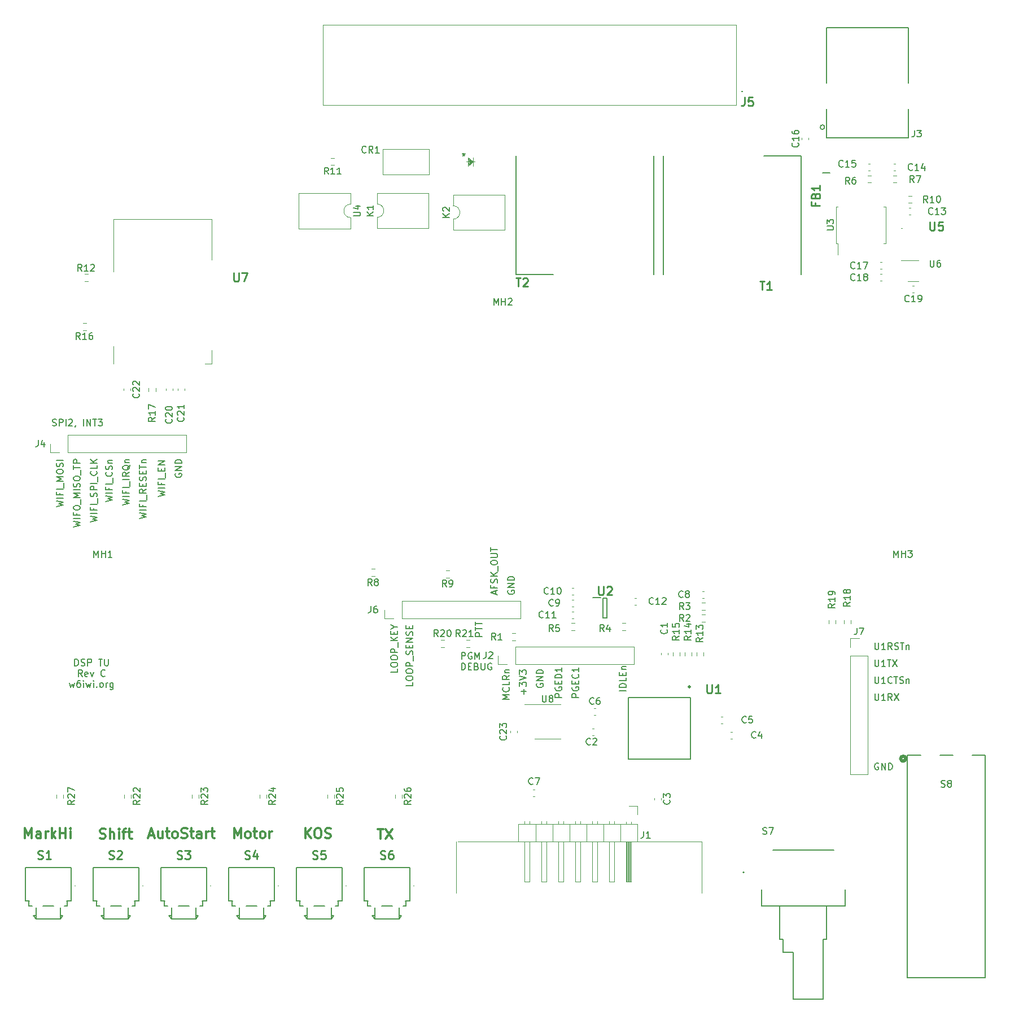
<source format=gto>
%TF.GenerationSoftware,KiCad,Pcbnew,8.0.2*%
%TF.CreationDate,2024-12-21T13:17:58-07:00*%
%TF.ProjectId,DSP_TU,4453505f-5455-42e6-9b69-6361645f7063,C*%
%TF.SameCoordinates,Original*%
%TF.FileFunction,Legend,Top*%
%TF.FilePolarity,Positive*%
%FSLAX46Y46*%
G04 Gerber Fmt 4.6, Leading zero omitted, Abs format (unit mm)*
G04 Created by KiCad (PCBNEW 8.0.2) date 2024-12-21 13:17:58*
%MOMM*%
%LPD*%
G01*
G04 APERTURE LIST*
%ADD10C,0.120000*%
%ADD11C,0.150000*%
%ADD12C,0.300000*%
%ADD13C,0.254000*%
%ADD14C,0.200000*%
%ADD15C,0.127000*%
%ADD16C,0.100000*%
%ADD17C,0.152400*%
%ADD18C,0.508000*%
%ADD19C,0.250000*%
G04 APERTURE END LIST*
D10*
X109574000Y-143510000D02*
X109574000Y-135858000D01*
X109828000Y-135858000D02*
X146404000Y-135837000D01*
X146404000Y-135858000D02*
X146404000Y-143510000D01*
D11*
X172394779Y-106057819D02*
X172394779Y-106867342D01*
X172394779Y-106867342D02*
X172442398Y-106962580D01*
X172442398Y-106962580D02*
X172490017Y-107010200D01*
X172490017Y-107010200D02*
X172585255Y-107057819D01*
X172585255Y-107057819D02*
X172775731Y-107057819D01*
X172775731Y-107057819D02*
X172870969Y-107010200D01*
X172870969Y-107010200D02*
X172918588Y-106962580D01*
X172918588Y-106962580D02*
X172966207Y-106867342D01*
X172966207Y-106867342D02*
X172966207Y-106057819D01*
X173966207Y-107057819D02*
X173394779Y-107057819D01*
X173680493Y-107057819D02*
X173680493Y-106057819D01*
X173680493Y-106057819D02*
X173585255Y-106200676D01*
X173585255Y-106200676D02*
X173490017Y-106295914D01*
X173490017Y-106295914D02*
X173394779Y-106343533D01*
X174966207Y-107057819D02*
X174632874Y-106581628D01*
X174394779Y-107057819D02*
X174394779Y-106057819D01*
X174394779Y-106057819D02*
X174775731Y-106057819D01*
X174775731Y-106057819D02*
X174870969Y-106105438D01*
X174870969Y-106105438D02*
X174918588Y-106153057D01*
X174918588Y-106153057D02*
X174966207Y-106248295D01*
X174966207Y-106248295D02*
X174966207Y-106391152D01*
X174966207Y-106391152D02*
X174918588Y-106486390D01*
X174918588Y-106486390D02*
X174870969Y-106534009D01*
X174870969Y-106534009D02*
X174775731Y-106581628D01*
X174775731Y-106581628D02*
X174394779Y-106581628D01*
X175347160Y-107010200D02*
X175490017Y-107057819D01*
X175490017Y-107057819D02*
X175728112Y-107057819D01*
X175728112Y-107057819D02*
X175823350Y-107010200D01*
X175823350Y-107010200D02*
X175870969Y-106962580D01*
X175870969Y-106962580D02*
X175918588Y-106867342D01*
X175918588Y-106867342D02*
X175918588Y-106772104D01*
X175918588Y-106772104D02*
X175870969Y-106676866D01*
X175870969Y-106676866D02*
X175823350Y-106629247D01*
X175823350Y-106629247D02*
X175728112Y-106581628D01*
X175728112Y-106581628D02*
X175537636Y-106534009D01*
X175537636Y-106534009D02*
X175442398Y-106486390D01*
X175442398Y-106486390D02*
X175394779Y-106438771D01*
X175394779Y-106438771D02*
X175347160Y-106343533D01*
X175347160Y-106343533D02*
X175347160Y-106248295D01*
X175347160Y-106248295D02*
X175394779Y-106153057D01*
X175394779Y-106153057D02*
X175442398Y-106105438D01*
X175442398Y-106105438D02*
X175537636Y-106057819D01*
X175537636Y-106057819D02*
X175775731Y-106057819D01*
X175775731Y-106057819D02*
X175918588Y-106105438D01*
X176204303Y-106057819D02*
X176775731Y-106057819D01*
X176490017Y-107057819D02*
X176490017Y-106057819D01*
X177109065Y-106391152D02*
X177109065Y-107057819D01*
X177109065Y-106486390D02*
X177156684Y-106438771D01*
X177156684Y-106438771D02*
X177251922Y-106391152D01*
X177251922Y-106391152D02*
X177394779Y-106391152D01*
X177394779Y-106391152D02*
X177490017Y-106438771D01*
X177490017Y-106438771D02*
X177537636Y-106534009D01*
X177537636Y-106534009D02*
X177537636Y-107057819D01*
X115508104Y-98770839D02*
X115508104Y-98294649D01*
X115793819Y-98866077D02*
X114793819Y-98532744D01*
X114793819Y-98532744D02*
X115793819Y-98199411D01*
X115270009Y-97532744D02*
X115270009Y-97866077D01*
X115793819Y-97866077D02*
X114793819Y-97866077D01*
X114793819Y-97866077D02*
X114793819Y-97389887D01*
X115746200Y-97056553D02*
X115793819Y-96913696D01*
X115793819Y-96913696D02*
X115793819Y-96675601D01*
X115793819Y-96675601D02*
X115746200Y-96580363D01*
X115746200Y-96580363D02*
X115698580Y-96532744D01*
X115698580Y-96532744D02*
X115603342Y-96485125D01*
X115603342Y-96485125D02*
X115508104Y-96485125D01*
X115508104Y-96485125D02*
X115412866Y-96532744D01*
X115412866Y-96532744D02*
X115365247Y-96580363D01*
X115365247Y-96580363D02*
X115317628Y-96675601D01*
X115317628Y-96675601D02*
X115270009Y-96866077D01*
X115270009Y-96866077D02*
X115222390Y-96961315D01*
X115222390Y-96961315D02*
X115174771Y-97008934D01*
X115174771Y-97008934D02*
X115079533Y-97056553D01*
X115079533Y-97056553D02*
X114984295Y-97056553D01*
X114984295Y-97056553D02*
X114889057Y-97008934D01*
X114889057Y-97008934D02*
X114841438Y-96961315D01*
X114841438Y-96961315D02*
X114793819Y-96866077D01*
X114793819Y-96866077D02*
X114793819Y-96627982D01*
X114793819Y-96627982D02*
X114841438Y-96485125D01*
X115793819Y-96056553D02*
X114793819Y-96056553D01*
X115793819Y-95485125D02*
X115222390Y-95913696D01*
X114793819Y-95485125D02*
X115365247Y-96056553D01*
X115889057Y-95294649D02*
X115889057Y-94532744D01*
X114793819Y-94104172D02*
X114793819Y-93913696D01*
X114793819Y-93913696D02*
X114841438Y-93818458D01*
X114841438Y-93818458D02*
X114936676Y-93723220D01*
X114936676Y-93723220D02*
X115127152Y-93675601D01*
X115127152Y-93675601D02*
X115460485Y-93675601D01*
X115460485Y-93675601D02*
X115650961Y-93723220D01*
X115650961Y-93723220D02*
X115746200Y-93818458D01*
X115746200Y-93818458D02*
X115793819Y-93913696D01*
X115793819Y-93913696D02*
X115793819Y-94104172D01*
X115793819Y-94104172D02*
X115746200Y-94199410D01*
X115746200Y-94199410D02*
X115650961Y-94294648D01*
X115650961Y-94294648D02*
X115460485Y-94342267D01*
X115460485Y-94342267D02*
X115127152Y-94342267D01*
X115127152Y-94342267D02*
X114936676Y-94294648D01*
X114936676Y-94294648D02*
X114841438Y-94199410D01*
X114841438Y-94199410D02*
X114793819Y-94104172D01*
X114793819Y-93247029D02*
X115603342Y-93247029D01*
X115603342Y-93247029D02*
X115698580Y-93199410D01*
X115698580Y-93199410D02*
X115746200Y-93151791D01*
X115746200Y-93151791D02*
X115793819Y-93056553D01*
X115793819Y-93056553D02*
X115793819Y-92866077D01*
X115793819Y-92866077D02*
X115746200Y-92770839D01*
X115746200Y-92770839D02*
X115698580Y-92723220D01*
X115698580Y-92723220D02*
X115603342Y-92675601D01*
X115603342Y-92675601D02*
X114793819Y-92675601D01*
X114793819Y-92342267D02*
X114793819Y-91770839D01*
X115793819Y-92056553D02*
X114793819Y-92056553D01*
X103093819Y-111963030D02*
X103093819Y-112439220D01*
X103093819Y-112439220D02*
X102093819Y-112439220D01*
X102093819Y-111439220D02*
X102093819Y-111248744D01*
X102093819Y-111248744D02*
X102141438Y-111153506D01*
X102141438Y-111153506D02*
X102236676Y-111058268D01*
X102236676Y-111058268D02*
X102427152Y-111010649D01*
X102427152Y-111010649D02*
X102760485Y-111010649D01*
X102760485Y-111010649D02*
X102950961Y-111058268D01*
X102950961Y-111058268D02*
X103046200Y-111153506D01*
X103046200Y-111153506D02*
X103093819Y-111248744D01*
X103093819Y-111248744D02*
X103093819Y-111439220D01*
X103093819Y-111439220D02*
X103046200Y-111534458D01*
X103046200Y-111534458D02*
X102950961Y-111629696D01*
X102950961Y-111629696D02*
X102760485Y-111677315D01*
X102760485Y-111677315D02*
X102427152Y-111677315D01*
X102427152Y-111677315D02*
X102236676Y-111629696D01*
X102236676Y-111629696D02*
X102141438Y-111534458D01*
X102141438Y-111534458D02*
X102093819Y-111439220D01*
X102093819Y-110391601D02*
X102093819Y-110201125D01*
X102093819Y-110201125D02*
X102141438Y-110105887D01*
X102141438Y-110105887D02*
X102236676Y-110010649D01*
X102236676Y-110010649D02*
X102427152Y-109963030D01*
X102427152Y-109963030D02*
X102760485Y-109963030D01*
X102760485Y-109963030D02*
X102950961Y-110010649D01*
X102950961Y-110010649D02*
X103046200Y-110105887D01*
X103046200Y-110105887D02*
X103093819Y-110201125D01*
X103093819Y-110201125D02*
X103093819Y-110391601D01*
X103093819Y-110391601D02*
X103046200Y-110486839D01*
X103046200Y-110486839D02*
X102950961Y-110582077D01*
X102950961Y-110582077D02*
X102760485Y-110629696D01*
X102760485Y-110629696D02*
X102427152Y-110629696D01*
X102427152Y-110629696D02*
X102236676Y-110582077D01*
X102236676Y-110582077D02*
X102141438Y-110486839D01*
X102141438Y-110486839D02*
X102093819Y-110391601D01*
X103093819Y-109534458D02*
X102093819Y-109534458D01*
X102093819Y-109534458D02*
X102093819Y-109153506D01*
X102093819Y-109153506D02*
X102141438Y-109058268D01*
X102141438Y-109058268D02*
X102189057Y-109010649D01*
X102189057Y-109010649D02*
X102284295Y-108963030D01*
X102284295Y-108963030D02*
X102427152Y-108963030D01*
X102427152Y-108963030D02*
X102522390Y-109010649D01*
X102522390Y-109010649D02*
X102570009Y-109058268D01*
X102570009Y-109058268D02*
X102617628Y-109153506D01*
X102617628Y-109153506D02*
X102617628Y-109534458D01*
X103189057Y-108772554D02*
X103189057Y-108010649D01*
X103046200Y-107820172D02*
X103093819Y-107677315D01*
X103093819Y-107677315D02*
X103093819Y-107439220D01*
X103093819Y-107439220D02*
X103046200Y-107343982D01*
X103046200Y-107343982D02*
X102998580Y-107296363D01*
X102998580Y-107296363D02*
X102903342Y-107248744D01*
X102903342Y-107248744D02*
X102808104Y-107248744D01*
X102808104Y-107248744D02*
X102712866Y-107296363D01*
X102712866Y-107296363D02*
X102665247Y-107343982D01*
X102665247Y-107343982D02*
X102617628Y-107439220D01*
X102617628Y-107439220D02*
X102570009Y-107629696D01*
X102570009Y-107629696D02*
X102522390Y-107724934D01*
X102522390Y-107724934D02*
X102474771Y-107772553D01*
X102474771Y-107772553D02*
X102379533Y-107820172D01*
X102379533Y-107820172D02*
X102284295Y-107820172D01*
X102284295Y-107820172D02*
X102189057Y-107772553D01*
X102189057Y-107772553D02*
X102141438Y-107724934D01*
X102141438Y-107724934D02*
X102093819Y-107629696D01*
X102093819Y-107629696D02*
X102093819Y-107391601D01*
X102093819Y-107391601D02*
X102141438Y-107248744D01*
X102570009Y-106820172D02*
X102570009Y-106486839D01*
X103093819Y-106343982D02*
X103093819Y-106820172D01*
X103093819Y-106820172D02*
X102093819Y-106820172D01*
X102093819Y-106820172D02*
X102093819Y-106343982D01*
X103093819Y-105915410D02*
X102093819Y-105915410D01*
X102093819Y-105915410D02*
X103093819Y-105343982D01*
X103093819Y-105343982D02*
X102093819Y-105343982D01*
X103046200Y-104915410D02*
X103093819Y-104772553D01*
X103093819Y-104772553D02*
X103093819Y-104534458D01*
X103093819Y-104534458D02*
X103046200Y-104439220D01*
X103046200Y-104439220D02*
X102998580Y-104391601D01*
X102998580Y-104391601D02*
X102903342Y-104343982D01*
X102903342Y-104343982D02*
X102808104Y-104343982D01*
X102808104Y-104343982D02*
X102712866Y-104391601D01*
X102712866Y-104391601D02*
X102665247Y-104439220D01*
X102665247Y-104439220D02*
X102617628Y-104534458D01*
X102617628Y-104534458D02*
X102570009Y-104724934D01*
X102570009Y-104724934D02*
X102522390Y-104820172D01*
X102522390Y-104820172D02*
X102474771Y-104867791D01*
X102474771Y-104867791D02*
X102379533Y-104915410D01*
X102379533Y-104915410D02*
X102284295Y-104915410D01*
X102284295Y-104915410D02*
X102189057Y-104867791D01*
X102189057Y-104867791D02*
X102141438Y-104820172D01*
X102141438Y-104820172D02*
X102093819Y-104724934D01*
X102093819Y-104724934D02*
X102093819Y-104486839D01*
X102093819Y-104486839D02*
X102141438Y-104343982D01*
X102570009Y-103915410D02*
X102570009Y-103582077D01*
X103093819Y-103439220D02*
X103093819Y-103915410D01*
X103093819Y-103915410D02*
X102093819Y-103915410D01*
X102093819Y-103915410D02*
X102093819Y-103439220D01*
X113507819Y-105073220D02*
X112507819Y-105073220D01*
X112507819Y-105073220D02*
X112507819Y-104692268D01*
X112507819Y-104692268D02*
X112555438Y-104597030D01*
X112555438Y-104597030D02*
X112603057Y-104549411D01*
X112603057Y-104549411D02*
X112698295Y-104501792D01*
X112698295Y-104501792D02*
X112841152Y-104501792D01*
X112841152Y-104501792D02*
X112936390Y-104549411D01*
X112936390Y-104549411D02*
X112984009Y-104597030D01*
X112984009Y-104597030D02*
X113031628Y-104692268D01*
X113031628Y-104692268D02*
X113031628Y-105073220D01*
X112507819Y-104216077D02*
X112507819Y-103644649D01*
X113507819Y-103930363D02*
X112507819Y-103930363D01*
X112507819Y-103454172D02*
X112507819Y-102882744D01*
X113507819Y-103168458D02*
X112507819Y-103168458D01*
D12*
X63545057Y-134895157D02*
X64259343Y-134895157D01*
X63402200Y-135323728D02*
X63902200Y-133823728D01*
X63902200Y-133823728D02*
X64402200Y-135323728D01*
X65545057Y-134323728D02*
X65545057Y-135323728D01*
X64902199Y-134323728D02*
X64902199Y-135109442D01*
X64902199Y-135109442D02*
X64973628Y-135252300D01*
X64973628Y-135252300D02*
X65116485Y-135323728D01*
X65116485Y-135323728D02*
X65330771Y-135323728D01*
X65330771Y-135323728D02*
X65473628Y-135252300D01*
X65473628Y-135252300D02*
X65545057Y-135180871D01*
X66045057Y-134323728D02*
X66616485Y-134323728D01*
X66259342Y-133823728D02*
X66259342Y-135109442D01*
X66259342Y-135109442D02*
X66330771Y-135252300D01*
X66330771Y-135252300D02*
X66473628Y-135323728D01*
X66473628Y-135323728D02*
X66616485Y-135323728D01*
X67330771Y-135323728D02*
X67187914Y-135252300D01*
X67187914Y-135252300D02*
X67116485Y-135180871D01*
X67116485Y-135180871D02*
X67045057Y-135038014D01*
X67045057Y-135038014D02*
X67045057Y-134609442D01*
X67045057Y-134609442D02*
X67116485Y-134466585D01*
X67116485Y-134466585D02*
X67187914Y-134395157D01*
X67187914Y-134395157D02*
X67330771Y-134323728D01*
X67330771Y-134323728D02*
X67545057Y-134323728D01*
X67545057Y-134323728D02*
X67687914Y-134395157D01*
X67687914Y-134395157D02*
X67759343Y-134466585D01*
X67759343Y-134466585D02*
X67830771Y-134609442D01*
X67830771Y-134609442D02*
X67830771Y-135038014D01*
X67830771Y-135038014D02*
X67759343Y-135180871D01*
X67759343Y-135180871D02*
X67687914Y-135252300D01*
X67687914Y-135252300D02*
X67545057Y-135323728D01*
X67545057Y-135323728D02*
X67330771Y-135323728D01*
X68402200Y-135252300D02*
X68616486Y-135323728D01*
X68616486Y-135323728D02*
X68973628Y-135323728D01*
X68973628Y-135323728D02*
X69116486Y-135252300D01*
X69116486Y-135252300D02*
X69187914Y-135180871D01*
X69187914Y-135180871D02*
X69259343Y-135038014D01*
X69259343Y-135038014D02*
X69259343Y-134895157D01*
X69259343Y-134895157D02*
X69187914Y-134752300D01*
X69187914Y-134752300D02*
X69116486Y-134680871D01*
X69116486Y-134680871D02*
X68973628Y-134609442D01*
X68973628Y-134609442D02*
X68687914Y-134538014D01*
X68687914Y-134538014D02*
X68545057Y-134466585D01*
X68545057Y-134466585D02*
X68473628Y-134395157D01*
X68473628Y-134395157D02*
X68402200Y-134252300D01*
X68402200Y-134252300D02*
X68402200Y-134109442D01*
X68402200Y-134109442D02*
X68473628Y-133966585D01*
X68473628Y-133966585D02*
X68545057Y-133895157D01*
X68545057Y-133895157D02*
X68687914Y-133823728D01*
X68687914Y-133823728D02*
X69045057Y-133823728D01*
X69045057Y-133823728D02*
X69259343Y-133895157D01*
X69687914Y-134323728D02*
X70259342Y-134323728D01*
X69902199Y-133823728D02*
X69902199Y-135109442D01*
X69902199Y-135109442D02*
X69973628Y-135252300D01*
X69973628Y-135252300D02*
X70116485Y-135323728D01*
X70116485Y-135323728D02*
X70259342Y-135323728D01*
X71402200Y-135323728D02*
X71402200Y-134538014D01*
X71402200Y-134538014D02*
X71330771Y-134395157D01*
X71330771Y-134395157D02*
X71187914Y-134323728D01*
X71187914Y-134323728D02*
X70902200Y-134323728D01*
X70902200Y-134323728D02*
X70759342Y-134395157D01*
X71402200Y-135252300D02*
X71259342Y-135323728D01*
X71259342Y-135323728D02*
X70902200Y-135323728D01*
X70902200Y-135323728D02*
X70759342Y-135252300D01*
X70759342Y-135252300D02*
X70687914Y-135109442D01*
X70687914Y-135109442D02*
X70687914Y-134966585D01*
X70687914Y-134966585D02*
X70759342Y-134823728D01*
X70759342Y-134823728D02*
X70902200Y-134752300D01*
X70902200Y-134752300D02*
X71259342Y-134752300D01*
X71259342Y-134752300D02*
X71402200Y-134680871D01*
X72116485Y-135323728D02*
X72116485Y-134323728D01*
X72116485Y-134609442D02*
X72187914Y-134466585D01*
X72187914Y-134466585D02*
X72259343Y-134395157D01*
X72259343Y-134395157D02*
X72402200Y-134323728D01*
X72402200Y-134323728D02*
X72545057Y-134323728D01*
X72830771Y-134323728D02*
X73402199Y-134323728D01*
X73045056Y-133823728D02*
X73045056Y-135109442D01*
X73045056Y-135109442D02*
X73116485Y-135252300D01*
X73116485Y-135252300D02*
X73259342Y-135323728D01*
X73259342Y-135323728D02*
X73402199Y-135323728D01*
X97790143Y-133950728D02*
X98647286Y-133950728D01*
X98218714Y-135450728D02*
X98218714Y-133950728D01*
X99004428Y-133950728D02*
X100004428Y-135450728D01*
X100004428Y-133950728D02*
X99004428Y-135450728D01*
D11*
X119730866Y-113709220D02*
X119730866Y-112947316D01*
X120111819Y-113328268D02*
X119349914Y-113328268D01*
X119111819Y-112566363D02*
X119111819Y-111947316D01*
X119111819Y-111947316D02*
X119492771Y-112280649D01*
X119492771Y-112280649D02*
X119492771Y-112137792D01*
X119492771Y-112137792D02*
X119540390Y-112042554D01*
X119540390Y-112042554D02*
X119588009Y-111994935D01*
X119588009Y-111994935D02*
X119683247Y-111947316D01*
X119683247Y-111947316D02*
X119921342Y-111947316D01*
X119921342Y-111947316D02*
X120016580Y-111994935D01*
X120016580Y-111994935D02*
X120064200Y-112042554D01*
X120064200Y-112042554D02*
X120111819Y-112137792D01*
X120111819Y-112137792D02*
X120111819Y-112423506D01*
X120111819Y-112423506D02*
X120064200Y-112518744D01*
X120064200Y-112518744D02*
X120016580Y-112566363D01*
X119111819Y-111661601D02*
X120111819Y-111328268D01*
X120111819Y-111328268D02*
X119111819Y-110994935D01*
X119111819Y-110756839D02*
X119111819Y-110137792D01*
X119111819Y-110137792D02*
X119492771Y-110471125D01*
X119492771Y-110471125D02*
X119492771Y-110328268D01*
X119492771Y-110328268D02*
X119540390Y-110233030D01*
X119540390Y-110233030D02*
X119588009Y-110185411D01*
X119588009Y-110185411D02*
X119683247Y-110137792D01*
X119683247Y-110137792D02*
X119921342Y-110137792D01*
X119921342Y-110137792D02*
X120016580Y-110185411D01*
X120016580Y-110185411D02*
X120064200Y-110233030D01*
X120064200Y-110233030D02*
X120111819Y-110328268D01*
X120111819Y-110328268D02*
X120111819Y-110613982D01*
X120111819Y-110613982D02*
X120064200Y-110709220D01*
X120064200Y-110709220D02*
X120016580Y-110756839D01*
X117571819Y-114471220D02*
X116571819Y-114471220D01*
X116571819Y-114471220D02*
X117286104Y-114137887D01*
X117286104Y-114137887D02*
X116571819Y-113804554D01*
X116571819Y-113804554D02*
X117571819Y-113804554D01*
X117476580Y-112756935D02*
X117524200Y-112804554D01*
X117524200Y-112804554D02*
X117571819Y-112947411D01*
X117571819Y-112947411D02*
X117571819Y-113042649D01*
X117571819Y-113042649D02*
X117524200Y-113185506D01*
X117524200Y-113185506D02*
X117428961Y-113280744D01*
X117428961Y-113280744D02*
X117333723Y-113328363D01*
X117333723Y-113328363D02*
X117143247Y-113375982D01*
X117143247Y-113375982D02*
X117000390Y-113375982D01*
X117000390Y-113375982D02*
X116809914Y-113328363D01*
X116809914Y-113328363D02*
X116714676Y-113280744D01*
X116714676Y-113280744D02*
X116619438Y-113185506D01*
X116619438Y-113185506D02*
X116571819Y-113042649D01*
X116571819Y-113042649D02*
X116571819Y-112947411D01*
X116571819Y-112947411D02*
X116619438Y-112804554D01*
X116619438Y-112804554D02*
X116667057Y-112756935D01*
X117571819Y-111852173D02*
X117571819Y-112328363D01*
X117571819Y-112328363D02*
X116571819Y-112328363D01*
X117571819Y-110947411D02*
X117095628Y-111280744D01*
X117571819Y-111518839D02*
X116571819Y-111518839D01*
X116571819Y-111518839D02*
X116571819Y-111137887D01*
X116571819Y-111137887D02*
X116619438Y-111042649D01*
X116619438Y-111042649D02*
X116667057Y-110995030D01*
X116667057Y-110995030D02*
X116762295Y-110947411D01*
X116762295Y-110947411D02*
X116905152Y-110947411D01*
X116905152Y-110947411D02*
X117000390Y-110995030D01*
X117000390Y-110995030D02*
X117048009Y-111042649D01*
X117048009Y-111042649D02*
X117095628Y-111137887D01*
X117095628Y-111137887D02*
X117095628Y-111518839D01*
X116905152Y-110518839D02*
X117571819Y-110518839D01*
X117000390Y-110518839D02*
X116952771Y-110471220D01*
X116952771Y-110471220D02*
X116905152Y-110375982D01*
X116905152Y-110375982D02*
X116905152Y-110233125D01*
X116905152Y-110233125D02*
X116952771Y-110137887D01*
X116952771Y-110137887D02*
X117048009Y-110090268D01*
X117048009Y-110090268D02*
X117571819Y-110090268D01*
X172394779Y-111137819D02*
X172394779Y-111947342D01*
X172394779Y-111947342D02*
X172442398Y-112042580D01*
X172442398Y-112042580D02*
X172490017Y-112090200D01*
X172490017Y-112090200D02*
X172585255Y-112137819D01*
X172585255Y-112137819D02*
X172775731Y-112137819D01*
X172775731Y-112137819D02*
X172870969Y-112090200D01*
X172870969Y-112090200D02*
X172918588Y-112042580D01*
X172918588Y-112042580D02*
X172966207Y-111947342D01*
X172966207Y-111947342D02*
X172966207Y-111137819D01*
X173966207Y-112137819D02*
X173394779Y-112137819D01*
X173680493Y-112137819D02*
X173680493Y-111137819D01*
X173680493Y-111137819D02*
X173585255Y-111280676D01*
X173585255Y-111280676D02*
X173490017Y-111375914D01*
X173490017Y-111375914D02*
X173394779Y-111423533D01*
X174966207Y-112042580D02*
X174918588Y-112090200D01*
X174918588Y-112090200D02*
X174775731Y-112137819D01*
X174775731Y-112137819D02*
X174680493Y-112137819D01*
X174680493Y-112137819D02*
X174537636Y-112090200D01*
X174537636Y-112090200D02*
X174442398Y-111994961D01*
X174442398Y-111994961D02*
X174394779Y-111899723D01*
X174394779Y-111899723D02*
X174347160Y-111709247D01*
X174347160Y-111709247D02*
X174347160Y-111566390D01*
X174347160Y-111566390D02*
X174394779Y-111375914D01*
X174394779Y-111375914D02*
X174442398Y-111280676D01*
X174442398Y-111280676D02*
X174537636Y-111185438D01*
X174537636Y-111185438D02*
X174680493Y-111137819D01*
X174680493Y-111137819D02*
X174775731Y-111137819D01*
X174775731Y-111137819D02*
X174918588Y-111185438D01*
X174918588Y-111185438D02*
X174966207Y-111233057D01*
X175251922Y-111137819D02*
X175823350Y-111137819D01*
X175537636Y-112137819D02*
X175537636Y-111137819D01*
X176109065Y-112090200D02*
X176251922Y-112137819D01*
X176251922Y-112137819D02*
X176490017Y-112137819D01*
X176490017Y-112137819D02*
X176585255Y-112090200D01*
X176585255Y-112090200D02*
X176632874Y-112042580D01*
X176632874Y-112042580D02*
X176680493Y-111947342D01*
X176680493Y-111947342D02*
X176680493Y-111852104D01*
X176680493Y-111852104D02*
X176632874Y-111756866D01*
X176632874Y-111756866D02*
X176585255Y-111709247D01*
X176585255Y-111709247D02*
X176490017Y-111661628D01*
X176490017Y-111661628D02*
X176299541Y-111614009D01*
X176299541Y-111614009D02*
X176204303Y-111566390D01*
X176204303Y-111566390D02*
X176156684Y-111518771D01*
X176156684Y-111518771D02*
X176109065Y-111423533D01*
X176109065Y-111423533D02*
X176109065Y-111328295D01*
X176109065Y-111328295D02*
X176156684Y-111233057D01*
X176156684Y-111233057D02*
X176204303Y-111185438D01*
X176204303Y-111185438D02*
X176299541Y-111137819D01*
X176299541Y-111137819D02*
X176537636Y-111137819D01*
X176537636Y-111137819D02*
X176680493Y-111185438D01*
X177109065Y-111471152D02*
X177109065Y-112137819D01*
X177109065Y-111566390D02*
X177156684Y-111518771D01*
X177156684Y-111518771D02*
X177251922Y-111471152D01*
X177251922Y-111471152D02*
X177394779Y-111471152D01*
X177394779Y-111471152D02*
X177490017Y-111518771D01*
X177490017Y-111518771D02*
X177537636Y-111614009D01*
X177537636Y-111614009D02*
X177537636Y-112137819D01*
D12*
X56174771Y-135328500D02*
X56389057Y-135399928D01*
X56389057Y-135399928D02*
X56746199Y-135399928D01*
X56746199Y-135399928D02*
X56889057Y-135328500D01*
X56889057Y-135328500D02*
X56960485Y-135257071D01*
X56960485Y-135257071D02*
X57031914Y-135114214D01*
X57031914Y-135114214D02*
X57031914Y-134971357D01*
X57031914Y-134971357D02*
X56960485Y-134828500D01*
X56960485Y-134828500D02*
X56889057Y-134757071D01*
X56889057Y-134757071D02*
X56746199Y-134685642D01*
X56746199Y-134685642D02*
X56460485Y-134614214D01*
X56460485Y-134614214D02*
X56317628Y-134542785D01*
X56317628Y-134542785D02*
X56246199Y-134471357D01*
X56246199Y-134471357D02*
X56174771Y-134328500D01*
X56174771Y-134328500D02*
X56174771Y-134185642D01*
X56174771Y-134185642D02*
X56246199Y-134042785D01*
X56246199Y-134042785D02*
X56317628Y-133971357D01*
X56317628Y-133971357D02*
X56460485Y-133899928D01*
X56460485Y-133899928D02*
X56817628Y-133899928D01*
X56817628Y-133899928D02*
X57031914Y-133971357D01*
X57674770Y-135399928D02*
X57674770Y-133899928D01*
X58317628Y-135399928D02*
X58317628Y-134614214D01*
X58317628Y-134614214D02*
X58246199Y-134471357D01*
X58246199Y-134471357D02*
X58103342Y-134399928D01*
X58103342Y-134399928D02*
X57889056Y-134399928D01*
X57889056Y-134399928D02*
X57746199Y-134471357D01*
X57746199Y-134471357D02*
X57674770Y-134542785D01*
X59031913Y-135399928D02*
X59031913Y-134399928D01*
X59031913Y-133899928D02*
X58960485Y-133971357D01*
X58960485Y-133971357D02*
X59031913Y-134042785D01*
X59031913Y-134042785D02*
X59103342Y-133971357D01*
X59103342Y-133971357D02*
X59031913Y-133899928D01*
X59031913Y-133899928D02*
X59031913Y-134042785D01*
X59531914Y-134399928D02*
X60103342Y-134399928D01*
X59746199Y-135399928D02*
X59746199Y-134114214D01*
X59746199Y-134114214D02*
X59817628Y-133971357D01*
X59817628Y-133971357D02*
X59960485Y-133899928D01*
X59960485Y-133899928D02*
X60103342Y-133899928D01*
X60389057Y-134399928D02*
X60960485Y-134399928D01*
X60603342Y-133899928D02*
X60603342Y-135185642D01*
X60603342Y-135185642D02*
X60674771Y-135328500D01*
X60674771Y-135328500D02*
X60817628Y-135399928D01*
X60817628Y-135399928D02*
X60960485Y-135399928D01*
D11*
X64909819Y-84086458D02*
X65909819Y-83848363D01*
X65909819Y-83848363D02*
X65195533Y-83657887D01*
X65195533Y-83657887D02*
X65909819Y-83467411D01*
X65909819Y-83467411D02*
X64909819Y-83229316D01*
X65909819Y-82848363D02*
X64909819Y-82848363D01*
X65386009Y-82038840D02*
X65386009Y-82372173D01*
X65909819Y-82372173D02*
X64909819Y-82372173D01*
X64909819Y-82372173D02*
X64909819Y-81895983D01*
X65909819Y-81515030D02*
X64909819Y-81515030D01*
X66005057Y-81276936D02*
X66005057Y-80515031D01*
X65386009Y-80276935D02*
X65386009Y-79943602D01*
X65909819Y-79800745D02*
X65909819Y-80276935D01*
X65909819Y-80276935D02*
X64909819Y-80276935D01*
X64909819Y-80276935D02*
X64909819Y-79800745D01*
X65909819Y-79372173D02*
X64909819Y-79372173D01*
X64909819Y-79372173D02*
X65909819Y-78800745D01*
X65909819Y-78800745D02*
X64909819Y-78800745D01*
X59575819Y-85356458D02*
X60575819Y-85118363D01*
X60575819Y-85118363D02*
X59861533Y-84927887D01*
X59861533Y-84927887D02*
X60575819Y-84737411D01*
X60575819Y-84737411D02*
X59575819Y-84499316D01*
X60575819Y-84118363D02*
X59575819Y-84118363D01*
X60052009Y-83308840D02*
X60052009Y-83642173D01*
X60575819Y-83642173D02*
X59575819Y-83642173D01*
X59575819Y-83642173D02*
X59575819Y-83165983D01*
X60575819Y-82785030D02*
X59575819Y-82785030D01*
X60671057Y-82546936D02*
X60671057Y-81785031D01*
X60575819Y-81546935D02*
X59575819Y-81546935D01*
X60575819Y-80499317D02*
X60099628Y-80832650D01*
X60575819Y-81070745D02*
X59575819Y-81070745D01*
X59575819Y-81070745D02*
X59575819Y-80689793D01*
X59575819Y-80689793D02*
X59623438Y-80594555D01*
X59623438Y-80594555D02*
X59671057Y-80546936D01*
X59671057Y-80546936D02*
X59766295Y-80499317D01*
X59766295Y-80499317D02*
X59909152Y-80499317D01*
X59909152Y-80499317D02*
X60004390Y-80546936D01*
X60004390Y-80546936D02*
X60052009Y-80594555D01*
X60052009Y-80594555D02*
X60099628Y-80689793D01*
X60099628Y-80689793D02*
X60099628Y-81070745D01*
X60671057Y-79404079D02*
X60623438Y-79499317D01*
X60623438Y-79499317D02*
X60528200Y-79594555D01*
X60528200Y-79594555D02*
X60385342Y-79737412D01*
X60385342Y-79737412D02*
X60337723Y-79832650D01*
X60337723Y-79832650D02*
X60337723Y-79927888D01*
X60575819Y-79880269D02*
X60528200Y-79975507D01*
X60528200Y-79975507D02*
X60432961Y-80070745D01*
X60432961Y-80070745D02*
X60242485Y-80118364D01*
X60242485Y-80118364D02*
X59909152Y-80118364D01*
X59909152Y-80118364D02*
X59718676Y-80070745D01*
X59718676Y-80070745D02*
X59623438Y-79975507D01*
X59623438Y-79975507D02*
X59575819Y-79880269D01*
X59575819Y-79880269D02*
X59575819Y-79689793D01*
X59575819Y-79689793D02*
X59623438Y-79594555D01*
X59623438Y-79594555D02*
X59718676Y-79499317D01*
X59718676Y-79499317D02*
X59909152Y-79451698D01*
X59909152Y-79451698D02*
X60242485Y-79451698D01*
X60242485Y-79451698D02*
X60432961Y-79499317D01*
X60432961Y-79499317D02*
X60528200Y-79594555D01*
X60528200Y-79594555D02*
X60575819Y-79689793D01*
X60575819Y-79689793D02*
X60575819Y-79880269D01*
X59909152Y-79023126D02*
X60575819Y-79023126D01*
X60004390Y-79023126D02*
X59956771Y-78975507D01*
X59956771Y-78975507D02*
X59909152Y-78880269D01*
X59909152Y-78880269D02*
X59909152Y-78737412D01*
X59909152Y-78737412D02*
X59956771Y-78642174D01*
X59956771Y-78642174D02*
X60052009Y-78594555D01*
X60052009Y-78594555D02*
X60575819Y-78594555D01*
X52209819Y-88658458D02*
X53209819Y-88420363D01*
X53209819Y-88420363D02*
X52495533Y-88229887D01*
X52495533Y-88229887D02*
X53209819Y-88039411D01*
X53209819Y-88039411D02*
X52209819Y-87801316D01*
X53209819Y-87420363D02*
X52209819Y-87420363D01*
X52686009Y-86610840D02*
X52686009Y-86944173D01*
X53209819Y-86944173D02*
X52209819Y-86944173D01*
X52209819Y-86944173D02*
X52209819Y-86467983D01*
X52209819Y-85896554D02*
X52209819Y-85706078D01*
X52209819Y-85706078D02*
X52257438Y-85610840D01*
X52257438Y-85610840D02*
X52352676Y-85515602D01*
X52352676Y-85515602D02*
X52543152Y-85467983D01*
X52543152Y-85467983D02*
X52876485Y-85467983D01*
X52876485Y-85467983D02*
X53066961Y-85515602D01*
X53066961Y-85515602D02*
X53162200Y-85610840D01*
X53162200Y-85610840D02*
X53209819Y-85706078D01*
X53209819Y-85706078D02*
X53209819Y-85896554D01*
X53209819Y-85896554D02*
X53162200Y-85991792D01*
X53162200Y-85991792D02*
X53066961Y-86087030D01*
X53066961Y-86087030D02*
X52876485Y-86134649D01*
X52876485Y-86134649D02*
X52543152Y-86134649D01*
X52543152Y-86134649D02*
X52352676Y-86087030D01*
X52352676Y-86087030D02*
X52257438Y-85991792D01*
X52257438Y-85991792D02*
X52209819Y-85896554D01*
X53305057Y-85277507D02*
X53305057Y-84515602D01*
X53209819Y-84277506D02*
X52209819Y-84277506D01*
X52209819Y-84277506D02*
X52924104Y-83944173D01*
X52924104Y-83944173D02*
X52209819Y-83610840D01*
X52209819Y-83610840D02*
X53209819Y-83610840D01*
X53209819Y-83134649D02*
X52209819Y-83134649D01*
X53162200Y-82706078D02*
X53209819Y-82563221D01*
X53209819Y-82563221D02*
X53209819Y-82325126D01*
X53209819Y-82325126D02*
X53162200Y-82229888D01*
X53162200Y-82229888D02*
X53114580Y-82182269D01*
X53114580Y-82182269D02*
X53019342Y-82134650D01*
X53019342Y-82134650D02*
X52924104Y-82134650D01*
X52924104Y-82134650D02*
X52828866Y-82182269D01*
X52828866Y-82182269D02*
X52781247Y-82229888D01*
X52781247Y-82229888D02*
X52733628Y-82325126D01*
X52733628Y-82325126D02*
X52686009Y-82515602D01*
X52686009Y-82515602D02*
X52638390Y-82610840D01*
X52638390Y-82610840D02*
X52590771Y-82658459D01*
X52590771Y-82658459D02*
X52495533Y-82706078D01*
X52495533Y-82706078D02*
X52400295Y-82706078D01*
X52400295Y-82706078D02*
X52305057Y-82658459D01*
X52305057Y-82658459D02*
X52257438Y-82610840D01*
X52257438Y-82610840D02*
X52209819Y-82515602D01*
X52209819Y-82515602D02*
X52209819Y-82277507D01*
X52209819Y-82277507D02*
X52257438Y-82134650D01*
X52209819Y-81515602D02*
X52209819Y-81325126D01*
X52209819Y-81325126D02*
X52257438Y-81229888D01*
X52257438Y-81229888D02*
X52352676Y-81134650D01*
X52352676Y-81134650D02*
X52543152Y-81087031D01*
X52543152Y-81087031D02*
X52876485Y-81087031D01*
X52876485Y-81087031D02*
X53066961Y-81134650D01*
X53066961Y-81134650D02*
X53162200Y-81229888D01*
X53162200Y-81229888D02*
X53209819Y-81325126D01*
X53209819Y-81325126D02*
X53209819Y-81515602D01*
X53209819Y-81515602D02*
X53162200Y-81610840D01*
X53162200Y-81610840D02*
X53066961Y-81706078D01*
X53066961Y-81706078D02*
X52876485Y-81753697D01*
X52876485Y-81753697D02*
X52543152Y-81753697D01*
X52543152Y-81753697D02*
X52352676Y-81706078D01*
X52352676Y-81706078D02*
X52257438Y-81610840D01*
X52257438Y-81610840D02*
X52209819Y-81515602D01*
X53305057Y-80896555D02*
X53305057Y-80134650D01*
X52209819Y-80039411D02*
X52209819Y-79467983D01*
X53209819Y-79753697D02*
X52209819Y-79753697D01*
X53209819Y-79134649D02*
X52209819Y-79134649D01*
X52209819Y-79134649D02*
X52209819Y-78753697D01*
X52209819Y-78753697D02*
X52257438Y-78658459D01*
X52257438Y-78658459D02*
X52305057Y-78610840D01*
X52305057Y-78610840D02*
X52400295Y-78563221D01*
X52400295Y-78563221D02*
X52543152Y-78563221D01*
X52543152Y-78563221D02*
X52638390Y-78610840D01*
X52638390Y-78610840D02*
X52686009Y-78658459D01*
X52686009Y-78658459D02*
X52733628Y-78753697D01*
X52733628Y-78753697D02*
X52733628Y-79134649D01*
X172394779Y-113677819D02*
X172394779Y-114487342D01*
X172394779Y-114487342D02*
X172442398Y-114582580D01*
X172442398Y-114582580D02*
X172490017Y-114630200D01*
X172490017Y-114630200D02*
X172585255Y-114677819D01*
X172585255Y-114677819D02*
X172775731Y-114677819D01*
X172775731Y-114677819D02*
X172870969Y-114630200D01*
X172870969Y-114630200D02*
X172918588Y-114582580D01*
X172918588Y-114582580D02*
X172966207Y-114487342D01*
X172966207Y-114487342D02*
X172966207Y-113677819D01*
X173966207Y-114677819D02*
X173394779Y-114677819D01*
X173680493Y-114677819D02*
X173680493Y-113677819D01*
X173680493Y-113677819D02*
X173585255Y-113820676D01*
X173585255Y-113820676D02*
X173490017Y-113915914D01*
X173490017Y-113915914D02*
X173394779Y-113963533D01*
X174966207Y-114677819D02*
X174632874Y-114201628D01*
X174394779Y-114677819D02*
X174394779Y-113677819D01*
X174394779Y-113677819D02*
X174775731Y-113677819D01*
X174775731Y-113677819D02*
X174870969Y-113725438D01*
X174870969Y-113725438D02*
X174918588Y-113773057D01*
X174918588Y-113773057D02*
X174966207Y-113868295D01*
X174966207Y-113868295D02*
X174966207Y-114011152D01*
X174966207Y-114011152D02*
X174918588Y-114106390D01*
X174918588Y-114106390D02*
X174870969Y-114154009D01*
X174870969Y-114154009D02*
X174775731Y-114201628D01*
X174775731Y-114201628D02*
X174394779Y-114201628D01*
X175299541Y-113677819D02*
X175966207Y-114677819D01*
X175966207Y-113677819D02*
X175299541Y-114677819D01*
X52396190Y-109484875D02*
X52396190Y-108484875D01*
X52396190Y-108484875D02*
X52634285Y-108484875D01*
X52634285Y-108484875D02*
X52777142Y-108532494D01*
X52777142Y-108532494D02*
X52872380Y-108627732D01*
X52872380Y-108627732D02*
X52919999Y-108722970D01*
X52919999Y-108722970D02*
X52967618Y-108913446D01*
X52967618Y-108913446D02*
X52967618Y-109056303D01*
X52967618Y-109056303D02*
X52919999Y-109246779D01*
X52919999Y-109246779D02*
X52872380Y-109342017D01*
X52872380Y-109342017D02*
X52777142Y-109437256D01*
X52777142Y-109437256D02*
X52634285Y-109484875D01*
X52634285Y-109484875D02*
X52396190Y-109484875D01*
X53348571Y-109437256D02*
X53491428Y-109484875D01*
X53491428Y-109484875D02*
X53729523Y-109484875D01*
X53729523Y-109484875D02*
X53824761Y-109437256D01*
X53824761Y-109437256D02*
X53872380Y-109389636D01*
X53872380Y-109389636D02*
X53919999Y-109294398D01*
X53919999Y-109294398D02*
X53919999Y-109199160D01*
X53919999Y-109199160D02*
X53872380Y-109103922D01*
X53872380Y-109103922D02*
X53824761Y-109056303D01*
X53824761Y-109056303D02*
X53729523Y-109008684D01*
X53729523Y-109008684D02*
X53539047Y-108961065D01*
X53539047Y-108961065D02*
X53443809Y-108913446D01*
X53443809Y-108913446D02*
X53396190Y-108865827D01*
X53396190Y-108865827D02*
X53348571Y-108770589D01*
X53348571Y-108770589D02*
X53348571Y-108675351D01*
X53348571Y-108675351D02*
X53396190Y-108580113D01*
X53396190Y-108580113D02*
X53443809Y-108532494D01*
X53443809Y-108532494D02*
X53539047Y-108484875D01*
X53539047Y-108484875D02*
X53777142Y-108484875D01*
X53777142Y-108484875D02*
X53919999Y-108532494D01*
X54348571Y-109484875D02*
X54348571Y-108484875D01*
X54348571Y-108484875D02*
X54729523Y-108484875D01*
X54729523Y-108484875D02*
X54824761Y-108532494D01*
X54824761Y-108532494D02*
X54872380Y-108580113D01*
X54872380Y-108580113D02*
X54919999Y-108675351D01*
X54919999Y-108675351D02*
X54919999Y-108818208D01*
X54919999Y-108818208D02*
X54872380Y-108913446D01*
X54872380Y-108913446D02*
X54824761Y-108961065D01*
X54824761Y-108961065D02*
X54729523Y-109008684D01*
X54729523Y-109008684D02*
X54348571Y-109008684D01*
X55967619Y-108484875D02*
X56539047Y-108484875D01*
X56253333Y-109484875D02*
X56253333Y-108484875D01*
X56872381Y-108484875D02*
X56872381Y-109294398D01*
X56872381Y-109294398D02*
X56920000Y-109389636D01*
X56920000Y-109389636D02*
X56967619Y-109437256D01*
X56967619Y-109437256D02*
X57062857Y-109484875D01*
X57062857Y-109484875D02*
X57253333Y-109484875D01*
X57253333Y-109484875D02*
X57348571Y-109437256D01*
X57348571Y-109437256D02*
X57396190Y-109389636D01*
X57396190Y-109389636D02*
X57443809Y-109294398D01*
X57443809Y-109294398D02*
X57443809Y-108484875D01*
X53539047Y-111094819D02*
X53205714Y-110618628D01*
X52967619Y-111094819D02*
X52967619Y-110094819D01*
X52967619Y-110094819D02*
X53348571Y-110094819D01*
X53348571Y-110094819D02*
X53443809Y-110142438D01*
X53443809Y-110142438D02*
X53491428Y-110190057D01*
X53491428Y-110190057D02*
X53539047Y-110285295D01*
X53539047Y-110285295D02*
X53539047Y-110428152D01*
X53539047Y-110428152D02*
X53491428Y-110523390D01*
X53491428Y-110523390D02*
X53443809Y-110571009D01*
X53443809Y-110571009D02*
X53348571Y-110618628D01*
X53348571Y-110618628D02*
X52967619Y-110618628D01*
X54348571Y-111047200D02*
X54253333Y-111094819D01*
X54253333Y-111094819D02*
X54062857Y-111094819D01*
X54062857Y-111094819D02*
X53967619Y-111047200D01*
X53967619Y-111047200D02*
X53920000Y-110951961D01*
X53920000Y-110951961D02*
X53920000Y-110571009D01*
X53920000Y-110571009D02*
X53967619Y-110475771D01*
X53967619Y-110475771D02*
X54062857Y-110428152D01*
X54062857Y-110428152D02*
X54253333Y-110428152D01*
X54253333Y-110428152D02*
X54348571Y-110475771D01*
X54348571Y-110475771D02*
X54396190Y-110571009D01*
X54396190Y-110571009D02*
X54396190Y-110666247D01*
X54396190Y-110666247D02*
X53920000Y-110761485D01*
X54729524Y-110428152D02*
X54967619Y-111094819D01*
X54967619Y-111094819D02*
X55205714Y-110428152D01*
X56920000Y-110999580D02*
X56872381Y-111047200D01*
X56872381Y-111047200D02*
X56729524Y-111094819D01*
X56729524Y-111094819D02*
X56634286Y-111094819D01*
X56634286Y-111094819D02*
X56491429Y-111047200D01*
X56491429Y-111047200D02*
X56396191Y-110951961D01*
X56396191Y-110951961D02*
X56348572Y-110856723D01*
X56348572Y-110856723D02*
X56300953Y-110666247D01*
X56300953Y-110666247D02*
X56300953Y-110523390D01*
X56300953Y-110523390D02*
X56348572Y-110332914D01*
X56348572Y-110332914D02*
X56396191Y-110237676D01*
X56396191Y-110237676D02*
X56491429Y-110142438D01*
X56491429Y-110142438D02*
X56634286Y-110094819D01*
X56634286Y-110094819D02*
X56729524Y-110094819D01*
X56729524Y-110094819D02*
X56872381Y-110142438D01*
X56872381Y-110142438D02*
X56920000Y-110190057D01*
X51610477Y-112038096D02*
X51800953Y-112704763D01*
X51800953Y-112704763D02*
X51991429Y-112228572D01*
X51991429Y-112228572D02*
X52181905Y-112704763D01*
X52181905Y-112704763D02*
X52372381Y-112038096D01*
X53181905Y-111704763D02*
X52991429Y-111704763D01*
X52991429Y-111704763D02*
X52896191Y-111752382D01*
X52896191Y-111752382D02*
X52848572Y-111800001D01*
X52848572Y-111800001D02*
X52753334Y-111942858D01*
X52753334Y-111942858D02*
X52705715Y-112133334D01*
X52705715Y-112133334D02*
X52705715Y-112514286D01*
X52705715Y-112514286D02*
X52753334Y-112609524D01*
X52753334Y-112609524D02*
X52800953Y-112657144D01*
X52800953Y-112657144D02*
X52896191Y-112704763D01*
X52896191Y-112704763D02*
X53086667Y-112704763D01*
X53086667Y-112704763D02*
X53181905Y-112657144D01*
X53181905Y-112657144D02*
X53229524Y-112609524D01*
X53229524Y-112609524D02*
X53277143Y-112514286D01*
X53277143Y-112514286D02*
X53277143Y-112276191D01*
X53277143Y-112276191D02*
X53229524Y-112180953D01*
X53229524Y-112180953D02*
X53181905Y-112133334D01*
X53181905Y-112133334D02*
X53086667Y-112085715D01*
X53086667Y-112085715D02*
X52896191Y-112085715D01*
X52896191Y-112085715D02*
X52800953Y-112133334D01*
X52800953Y-112133334D02*
X52753334Y-112180953D01*
X52753334Y-112180953D02*
X52705715Y-112276191D01*
X53705715Y-112704763D02*
X53705715Y-112038096D01*
X53705715Y-111704763D02*
X53658096Y-111752382D01*
X53658096Y-111752382D02*
X53705715Y-111800001D01*
X53705715Y-111800001D02*
X53753334Y-111752382D01*
X53753334Y-111752382D02*
X53705715Y-111704763D01*
X53705715Y-111704763D02*
X53705715Y-111800001D01*
X54086667Y-112038096D02*
X54277143Y-112704763D01*
X54277143Y-112704763D02*
X54467619Y-112228572D01*
X54467619Y-112228572D02*
X54658095Y-112704763D01*
X54658095Y-112704763D02*
X54848571Y-112038096D01*
X55229524Y-112704763D02*
X55229524Y-112038096D01*
X55229524Y-111704763D02*
X55181905Y-111752382D01*
X55181905Y-111752382D02*
X55229524Y-111800001D01*
X55229524Y-111800001D02*
X55277143Y-111752382D01*
X55277143Y-111752382D02*
X55229524Y-111704763D01*
X55229524Y-111704763D02*
X55229524Y-111800001D01*
X55705714Y-112609524D02*
X55753333Y-112657144D01*
X55753333Y-112657144D02*
X55705714Y-112704763D01*
X55705714Y-112704763D02*
X55658095Y-112657144D01*
X55658095Y-112657144D02*
X55705714Y-112609524D01*
X55705714Y-112609524D02*
X55705714Y-112704763D01*
X56324761Y-112704763D02*
X56229523Y-112657144D01*
X56229523Y-112657144D02*
X56181904Y-112609524D01*
X56181904Y-112609524D02*
X56134285Y-112514286D01*
X56134285Y-112514286D02*
X56134285Y-112228572D01*
X56134285Y-112228572D02*
X56181904Y-112133334D01*
X56181904Y-112133334D02*
X56229523Y-112085715D01*
X56229523Y-112085715D02*
X56324761Y-112038096D01*
X56324761Y-112038096D02*
X56467618Y-112038096D01*
X56467618Y-112038096D02*
X56562856Y-112085715D01*
X56562856Y-112085715D02*
X56610475Y-112133334D01*
X56610475Y-112133334D02*
X56658094Y-112228572D01*
X56658094Y-112228572D02*
X56658094Y-112514286D01*
X56658094Y-112514286D02*
X56610475Y-112609524D01*
X56610475Y-112609524D02*
X56562856Y-112657144D01*
X56562856Y-112657144D02*
X56467618Y-112704763D01*
X56467618Y-112704763D02*
X56324761Y-112704763D01*
X57086666Y-112704763D02*
X57086666Y-112038096D01*
X57086666Y-112228572D02*
X57134285Y-112133334D01*
X57134285Y-112133334D02*
X57181904Y-112085715D01*
X57181904Y-112085715D02*
X57277142Y-112038096D01*
X57277142Y-112038096D02*
X57372380Y-112038096D01*
X58134285Y-112038096D02*
X58134285Y-112847620D01*
X58134285Y-112847620D02*
X58086666Y-112942858D01*
X58086666Y-112942858D02*
X58039047Y-112990477D01*
X58039047Y-112990477D02*
X57943809Y-113038096D01*
X57943809Y-113038096D02*
X57800952Y-113038096D01*
X57800952Y-113038096D02*
X57705714Y-112990477D01*
X58134285Y-112657144D02*
X58039047Y-112704763D01*
X58039047Y-112704763D02*
X57848571Y-112704763D01*
X57848571Y-112704763D02*
X57753333Y-112657144D01*
X57753333Y-112657144D02*
X57705714Y-112609524D01*
X57705714Y-112609524D02*
X57658095Y-112514286D01*
X57658095Y-112514286D02*
X57658095Y-112228572D01*
X57658095Y-112228572D02*
X57705714Y-112133334D01*
X57705714Y-112133334D02*
X57753333Y-112085715D01*
X57753333Y-112085715D02*
X57848571Y-112038096D01*
X57848571Y-112038096D02*
X58039047Y-112038096D01*
X58039047Y-112038096D02*
X58134285Y-112085715D01*
D12*
X86956342Y-135349128D02*
X86956342Y-133849128D01*
X87813485Y-135349128D02*
X87170628Y-134491985D01*
X87813485Y-133849128D02*
X86956342Y-134706271D01*
X88742057Y-133849128D02*
X89027771Y-133849128D01*
X89027771Y-133849128D02*
X89170628Y-133920557D01*
X89170628Y-133920557D02*
X89313485Y-134063414D01*
X89313485Y-134063414D02*
X89384914Y-134349128D01*
X89384914Y-134349128D02*
X89384914Y-134849128D01*
X89384914Y-134849128D02*
X89313485Y-135134842D01*
X89313485Y-135134842D02*
X89170628Y-135277700D01*
X89170628Y-135277700D02*
X89027771Y-135349128D01*
X89027771Y-135349128D02*
X88742057Y-135349128D01*
X88742057Y-135349128D02*
X88599200Y-135277700D01*
X88599200Y-135277700D02*
X88456342Y-135134842D01*
X88456342Y-135134842D02*
X88384914Y-134849128D01*
X88384914Y-134849128D02*
X88384914Y-134349128D01*
X88384914Y-134349128D02*
X88456342Y-134063414D01*
X88456342Y-134063414D02*
X88599200Y-133920557D01*
X88599200Y-133920557D02*
X88742057Y-133849128D01*
X89956343Y-135277700D02*
X90170629Y-135349128D01*
X90170629Y-135349128D02*
X90527771Y-135349128D01*
X90527771Y-135349128D02*
X90670629Y-135277700D01*
X90670629Y-135277700D02*
X90742057Y-135206271D01*
X90742057Y-135206271D02*
X90813486Y-135063414D01*
X90813486Y-135063414D02*
X90813486Y-134920557D01*
X90813486Y-134920557D02*
X90742057Y-134777700D01*
X90742057Y-134777700D02*
X90670629Y-134706271D01*
X90670629Y-134706271D02*
X90527771Y-134634842D01*
X90527771Y-134634842D02*
X90242057Y-134563414D01*
X90242057Y-134563414D02*
X90099200Y-134491985D01*
X90099200Y-134491985D02*
X90027771Y-134420557D01*
X90027771Y-134420557D02*
X89956343Y-134277700D01*
X89956343Y-134277700D02*
X89956343Y-134134842D01*
X89956343Y-134134842D02*
X90027771Y-133991985D01*
X90027771Y-133991985D02*
X90099200Y-133920557D01*
X90099200Y-133920557D02*
X90242057Y-133849128D01*
X90242057Y-133849128D02*
X90599200Y-133849128D01*
X90599200Y-133849128D02*
X90813486Y-133920557D01*
D11*
X57035819Y-84848458D02*
X58035819Y-84610363D01*
X58035819Y-84610363D02*
X57321533Y-84419887D01*
X57321533Y-84419887D02*
X58035819Y-84229411D01*
X58035819Y-84229411D02*
X57035819Y-83991316D01*
X58035819Y-83610363D02*
X57035819Y-83610363D01*
X57512009Y-82800840D02*
X57512009Y-83134173D01*
X58035819Y-83134173D02*
X57035819Y-83134173D01*
X57035819Y-83134173D02*
X57035819Y-82657983D01*
X58035819Y-82277030D02*
X57035819Y-82277030D01*
X58131057Y-82038936D02*
X58131057Y-81277031D01*
X57940580Y-80467507D02*
X57988200Y-80515126D01*
X57988200Y-80515126D02*
X58035819Y-80657983D01*
X58035819Y-80657983D02*
X58035819Y-80753221D01*
X58035819Y-80753221D02*
X57988200Y-80896078D01*
X57988200Y-80896078D02*
X57892961Y-80991316D01*
X57892961Y-80991316D02*
X57797723Y-81038935D01*
X57797723Y-81038935D02*
X57607247Y-81086554D01*
X57607247Y-81086554D02*
X57464390Y-81086554D01*
X57464390Y-81086554D02*
X57273914Y-81038935D01*
X57273914Y-81038935D02*
X57178676Y-80991316D01*
X57178676Y-80991316D02*
X57083438Y-80896078D01*
X57083438Y-80896078D02*
X57035819Y-80753221D01*
X57035819Y-80753221D02*
X57035819Y-80657983D01*
X57035819Y-80657983D02*
X57083438Y-80515126D01*
X57083438Y-80515126D02*
X57131057Y-80467507D01*
X57988200Y-80086554D02*
X58035819Y-79943697D01*
X58035819Y-79943697D02*
X58035819Y-79705602D01*
X58035819Y-79705602D02*
X57988200Y-79610364D01*
X57988200Y-79610364D02*
X57940580Y-79562745D01*
X57940580Y-79562745D02*
X57845342Y-79515126D01*
X57845342Y-79515126D02*
X57750104Y-79515126D01*
X57750104Y-79515126D02*
X57654866Y-79562745D01*
X57654866Y-79562745D02*
X57607247Y-79610364D01*
X57607247Y-79610364D02*
X57559628Y-79705602D01*
X57559628Y-79705602D02*
X57512009Y-79896078D01*
X57512009Y-79896078D02*
X57464390Y-79991316D01*
X57464390Y-79991316D02*
X57416771Y-80038935D01*
X57416771Y-80038935D02*
X57321533Y-80086554D01*
X57321533Y-80086554D02*
X57226295Y-80086554D01*
X57226295Y-80086554D02*
X57131057Y-80038935D01*
X57131057Y-80038935D02*
X57083438Y-79991316D01*
X57083438Y-79991316D02*
X57035819Y-79896078D01*
X57035819Y-79896078D02*
X57035819Y-79657983D01*
X57035819Y-79657983D02*
X57083438Y-79515126D01*
X57369152Y-79086554D02*
X58035819Y-79086554D01*
X57464390Y-79086554D02*
X57416771Y-79038935D01*
X57416771Y-79038935D02*
X57369152Y-78943697D01*
X57369152Y-78943697D02*
X57369152Y-78800840D01*
X57369152Y-78800840D02*
X57416771Y-78705602D01*
X57416771Y-78705602D02*
X57512009Y-78657983D01*
X57512009Y-78657983D02*
X58035819Y-78657983D01*
X54749819Y-87896458D02*
X55749819Y-87658363D01*
X55749819Y-87658363D02*
X55035533Y-87467887D01*
X55035533Y-87467887D02*
X55749819Y-87277411D01*
X55749819Y-87277411D02*
X54749819Y-87039316D01*
X55749819Y-86658363D02*
X54749819Y-86658363D01*
X55226009Y-85848840D02*
X55226009Y-86182173D01*
X55749819Y-86182173D02*
X54749819Y-86182173D01*
X54749819Y-86182173D02*
X54749819Y-85705983D01*
X55749819Y-85325030D02*
X54749819Y-85325030D01*
X55845057Y-85086936D02*
X55845057Y-84325031D01*
X55702200Y-84134554D02*
X55749819Y-83991697D01*
X55749819Y-83991697D02*
X55749819Y-83753602D01*
X55749819Y-83753602D02*
X55702200Y-83658364D01*
X55702200Y-83658364D02*
X55654580Y-83610745D01*
X55654580Y-83610745D02*
X55559342Y-83563126D01*
X55559342Y-83563126D02*
X55464104Y-83563126D01*
X55464104Y-83563126D02*
X55368866Y-83610745D01*
X55368866Y-83610745D02*
X55321247Y-83658364D01*
X55321247Y-83658364D02*
X55273628Y-83753602D01*
X55273628Y-83753602D02*
X55226009Y-83944078D01*
X55226009Y-83944078D02*
X55178390Y-84039316D01*
X55178390Y-84039316D02*
X55130771Y-84086935D01*
X55130771Y-84086935D02*
X55035533Y-84134554D01*
X55035533Y-84134554D02*
X54940295Y-84134554D01*
X54940295Y-84134554D02*
X54845057Y-84086935D01*
X54845057Y-84086935D02*
X54797438Y-84039316D01*
X54797438Y-84039316D02*
X54749819Y-83944078D01*
X54749819Y-83944078D02*
X54749819Y-83705983D01*
X54749819Y-83705983D02*
X54797438Y-83563126D01*
X55749819Y-83134554D02*
X54749819Y-83134554D01*
X54749819Y-83134554D02*
X54749819Y-82753602D01*
X54749819Y-82753602D02*
X54797438Y-82658364D01*
X54797438Y-82658364D02*
X54845057Y-82610745D01*
X54845057Y-82610745D02*
X54940295Y-82563126D01*
X54940295Y-82563126D02*
X55083152Y-82563126D01*
X55083152Y-82563126D02*
X55178390Y-82610745D01*
X55178390Y-82610745D02*
X55226009Y-82658364D01*
X55226009Y-82658364D02*
X55273628Y-82753602D01*
X55273628Y-82753602D02*
X55273628Y-83134554D01*
X55749819Y-82134554D02*
X54749819Y-82134554D01*
X55845057Y-81896460D02*
X55845057Y-81134555D01*
X55654580Y-80325031D02*
X55702200Y-80372650D01*
X55702200Y-80372650D02*
X55749819Y-80515507D01*
X55749819Y-80515507D02*
X55749819Y-80610745D01*
X55749819Y-80610745D02*
X55702200Y-80753602D01*
X55702200Y-80753602D02*
X55606961Y-80848840D01*
X55606961Y-80848840D02*
X55511723Y-80896459D01*
X55511723Y-80896459D02*
X55321247Y-80944078D01*
X55321247Y-80944078D02*
X55178390Y-80944078D01*
X55178390Y-80944078D02*
X54987914Y-80896459D01*
X54987914Y-80896459D02*
X54892676Y-80848840D01*
X54892676Y-80848840D02*
X54797438Y-80753602D01*
X54797438Y-80753602D02*
X54749819Y-80610745D01*
X54749819Y-80610745D02*
X54749819Y-80515507D01*
X54749819Y-80515507D02*
X54797438Y-80372650D01*
X54797438Y-80372650D02*
X54845057Y-80325031D01*
X55749819Y-79420269D02*
X55749819Y-79896459D01*
X55749819Y-79896459D02*
X54749819Y-79896459D01*
X55749819Y-79086935D02*
X54749819Y-79086935D01*
X55749819Y-78515507D02*
X55178390Y-78944078D01*
X54749819Y-78515507D02*
X55321247Y-79086935D01*
X135097819Y-113201220D02*
X134097819Y-113201220D01*
X135097819Y-112725030D02*
X134097819Y-112725030D01*
X134097819Y-112725030D02*
X134097819Y-112486935D01*
X134097819Y-112486935D02*
X134145438Y-112344078D01*
X134145438Y-112344078D02*
X134240676Y-112248840D01*
X134240676Y-112248840D02*
X134335914Y-112201221D01*
X134335914Y-112201221D02*
X134526390Y-112153602D01*
X134526390Y-112153602D02*
X134669247Y-112153602D01*
X134669247Y-112153602D02*
X134859723Y-112201221D01*
X134859723Y-112201221D02*
X134954961Y-112248840D01*
X134954961Y-112248840D02*
X135050200Y-112344078D01*
X135050200Y-112344078D02*
X135097819Y-112486935D01*
X135097819Y-112486935D02*
X135097819Y-112725030D01*
X135097819Y-111248840D02*
X135097819Y-111725030D01*
X135097819Y-111725030D02*
X134097819Y-111725030D01*
X134574009Y-110915506D02*
X134574009Y-110582173D01*
X135097819Y-110439316D02*
X135097819Y-110915506D01*
X135097819Y-110915506D02*
X134097819Y-110915506D01*
X134097819Y-110915506D02*
X134097819Y-110439316D01*
X134431152Y-110010744D02*
X135097819Y-110010744D01*
X134526390Y-110010744D02*
X134478771Y-109963125D01*
X134478771Y-109963125D02*
X134431152Y-109867887D01*
X134431152Y-109867887D02*
X134431152Y-109725030D01*
X134431152Y-109725030D02*
X134478771Y-109629792D01*
X134478771Y-109629792D02*
X134574009Y-109582173D01*
X134574009Y-109582173D02*
X135097819Y-109582173D01*
X49057160Y-73482200D02*
X49200017Y-73529819D01*
X49200017Y-73529819D02*
X49438112Y-73529819D01*
X49438112Y-73529819D02*
X49533350Y-73482200D01*
X49533350Y-73482200D02*
X49580969Y-73434580D01*
X49580969Y-73434580D02*
X49628588Y-73339342D01*
X49628588Y-73339342D02*
X49628588Y-73244104D01*
X49628588Y-73244104D02*
X49580969Y-73148866D01*
X49580969Y-73148866D02*
X49533350Y-73101247D01*
X49533350Y-73101247D02*
X49438112Y-73053628D01*
X49438112Y-73053628D02*
X49247636Y-73006009D01*
X49247636Y-73006009D02*
X49152398Y-72958390D01*
X49152398Y-72958390D02*
X49104779Y-72910771D01*
X49104779Y-72910771D02*
X49057160Y-72815533D01*
X49057160Y-72815533D02*
X49057160Y-72720295D01*
X49057160Y-72720295D02*
X49104779Y-72625057D01*
X49104779Y-72625057D02*
X49152398Y-72577438D01*
X49152398Y-72577438D02*
X49247636Y-72529819D01*
X49247636Y-72529819D02*
X49485731Y-72529819D01*
X49485731Y-72529819D02*
X49628588Y-72577438D01*
X50057160Y-73529819D02*
X50057160Y-72529819D01*
X50057160Y-72529819D02*
X50438112Y-72529819D01*
X50438112Y-72529819D02*
X50533350Y-72577438D01*
X50533350Y-72577438D02*
X50580969Y-72625057D01*
X50580969Y-72625057D02*
X50628588Y-72720295D01*
X50628588Y-72720295D02*
X50628588Y-72863152D01*
X50628588Y-72863152D02*
X50580969Y-72958390D01*
X50580969Y-72958390D02*
X50533350Y-73006009D01*
X50533350Y-73006009D02*
X50438112Y-73053628D01*
X50438112Y-73053628D02*
X50057160Y-73053628D01*
X51057160Y-73529819D02*
X51057160Y-72529819D01*
X51485731Y-72625057D02*
X51533350Y-72577438D01*
X51533350Y-72577438D02*
X51628588Y-72529819D01*
X51628588Y-72529819D02*
X51866683Y-72529819D01*
X51866683Y-72529819D02*
X51961921Y-72577438D01*
X51961921Y-72577438D02*
X52009540Y-72625057D01*
X52009540Y-72625057D02*
X52057159Y-72720295D01*
X52057159Y-72720295D02*
X52057159Y-72815533D01*
X52057159Y-72815533D02*
X52009540Y-72958390D01*
X52009540Y-72958390D02*
X51438112Y-73529819D01*
X51438112Y-73529819D02*
X52057159Y-73529819D01*
X52533350Y-73482200D02*
X52533350Y-73529819D01*
X52533350Y-73529819D02*
X52485731Y-73625057D01*
X52485731Y-73625057D02*
X52438112Y-73672676D01*
X53723826Y-73529819D02*
X53723826Y-72529819D01*
X54200016Y-73529819D02*
X54200016Y-72529819D01*
X54200016Y-72529819D02*
X54771444Y-73529819D01*
X54771444Y-73529819D02*
X54771444Y-72529819D01*
X55104778Y-72529819D02*
X55676206Y-72529819D01*
X55390492Y-73529819D02*
X55390492Y-72529819D01*
X55914302Y-72529819D02*
X56533349Y-72529819D01*
X56533349Y-72529819D02*
X56200016Y-72910771D01*
X56200016Y-72910771D02*
X56342873Y-72910771D01*
X56342873Y-72910771D02*
X56438111Y-72958390D01*
X56438111Y-72958390D02*
X56485730Y-73006009D01*
X56485730Y-73006009D02*
X56533349Y-73101247D01*
X56533349Y-73101247D02*
X56533349Y-73339342D01*
X56533349Y-73339342D02*
X56485730Y-73434580D01*
X56485730Y-73434580D02*
X56438111Y-73482200D01*
X56438111Y-73482200D02*
X56342873Y-73529819D01*
X56342873Y-73529819D02*
X56057159Y-73529819D01*
X56057159Y-73529819D02*
X55961921Y-73482200D01*
X55961921Y-73482200D02*
X55914302Y-73434580D01*
X121699438Y-112169411D02*
X121651819Y-112264649D01*
X121651819Y-112264649D02*
X121651819Y-112407506D01*
X121651819Y-112407506D02*
X121699438Y-112550363D01*
X121699438Y-112550363D02*
X121794676Y-112645601D01*
X121794676Y-112645601D02*
X121889914Y-112693220D01*
X121889914Y-112693220D02*
X122080390Y-112740839D01*
X122080390Y-112740839D02*
X122223247Y-112740839D01*
X122223247Y-112740839D02*
X122413723Y-112693220D01*
X122413723Y-112693220D02*
X122508961Y-112645601D01*
X122508961Y-112645601D02*
X122604200Y-112550363D01*
X122604200Y-112550363D02*
X122651819Y-112407506D01*
X122651819Y-112407506D02*
X122651819Y-112312268D01*
X122651819Y-112312268D02*
X122604200Y-112169411D01*
X122604200Y-112169411D02*
X122556580Y-112121792D01*
X122556580Y-112121792D02*
X122223247Y-112121792D01*
X122223247Y-112121792D02*
X122223247Y-112312268D01*
X122651819Y-111693220D02*
X121651819Y-111693220D01*
X121651819Y-111693220D02*
X122651819Y-111121792D01*
X122651819Y-111121792D02*
X121651819Y-111121792D01*
X122651819Y-110645601D02*
X121651819Y-110645601D01*
X121651819Y-110645601D02*
X121651819Y-110407506D01*
X121651819Y-110407506D02*
X121699438Y-110264649D01*
X121699438Y-110264649D02*
X121794676Y-110169411D01*
X121794676Y-110169411D02*
X121889914Y-110121792D01*
X121889914Y-110121792D02*
X122080390Y-110074173D01*
X122080390Y-110074173D02*
X122223247Y-110074173D01*
X122223247Y-110074173D02*
X122413723Y-110121792D01*
X122413723Y-110121792D02*
X122508961Y-110169411D01*
X122508961Y-110169411D02*
X122604200Y-110264649D01*
X122604200Y-110264649D02*
X122651819Y-110407506D01*
X122651819Y-110407506D02*
X122651819Y-110645601D01*
D12*
X44943342Y-135323728D02*
X44943342Y-133823728D01*
X44943342Y-133823728D02*
X45443342Y-134895157D01*
X45443342Y-134895157D02*
X45943342Y-133823728D01*
X45943342Y-133823728D02*
X45943342Y-135323728D01*
X47300486Y-135323728D02*
X47300486Y-134538014D01*
X47300486Y-134538014D02*
X47229057Y-134395157D01*
X47229057Y-134395157D02*
X47086200Y-134323728D01*
X47086200Y-134323728D02*
X46800486Y-134323728D01*
X46800486Y-134323728D02*
X46657628Y-134395157D01*
X47300486Y-135252300D02*
X47157628Y-135323728D01*
X47157628Y-135323728D02*
X46800486Y-135323728D01*
X46800486Y-135323728D02*
X46657628Y-135252300D01*
X46657628Y-135252300D02*
X46586200Y-135109442D01*
X46586200Y-135109442D02*
X46586200Y-134966585D01*
X46586200Y-134966585D02*
X46657628Y-134823728D01*
X46657628Y-134823728D02*
X46800486Y-134752300D01*
X46800486Y-134752300D02*
X47157628Y-134752300D01*
X47157628Y-134752300D02*
X47300486Y-134680871D01*
X48014771Y-135323728D02*
X48014771Y-134323728D01*
X48014771Y-134609442D02*
X48086200Y-134466585D01*
X48086200Y-134466585D02*
X48157629Y-134395157D01*
X48157629Y-134395157D02*
X48300486Y-134323728D01*
X48300486Y-134323728D02*
X48443343Y-134323728D01*
X48943342Y-135323728D02*
X48943342Y-133823728D01*
X49086200Y-134752300D02*
X49514771Y-135323728D01*
X49514771Y-134323728D02*
X48943342Y-134895157D01*
X50157628Y-135323728D02*
X50157628Y-133823728D01*
X50157628Y-134538014D02*
X51014771Y-134538014D01*
X51014771Y-135323728D02*
X51014771Y-133823728D01*
X51729057Y-135323728D02*
X51729057Y-134323728D01*
X51729057Y-133823728D02*
X51657629Y-133895157D01*
X51657629Y-133895157D02*
X51729057Y-133966585D01*
X51729057Y-133966585D02*
X51800486Y-133895157D01*
X51800486Y-133895157D02*
X51729057Y-133823728D01*
X51729057Y-133823728D02*
X51729057Y-133966585D01*
D11*
X110418779Y-108495875D02*
X110418779Y-107495875D01*
X110418779Y-107495875D02*
X110799731Y-107495875D01*
X110799731Y-107495875D02*
X110894969Y-107543494D01*
X110894969Y-107543494D02*
X110942588Y-107591113D01*
X110942588Y-107591113D02*
X110990207Y-107686351D01*
X110990207Y-107686351D02*
X110990207Y-107829208D01*
X110990207Y-107829208D02*
X110942588Y-107924446D01*
X110942588Y-107924446D02*
X110894969Y-107972065D01*
X110894969Y-107972065D02*
X110799731Y-108019684D01*
X110799731Y-108019684D02*
X110418779Y-108019684D01*
X111942588Y-107543494D02*
X111847350Y-107495875D01*
X111847350Y-107495875D02*
X111704493Y-107495875D01*
X111704493Y-107495875D02*
X111561636Y-107543494D01*
X111561636Y-107543494D02*
X111466398Y-107638732D01*
X111466398Y-107638732D02*
X111418779Y-107733970D01*
X111418779Y-107733970D02*
X111371160Y-107924446D01*
X111371160Y-107924446D02*
X111371160Y-108067303D01*
X111371160Y-108067303D02*
X111418779Y-108257779D01*
X111418779Y-108257779D02*
X111466398Y-108353017D01*
X111466398Y-108353017D02*
X111561636Y-108448256D01*
X111561636Y-108448256D02*
X111704493Y-108495875D01*
X111704493Y-108495875D02*
X111799731Y-108495875D01*
X111799731Y-108495875D02*
X111942588Y-108448256D01*
X111942588Y-108448256D02*
X111990207Y-108400636D01*
X111990207Y-108400636D02*
X111990207Y-108067303D01*
X111990207Y-108067303D02*
X111799731Y-108067303D01*
X112418779Y-108495875D02*
X112418779Y-107495875D01*
X112418779Y-107495875D02*
X112752112Y-108210160D01*
X112752112Y-108210160D02*
X113085445Y-107495875D01*
X113085445Y-107495875D02*
X113085445Y-108495875D01*
X110418779Y-110105819D02*
X110418779Y-109105819D01*
X110418779Y-109105819D02*
X110656874Y-109105819D01*
X110656874Y-109105819D02*
X110799731Y-109153438D01*
X110799731Y-109153438D02*
X110894969Y-109248676D01*
X110894969Y-109248676D02*
X110942588Y-109343914D01*
X110942588Y-109343914D02*
X110990207Y-109534390D01*
X110990207Y-109534390D02*
X110990207Y-109677247D01*
X110990207Y-109677247D02*
X110942588Y-109867723D01*
X110942588Y-109867723D02*
X110894969Y-109962961D01*
X110894969Y-109962961D02*
X110799731Y-110058200D01*
X110799731Y-110058200D02*
X110656874Y-110105819D01*
X110656874Y-110105819D02*
X110418779Y-110105819D01*
X111418779Y-109582009D02*
X111752112Y-109582009D01*
X111894969Y-110105819D02*
X111418779Y-110105819D01*
X111418779Y-110105819D02*
X111418779Y-109105819D01*
X111418779Y-109105819D02*
X111894969Y-109105819D01*
X112656874Y-109582009D02*
X112799731Y-109629628D01*
X112799731Y-109629628D02*
X112847350Y-109677247D01*
X112847350Y-109677247D02*
X112894969Y-109772485D01*
X112894969Y-109772485D02*
X112894969Y-109915342D01*
X112894969Y-109915342D02*
X112847350Y-110010580D01*
X112847350Y-110010580D02*
X112799731Y-110058200D01*
X112799731Y-110058200D02*
X112704493Y-110105819D01*
X112704493Y-110105819D02*
X112323541Y-110105819D01*
X112323541Y-110105819D02*
X112323541Y-109105819D01*
X112323541Y-109105819D02*
X112656874Y-109105819D01*
X112656874Y-109105819D02*
X112752112Y-109153438D01*
X112752112Y-109153438D02*
X112799731Y-109201057D01*
X112799731Y-109201057D02*
X112847350Y-109296295D01*
X112847350Y-109296295D02*
X112847350Y-109391533D01*
X112847350Y-109391533D02*
X112799731Y-109486771D01*
X112799731Y-109486771D02*
X112752112Y-109534390D01*
X112752112Y-109534390D02*
X112656874Y-109582009D01*
X112656874Y-109582009D02*
X112323541Y-109582009D01*
X113323541Y-109105819D02*
X113323541Y-109915342D01*
X113323541Y-109915342D02*
X113371160Y-110010580D01*
X113371160Y-110010580D02*
X113418779Y-110058200D01*
X113418779Y-110058200D02*
X113514017Y-110105819D01*
X113514017Y-110105819D02*
X113704493Y-110105819D01*
X113704493Y-110105819D02*
X113799731Y-110058200D01*
X113799731Y-110058200D02*
X113847350Y-110010580D01*
X113847350Y-110010580D02*
X113894969Y-109915342D01*
X113894969Y-109915342D02*
X113894969Y-109105819D01*
X114894969Y-109153438D02*
X114799731Y-109105819D01*
X114799731Y-109105819D02*
X114656874Y-109105819D01*
X114656874Y-109105819D02*
X114514017Y-109153438D01*
X114514017Y-109153438D02*
X114418779Y-109248676D01*
X114418779Y-109248676D02*
X114371160Y-109343914D01*
X114371160Y-109343914D02*
X114323541Y-109534390D01*
X114323541Y-109534390D02*
X114323541Y-109677247D01*
X114323541Y-109677247D02*
X114371160Y-109867723D01*
X114371160Y-109867723D02*
X114418779Y-109962961D01*
X114418779Y-109962961D02*
X114514017Y-110058200D01*
X114514017Y-110058200D02*
X114656874Y-110105819D01*
X114656874Y-110105819D02*
X114752112Y-110105819D01*
X114752112Y-110105819D02*
X114894969Y-110058200D01*
X114894969Y-110058200D02*
X114942588Y-110010580D01*
X114942588Y-110010580D02*
X114942588Y-109677247D01*
X114942588Y-109677247D02*
X114752112Y-109677247D01*
X67497438Y-80673411D02*
X67449819Y-80768649D01*
X67449819Y-80768649D02*
X67449819Y-80911506D01*
X67449819Y-80911506D02*
X67497438Y-81054363D01*
X67497438Y-81054363D02*
X67592676Y-81149601D01*
X67592676Y-81149601D02*
X67687914Y-81197220D01*
X67687914Y-81197220D02*
X67878390Y-81244839D01*
X67878390Y-81244839D02*
X68021247Y-81244839D01*
X68021247Y-81244839D02*
X68211723Y-81197220D01*
X68211723Y-81197220D02*
X68306961Y-81149601D01*
X68306961Y-81149601D02*
X68402200Y-81054363D01*
X68402200Y-81054363D02*
X68449819Y-80911506D01*
X68449819Y-80911506D02*
X68449819Y-80816268D01*
X68449819Y-80816268D02*
X68402200Y-80673411D01*
X68402200Y-80673411D02*
X68354580Y-80625792D01*
X68354580Y-80625792D02*
X68021247Y-80625792D01*
X68021247Y-80625792D02*
X68021247Y-80816268D01*
X68449819Y-80197220D02*
X67449819Y-80197220D01*
X67449819Y-80197220D02*
X68449819Y-79625792D01*
X68449819Y-79625792D02*
X67449819Y-79625792D01*
X68449819Y-79149601D02*
X67449819Y-79149601D01*
X67449819Y-79149601D02*
X67449819Y-78911506D01*
X67449819Y-78911506D02*
X67497438Y-78768649D01*
X67497438Y-78768649D02*
X67592676Y-78673411D01*
X67592676Y-78673411D02*
X67687914Y-78625792D01*
X67687914Y-78625792D02*
X67878390Y-78578173D01*
X67878390Y-78578173D02*
X68021247Y-78578173D01*
X68021247Y-78578173D02*
X68211723Y-78625792D01*
X68211723Y-78625792D02*
X68306961Y-78673411D01*
X68306961Y-78673411D02*
X68402200Y-78768649D01*
X68402200Y-78768649D02*
X68449819Y-78911506D01*
X68449819Y-78911506D02*
X68449819Y-79149601D01*
X49669819Y-85610458D02*
X50669819Y-85372363D01*
X50669819Y-85372363D02*
X49955533Y-85181887D01*
X49955533Y-85181887D02*
X50669819Y-84991411D01*
X50669819Y-84991411D02*
X49669819Y-84753316D01*
X50669819Y-84372363D02*
X49669819Y-84372363D01*
X50146009Y-83562840D02*
X50146009Y-83896173D01*
X50669819Y-83896173D02*
X49669819Y-83896173D01*
X49669819Y-83896173D02*
X49669819Y-83419983D01*
X50669819Y-83039030D02*
X49669819Y-83039030D01*
X50765057Y-82800936D02*
X50765057Y-82039031D01*
X50669819Y-81800935D02*
X49669819Y-81800935D01*
X49669819Y-81800935D02*
X50384104Y-81467602D01*
X50384104Y-81467602D02*
X49669819Y-81134269D01*
X49669819Y-81134269D02*
X50669819Y-81134269D01*
X49669819Y-80467602D02*
X49669819Y-80277126D01*
X49669819Y-80277126D02*
X49717438Y-80181888D01*
X49717438Y-80181888D02*
X49812676Y-80086650D01*
X49812676Y-80086650D02*
X50003152Y-80039031D01*
X50003152Y-80039031D02*
X50336485Y-80039031D01*
X50336485Y-80039031D02*
X50526961Y-80086650D01*
X50526961Y-80086650D02*
X50622200Y-80181888D01*
X50622200Y-80181888D02*
X50669819Y-80277126D01*
X50669819Y-80277126D02*
X50669819Y-80467602D01*
X50669819Y-80467602D02*
X50622200Y-80562840D01*
X50622200Y-80562840D02*
X50526961Y-80658078D01*
X50526961Y-80658078D02*
X50336485Y-80705697D01*
X50336485Y-80705697D02*
X50003152Y-80705697D01*
X50003152Y-80705697D02*
X49812676Y-80658078D01*
X49812676Y-80658078D02*
X49717438Y-80562840D01*
X49717438Y-80562840D02*
X49669819Y-80467602D01*
X50622200Y-79658078D02*
X50669819Y-79515221D01*
X50669819Y-79515221D02*
X50669819Y-79277126D01*
X50669819Y-79277126D02*
X50622200Y-79181888D01*
X50622200Y-79181888D02*
X50574580Y-79134269D01*
X50574580Y-79134269D02*
X50479342Y-79086650D01*
X50479342Y-79086650D02*
X50384104Y-79086650D01*
X50384104Y-79086650D02*
X50288866Y-79134269D01*
X50288866Y-79134269D02*
X50241247Y-79181888D01*
X50241247Y-79181888D02*
X50193628Y-79277126D01*
X50193628Y-79277126D02*
X50146009Y-79467602D01*
X50146009Y-79467602D02*
X50098390Y-79562840D01*
X50098390Y-79562840D02*
X50050771Y-79610459D01*
X50050771Y-79610459D02*
X49955533Y-79658078D01*
X49955533Y-79658078D02*
X49860295Y-79658078D01*
X49860295Y-79658078D02*
X49765057Y-79610459D01*
X49765057Y-79610459D02*
X49717438Y-79562840D01*
X49717438Y-79562840D02*
X49669819Y-79467602D01*
X49669819Y-79467602D02*
X49669819Y-79229507D01*
X49669819Y-79229507D02*
X49717438Y-79086650D01*
X50669819Y-78658078D02*
X49669819Y-78658078D01*
X117381438Y-98199411D02*
X117333819Y-98294649D01*
X117333819Y-98294649D02*
X117333819Y-98437506D01*
X117333819Y-98437506D02*
X117381438Y-98580363D01*
X117381438Y-98580363D02*
X117476676Y-98675601D01*
X117476676Y-98675601D02*
X117571914Y-98723220D01*
X117571914Y-98723220D02*
X117762390Y-98770839D01*
X117762390Y-98770839D02*
X117905247Y-98770839D01*
X117905247Y-98770839D02*
X118095723Y-98723220D01*
X118095723Y-98723220D02*
X118190961Y-98675601D01*
X118190961Y-98675601D02*
X118286200Y-98580363D01*
X118286200Y-98580363D02*
X118333819Y-98437506D01*
X118333819Y-98437506D02*
X118333819Y-98342268D01*
X118333819Y-98342268D02*
X118286200Y-98199411D01*
X118286200Y-98199411D02*
X118238580Y-98151792D01*
X118238580Y-98151792D02*
X117905247Y-98151792D01*
X117905247Y-98151792D02*
X117905247Y-98342268D01*
X118333819Y-97723220D02*
X117333819Y-97723220D01*
X117333819Y-97723220D02*
X118333819Y-97151792D01*
X118333819Y-97151792D02*
X117333819Y-97151792D01*
X118333819Y-96675601D02*
X117333819Y-96675601D01*
X117333819Y-96675601D02*
X117333819Y-96437506D01*
X117333819Y-96437506D02*
X117381438Y-96294649D01*
X117381438Y-96294649D02*
X117476676Y-96199411D01*
X117476676Y-96199411D02*
X117571914Y-96151792D01*
X117571914Y-96151792D02*
X117762390Y-96104173D01*
X117762390Y-96104173D02*
X117905247Y-96104173D01*
X117905247Y-96104173D02*
X118095723Y-96151792D01*
X118095723Y-96151792D02*
X118190961Y-96199411D01*
X118190961Y-96199411D02*
X118286200Y-96294649D01*
X118286200Y-96294649D02*
X118333819Y-96437506D01*
X118333819Y-96437506D02*
X118333819Y-96675601D01*
X172918588Y-124139438D02*
X172823350Y-124091819D01*
X172823350Y-124091819D02*
X172680493Y-124091819D01*
X172680493Y-124091819D02*
X172537636Y-124139438D01*
X172537636Y-124139438D02*
X172442398Y-124234676D01*
X172442398Y-124234676D02*
X172394779Y-124329914D01*
X172394779Y-124329914D02*
X172347160Y-124520390D01*
X172347160Y-124520390D02*
X172347160Y-124663247D01*
X172347160Y-124663247D02*
X172394779Y-124853723D01*
X172394779Y-124853723D02*
X172442398Y-124948961D01*
X172442398Y-124948961D02*
X172537636Y-125044200D01*
X172537636Y-125044200D02*
X172680493Y-125091819D01*
X172680493Y-125091819D02*
X172775731Y-125091819D01*
X172775731Y-125091819D02*
X172918588Y-125044200D01*
X172918588Y-125044200D02*
X172966207Y-124996580D01*
X172966207Y-124996580D02*
X172966207Y-124663247D01*
X172966207Y-124663247D02*
X172775731Y-124663247D01*
X173394779Y-125091819D02*
X173394779Y-124091819D01*
X173394779Y-124091819D02*
X173966207Y-125091819D01*
X173966207Y-125091819D02*
X173966207Y-124091819D01*
X174442398Y-125091819D02*
X174442398Y-124091819D01*
X174442398Y-124091819D02*
X174680493Y-124091819D01*
X174680493Y-124091819D02*
X174823350Y-124139438D01*
X174823350Y-124139438D02*
X174918588Y-124234676D01*
X174918588Y-124234676D02*
X174966207Y-124329914D01*
X174966207Y-124329914D02*
X175013826Y-124520390D01*
X175013826Y-124520390D02*
X175013826Y-124663247D01*
X175013826Y-124663247D02*
X174966207Y-124853723D01*
X174966207Y-124853723D02*
X174918588Y-124948961D01*
X174918588Y-124948961D02*
X174823350Y-125044200D01*
X174823350Y-125044200D02*
X174680493Y-125091819D01*
X174680493Y-125091819D02*
X174442398Y-125091819D01*
X127985819Y-114217220D02*
X126985819Y-114217220D01*
X126985819Y-114217220D02*
X126985819Y-113836268D01*
X126985819Y-113836268D02*
X127033438Y-113741030D01*
X127033438Y-113741030D02*
X127081057Y-113693411D01*
X127081057Y-113693411D02*
X127176295Y-113645792D01*
X127176295Y-113645792D02*
X127319152Y-113645792D01*
X127319152Y-113645792D02*
X127414390Y-113693411D01*
X127414390Y-113693411D02*
X127462009Y-113741030D01*
X127462009Y-113741030D02*
X127509628Y-113836268D01*
X127509628Y-113836268D02*
X127509628Y-114217220D01*
X127033438Y-112693411D02*
X126985819Y-112788649D01*
X126985819Y-112788649D02*
X126985819Y-112931506D01*
X126985819Y-112931506D02*
X127033438Y-113074363D01*
X127033438Y-113074363D02*
X127128676Y-113169601D01*
X127128676Y-113169601D02*
X127223914Y-113217220D01*
X127223914Y-113217220D02*
X127414390Y-113264839D01*
X127414390Y-113264839D02*
X127557247Y-113264839D01*
X127557247Y-113264839D02*
X127747723Y-113217220D01*
X127747723Y-113217220D02*
X127842961Y-113169601D01*
X127842961Y-113169601D02*
X127938200Y-113074363D01*
X127938200Y-113074363D02*
X127985819Y-112931506D01*
X127985819Y-112931506D02*
X127985819Y-112836268D01*
X127985819Y-112836268D02*
X127938200Y-112693411D01*
X127938200Y-112693411D02*
X127890580Y-112645792D01*
X127890580Y-112645792D02*
X127557247Y-112645792D01*
X127557247Y-112645792D02*
X127557247Y-112836268D01*
X127462009Y-112217220D02*
X127462009Y-111883887D01*
X127985819Y-111741030D02*
X127985819Y-112217220D01*
X127985819Y-112217220D02*
X126985819Y-112217220D01*
X126985819Y-112217220D02*
X126985819Y-111741030D01*
X127890580Y-110741030D02*
X127938200Y-110788649D01*
X127938200Y-110788649D02*
X127985819Y-110931506D01*
X127985819Y-110931506D02*
X127985819Y-111026744D01*
X127985819Y-111026744D02*
X127938200Y-111169601D01*
X127938200Y-111169601D02*
X127842961Y-111264839D01*
X127842961Y-111264839D02*
X127747723Y-111312458D01*
X127747723Y-111312458D02*
X127557247Y-111360077D01*
X127557247Y-111360077D02*
X127414390Y-111360077D01*
X127414390Y-111360077D02*
X127223914Y-111312458D01*
X127223914Y-111312458D02*
X127128676Y-111264839D01*
X127128676Y-111264839D02*
X127033438Y-111169601D01*
X127033438Y-111169601D02*
X126985819Y-111026744D01*
X126985819Y-111026744D02*
X126985819Y-110931506D01*
X126985819Y-110931506D02*
X127033438Y-110788649D01*
X127033438Y-110788649D02*
X127081057Y-110741030D01*
X127985819Y-109788649D02*
X127985819Y-110360077D01*
X127985819Y-110074363D02*
X126985819Y-110074363D01*
X126985819Y-110074363D02*
X127128676Y-110169601D01*
X127128676Y-110169601D02*
X127223914Y-110264839D01*
X127223914Y-110264839D02*
X127271533Y-110360077D01*
X125445819Y-114217220D02*
X124445819Y-114217220D01*
X124445819Y-114217220D02*
X124445819Y-113836268D01*
X124445819Y-113836268D02*
X124493438Y-113741030D01*
X124493438Y-113741030D02*
X124541057Y-113693411D01*
X124541057Y-113693411D02*
X124636295Y-113645792D01*
X124636295Y-113645792D02*
X124779152Y-113645792D01*
X124779152Y-113645792D02*
X124874390Y-113693411D01*
X124874390Y-113693411D02*
X124922009Y-113741030D01*
X124922009Y-113741030D02*
X124969628Y-113836268D01*
X124969628Y-113836268D02*
X124969628Y-114217220D01*
X124493438Y-112693411D02*
X124445819Y-112788649D01*
X124445819Y-112788649D02*
X124445819Y-112931506D01*
X124445819Y-112931506D02*
X124493438Y-113074363D01*
X124493438Y-113074363D02*
X124588676Y-113169601D01*
X124588676Y-113169601D02*
X124683914Y-113217220D01*
X124683914Y-113217220D02*
X124874390Y-113264839D01*
X124874390Y-113264839D02*
X125017247Y-113264839D01*
X125017247Y-113264839D02*
X125207723Y-113217220D01*
X125207723Y-113217220D02*
X125302961Y-113169601D01*
X125302961Y-113169601D02*
X125398200Y-113074363D01*
X125398200Y-113074363D02*
X125445819Y-112931506D01*
X125445819Y-112931506D02*
X125445819Y-112836268D01*
X125445819Y-112836268D02*
X125398200Y-112693411D01*
X125398200Y-112693411D02*
X125350580Y-112645792D01*
X125350580Y-112645792D02*
X125017247Y-112645792D01*
X125017247Y-112645792D02*
X125017247Y-112836268D01*
X124922009Y-112217220D02*
X124922009Y-111883887D01*
X125445819Y-111741030D02*
X125445819Y-112217220D01*
X125445819Y-112217220D02*
X124445819Y-112217220D01*
X124445819Y-112217220D02*
X124445819Y-111741030D01*
X125445819Y-111312458D02*
X124445819Y-111312458D01*
X124445819Y-111312458D02*
X124445819Y-111074363D01*
X124445819Y-111074363D02*
X124493438Y-110931506D01*
X124493438Y-110931506D02*
X124588676Y-110836268D01*
X124588676Y-110836268D02*
X124683914Y-110788649D01*
X124683914Y-110788649D02*
X124874390Y-110741030D01*
X124874390Y-110741030D02*
X125017247Y-110741030D01*
X125017247Y-110741030D02*
X125207723Y-110788649D01*
X125207723Y-110788649D02*
X125302961Y-110836268D01*
X125302961Y-110836268D02*
X125398200Y-110931506D01*
X125398200Y-110931506D02*
X125445819Y-111074363D01*
X125445819Y-111074363D02*
X125445819Y-111312458D01*
X125445819Y-109788649D02*
X125445819Y-110360077D01*
X125445819Y-110074363D02*
X124445819Y-110074363D01*
X124445819Y-110074363D02*
X124588676Y-110169601D01*
X124588676Y-110169601D02*
X124683914Y-110264839D01*
X124683914Y-110264839D02*
X124731533Y-110360077D01*
D12*
X76320199Y-135323728D02*
X76320199Y-133823728D01*
X76320199Y-133823728D02*
X76820199Y-134895157D01*
X76820199Y-134895157D02*
X77320199Y-133823728D01*
X77320199Y-133823728D02*
X77320199Y-135323728D01*
X78248771Y-135323728D02*
X78105914Y-135252300D01*
X78105914Y-135252300D02*
X78034485Y-135180871D01*
X78034485Y-135180871D02*
X77963057Y-135038014D01*
X77963057Y-135038014D02*
X77963057Y-134609442D01*
X77963057Y-134609442D02*
X78034485Y-134466585D01*
X78034485Y-134466585D02*
X78105914Y-134395157D01*
X78105914Y-134395157D02*
X78248771Y-134323728D01*
X78248771Y-134323728D02*
X78463057Y-134323728D01*
X78463057Y-134323728D02*
X78605914Y-134395157D01*
X78605914Y-134395157D02*
X78677343Y-134466585D01*
X78677343Y-134466585D02*
X78748771Y-134609442D01*
X78748771Y-134609442D02*
X78748771Y-135038014D01*
X78748771Y-135038014D02*
X78677343Y-135180871D01*
X78677343Y-135180871D02*
X78605914Y-135252300D01*
X78605914Y-135252300D02*
X78463057Y-135323728D01*
X78463057Y-135323728D02*
X78248771Y-135323728D01*
X79177343Y-134323728D02*
X79748771Y-134323728D01*
X79391628Y-133823728D02*
X79391628Y-135109442D01*
X79391628Y-135109442D02*
X79463057Y-135252300D01*
X79463057Y-135252300D02*
X79605914Y-135323728D01*
X79605914Y-135323728D02*
X79748771Y-135323728D01*
X80463057Y-135323728D02*
X80320200Y-135252300D01*
X80320200Y-135252300D02*
X80248771Y-135180871D01*
X80248771Y-135180871D02*
X80177343Y-135038014D01*
X80177343Y-135038014D02*
X80177343Y-134609442D01*
X80177343Y-134609442D02*
X80248771Y-134466585D01*
X80248771Y-134466585D02*
X80320200Y-134395157D01*
X80320200Y-134395157D02*
X80463057Y-134323728D01*
X80463057Y-134323728D02*
X80677343Y-134323728D01*
X80677343Y-134323728D02*
X80820200Y-134395157D01*
X80820200Y-134395157D02*
X80891629Y-134466585D01*
X80891629Y-134466585D02*
X80963057Y-134609442D01*
X80963057Y-134609442D02*
X80963057Y-135038014D01*
X80963057Y-135038014D02*
X80891629Y-135180871D01*
X80891629Y-135180871D02*
X80820200Y-135252300D01*
X80820200Y-135252300D02*
X80677343Y-135323728D01*
X80677343Y-135323728D02*
X80463057Y-135323728D01*
X81605914Y-135323728D02*
X81605914Y-134323728D01*
X81605914Y-134609442D02*
X81677343Y-134466585D01*
X81677343Y-134466585D02*
X81748772Y-134395157D01*
X81748772Y-134395157D02*
X81891629Y-134323728D01*
X81891629Y-134323728D02*
X82034486Y-134323728D01*
D11*
X62115819Y-87388458D02*
X63115819Y-87150363D01*
X63115819Y-87150363D02*
X62401533Y-86959887D01*
X62401533Y-86959887D02*
X63115819Y-86769411D01*
X63115819Y-86769411D02*
X62115819Y-86531316D01*
X63115819Y-86150363D02*
X62115819Y-86150363D01*
X62592009Y-85340840D02*
X62592009Y-85674173D01*
X63115819Y-85674173D02*
X62115819Y-85674173D01*
X62115819Y-85674173D02*
X62115819Y-85197983D01*
X63115819Y-84817030D02*
X62115819Y-84817030D01*
X63211057Y-84578936D02*
X63211057Y-83817031D01*
X63115819Y-83007507D02*
X62639628Y-83340840D01*
X63115819Y-83578935D02*
X62115819Y-83578935D01*
X62115819Y-83578935D02*
X62115819Y-83197983D01*
X62115819Y-83197983D02*
X62163438Y-83102745D01*
X62163438Y-83102745D02*
X62211057Y-83055126D01*
X62211057Y-83055126D02*
X62306295Y-83007507D01*
X62306295Y-83007507D02*
X62449152Y-83007507D01*
X62449152Y-83007507D02*
X62544390Y-83055126D01*
X62544390Y-83055126D02*
X62592009Y-83102745D01*
X62592009Y-83102745D02*
X62639628Y-83197983D01*
X62639628Y-83197983D02*
X62639628Y-83578935D01*
X62592009Y-82578935D02*
X62592009Y-82245602D01*
X63115819Y-82102745D02*
X63115819Y-82578935D01*
X63115819Y-82578935D02*
X62115819Y-82578935D01*
X62115819Y-82578935D02*
X62115819Y-82102745D01*
X63068200Y-81721792D02*
X63115819Y-81578935D01*
X63115819Y-81578935D02*
X63115819Y-81340840D01*
X63115819Y-81340840D02*
X63068200Y-81245602D01*
X63068200Y-81245602D02*
X63020580Y-81197983D01*
X63020580Y-81197983D02*
X62925342Y-81150364D01*
X62925342Y-81150364D02*
X62830104Y-81150364D01*
X62830104Y-81150364D02*
X62734866Y-81197983D01*
X62734866Y-81197983D02*
X62687247Y-81245602D01*
X62687247Y-81245602D02*
X62639628Y-81340840D01*
X62639628Y-81340840D02*
X62592009Y-81531316D01*
X62592009Y-81531316D02*
X62544390Y-81626554D01*
X62544390Y-81626554D02*
X62496771Y-81674173D01*
X62496771Y-81674173D02*
X62401533Y-81721792D01*
X62401533Y-81721792D02*
X62306295Y-81721792D01*
X62306295Y-81721792D02*
X62211057Y-81674173D01*
X62211057Y-81674173D02*
X62163438Y-81626554D01*
X62163438Y-81626554D02*
X62115819Y-81531316D01*
X62115819Y-81531316D02*
X62115819Y-81293221D01*
X62115819Y-81293221D02*
X62163438Y-81150364D01*
X62592009Y-80721792D02*
X62592009Y-80388459D01*
X63115819Y-80245602D02*
X63115819Y-80721792D01*
X63115819Y-80721792D02*
X62115819Y-80721792D01*
X62115819Y-80721792D02*
X62115819Y-80245602D01*
X62115819Y-79959887D02*
X62115819Y-79388459D01*
X63115819Y-79674173D02*
X62115819Y-79674173D01*
X62449152Y-79055125D02*
X63115819Y-79055125D01*
X62544390Y-79055125D02*
X62496771Y-79007506D01*
X62496771Y-79007506D02*
X62449152Y-78912268D01*
X62449152Y-78912268D02*
X62449152Y-78769411D01*
X62449152Y-78769411D02*
X62496771Y-78674173D01*
X62496771Y-78674173D02*
X62592009Y-78626554D01*
X62592009Y-78626554D02*
X63115819Y-78626554D01*
X100807819Y-109931030D02*
X100807819Y-110407220D01*
X100807819Y-110407220D02*
X99807819Y-110407220D01*
X99807819Y-109407220D02*
X99807819Y-109216744D01*
X99807819Y-109216744D02*
X99855438Y-109121506D01*
X99855438Y-109121506D02*
X99950676Y-109026268D01*
X99950676Y-109026268D02*
X100141152Y-108978649D01*
X100141152Y-108978649D02*
X100474485Y-108978649D01*
X100474485Y-108978649D02*
X100664961Y-109026268D01*
X100664961Y-109026268D02*
X100760200Y-109121506D01*
X100760200Y-109121506D02*
X100807819Y-109216744D01*
X100807819Y-109216744D02*
X100807819Y-109407220D01*
X100807819Y-109407220D02*
X100760200Y-109502458D01*
X100760200Y-109502458D02*
X100664961Y-109597696D01*
X100664961Y-109597696D02*
X100474485Y-109645315D01*
X100474485Y-109645315D02*
X100141152Y-109645315D01*
X100141152Y-109645315D02*
X99950676Y-109597696D01*
X99950676Y-109597696D02*
X99855438Y-109502458D01*
X99855438Y-109502458D02*
X99807819Y-109407220D01*
X99807819Y-108359601D02*
X99807819Y-108169125D01*
X99807819Y-108169125D02*
X99855438Y-108073887D01*
X99855438Y-108073887D02*
X99950676Y-107978649D01*
X99950676Y-107978649D02*
X100141152Y-107931030D01*
X100141152Y-107931030D02*
X100474485Y-107931030D01*
X100474485Y-107931030D02*
X100664961Y-107978649D01*
X100664961Y-107978649D02*
X100760200Y-108073887D01*
X100760200Y-108073887D02*
X100807819Y-108169125D01*
X100807819Y-108169125D02*
X100807819Y-108359601D01*
X100807819Y-108359601D02*
X100760200Y-108454839D01*
X100760200Y-108454839D02*
X100664961Y-108550077D01*
X100664961Y-108550077D02*
X100474485Y-108597696D01*
X100474485Y-108597696D02*
X100141152Y-108597696D01*
X100141152Y-108597696D02*
X99950676Y-108550077D01*
X99950676Y-108550077D02*
X99855438Y-108454839D01*
X99855438Y-108454839D02*
X99807819Y-108359601D01*
X100807819Y-107502458D02*
X99807819Y-107502458D01*
X99807819Y-107502458D02*
X99807819Y-107121506D01*
X99807819Y-107121506D02*
X99855438Y-107026268D01*
X99855438Y-107026268D02*
X99903057Y-106978649D01*
X99903057Y-106978649D02*
X99998295Y-106931030D01*
X99998295Y-106931030D02*
X100141152Y-106931030D01*
X100141152Y-106931030D02*
X100236390Y-106978649D01*
X100236390Y-106978649D02*
X100284009Y-107026268D01*
X100284009Y-107026268D02*
X100331628Y-107121506D01*
X100331628Y-107121506D02*
X100331628Y-107502458D01*
X100903057Y-106740554D02*
X100903057Y-105978649D01*
X100807819Y-105740553D02*
X99807819Y-105740553D01*
X100807819Y-105169125D02*
X100236390Y-105597696D01*
X99807819Y-105169125D02*
X100379247Y-105740553D01*
X100284009Y-104740553D02*
X100284009Y-104407220D01*
X100807819Y-104264363D02*
X100807819Y-104740553D01*
X100807819Y-104740553D02*
X99807819Y-104740553D01*
X99807819Y-104740553D02*
X99807819Y-104264363D01*
X100331628Y-103645315D02*
X100807819Y-103645315D01*
X99807819Y-103978648D02*
X100331628Y-103645315D01*
X100331628Y-103645315D02*
X99807819Y-103311982D01*
X172394779Y-108597819D02*
X172394779Y-109407342D01*
X172394779Y-109407342D02*
X172442398Y-109502580D01*
X172442398Y-109502580D02*
X172490017Y-109550200D01*
X172490017Y-109550200D02*
X172585255Y-109597819D01*
X172585255Y-109597819D02*
X172775731Y-109597819D01*
X172775731Y-109597819D02*
X172870969Y-109550200D01*
X172870969Y-109550200D02*
X172918588Y-109502580D01*
X172918588Y-109502580D02*
X172966207Y-109407342D01*
X172966207Y-109407342D02*
X172966207Y-108597819D01*
X173966207Y-109597819D02*
X173394779Y-109597819D01*
X173680493Y-109597819D02*
X173680493Y-108597819D01*
X173680493Y-108597819D02*
X173585255Y-108740676D01*
X173585255Y-108740676D02*
X173490017Y-108835914D01*
X173490017Y-108835914D02*
X173394779Y-108883533D01*
X174251922Y-108597819D02*
X174823350Y-108597819D01*
X174537636Y-109597819D02*
X174537636Y-108597819D01*
X175061446Y-108597819D02*
X175728112Y-109597819D01*
X175728112Y-108597819D02*
X175061446Y-109597819D01*
X72342819Y-129674857D02*
X71866628Y-130008190D01*
X72342819Y-130246285D02*
X71342819Y-130246285D01*
X71342819Y-130246285D02*
X71342819Y-129865333D01*
X71342819Y-129865333D02*
X71390438Y-129770095D01*
X71390438Y-129770095D02*
X71438057Y-129722476D01*
X71438057Y-129722476D02*
X71533295Y-129674857D01*
X71533295Y-129674857D02*
X71676152Y-129674857D01*
X71676152Y-129674857D02*
X71771390Y-129722476D01*
X71771390Y-129722476D02*
X71819009Y-129770095D01*
X71819009Y-129770095D02*
X71866628Y-129865333D01*
X71866628Y-129865333D02*
X71866628Y-130246285D01*
X71438057Y-129293904D02*
X71390438Y-129246285D01*
X71390438Y-129246285D02*
X71342819Y-129151047D01*
X71342819Y-129151047D02*
X71342819Y-128912952D01*
X71342819Y-128912952D02*
X71390438Y-128817714D01*
X71390438Y-128817714D02*
X71438057Y-128770095D01*
X71438057Y-128770095D02*
X71533295Y-128722476D01*
X71533295Y-128722476D02*
X71628533Y-128722476D01*
X71628533Y-128722476D02*
X71771390Y-128770095D01*
X71771390Y-128770095D02*
X72342819Y-129341523D01*
X72342819Y-129341523D02*
X72342819Y-128722476D01*
X71342819Y-128389142D02*
X71342819Y-127770095D01*
X71342819Y-127770095D02*
X71723771Y-128103428D01*
X71723771Y-128103428D02*
X71723771Y-127960571D01*
X71723771Y-127960571D02*
X71771390Y-127865333D01*
X71771390Y-127865333D02*
X71819009Y-127817714D01*
X71819009Y-127817714D02*
X71914247Y-127770095D01*
X71914247Y-127770095D02*
X72152342Y-127770095D01*
X72152342Y-127770095D02*
X72247580Y-127817714D01*
X72247580Y-127817714D02*
X72295200Y-127865333D01*
X72295200Y-127865333D02*
X72342819Y-127960571D01*
X72342819Y-127960571D02*
X72342819Y-128246285D01*
X72342819Y-128246285D02*
X72295200Y-128341523D01*
X72295200Y-128341523D02*
X72247580Y-128389142D01*
X137688666Y-134296819D02*
X137688666Y-135011104D01*
X137688666Y-135011104D02*
X137641047Y-135153961D01*
X137641047Y-135153961D02*
X137545809Y-135249200D01*
X137545809Y-135249200D02*
X137402952Y-135296819D01*
X137402952Y-135296819D02*
X137307714Y-135296819D01*
X138688666Y-135296819D02*
X138117238Y-135296819D01*
X138402952Y-135296819D02*
X138402952Y-134296819D01*
X138402952Y-134296819D02*
X138307714Y-134439676D01*
X138307714Y-134439676D02*
X138212476Y-134534914D01*
X138212476Y-134534914D02*
X138117238Y-134582533D01*
X121091833Y-127181780D02*
X121044214Y-127229400D01*
X121044214Y-127229400D02*
X120901357Y-127277019D01*
X120901357Y-127277019D02*
X120806119Y-127277019D01*
X120806119Y-127277019D02*
X120663262Y-127229400D01*
X120663262Y-127229400D02*
X120568024Y-127134161D01*
X120568024Y-127134161D02*
X120520405Y-127038923D01*
X120520405Y-127038923D02*
X120472786Y-126848447D01*
X120472786Y-126848447D02*
X120472786Y-126705590D01*
X120472786Y-126705590D02*
X120520405Y-126515114D01*
X120520405Y-126515114D02*
X120568024Y-126419876D01*
X120568024Y-126419876D02*
X120663262Y-126324638D01*
X120663262Y-126324638D02*
X120806119Y-126277019D01*
X120806119Y-126277019D02*
X120901357Y-126277019D01*
X120901357Y-126277019D02*
X121044214Y-126324638D01*
X121044214Y-126324638D02*
X121091833Y-126372257D01*
X121425167Y-126277019D02*
X122091833Y-126277019D01*
X122091833Y-126277019D02*
X121663262Y-127277019D01*
D13*
X163485080Y-40086332D02*
X163485080Y-40509666D01*
X164150318Y-40509666D02*
X162880318Y-40509666D01*
X162880318Y-40509666D02*
X162880318Y-39904904D01*
X163485080Y-38997761D02*
X163545556Y-38816333D01*
X163545556Y-38816333D02*
X163606032Y-38755856D01*
X163606032Y-38755856D02*
X163726984Y-38695380D01*
X163726984Y-38695380D02*
X163908413Y-38695380D01*
X163908413Y-38695380D02*
X164029365Y-38755856D01*
X164029365Y-38755856D02*
X164089842Y-38816333D01*
X164089842Y-38816333D02*
X164150318Y-38937285D01*
X164150318Y-38937285D02*
X164150318Y-39421095D01*
X164150318Y-39421095D02*
X162880318Y-39421095D01*
X162880318Y-39421095D02*
X162880318Y-38997761D01*
X162880318Y-38997761D02*
X162940794Y-38876809D01*
X162940794Y-38876809D02*
X163001270Y-38816333D01*
X163001270Y-38816333D02*
X163122222Y-38755856D01*
X163122222Y-38755856D02*
X163243175Y-38755856D01*
X163243175Y-38755856D02*
X163364127Y-38816333D01*
X163364127Y-38816333D02*
X163424603Y-38876809D01*
X163424603Y-38876809D02*
X163485080Y-38997761D01*
X163485080Y-38997761D02*
X163485080Y-39421095D01*
X164150318Y-37485856D02*
X164150318Y-38211571D01*
X164150318Y-37848714D02*
X162880318Y-37848714D01*
X162880318Y-37848714D02*
X163061746Y-37969666D01*
X163061746Y-37969666D02*
X163182699Y-38090618D01*
X163182699Y-38090618D02*
X163243175Y-38211571D01*
D11*
X169692666Y-103804819D02*
X169692666Y-104519104D01*
X169692666Y-104519104D02*
X169645047Y-104661961D01*
X169645047Y-104661961D02*
X169549809Y-104757200D01*
X169549809Y-104757200D02*
X169406952Y-104804819D01*
X169406952Y-104804819D02*
X169311714Y-104804819D01*
X170073619Y-103804819D02*
X170740285Y-103804819D01*
X170740285Y-103804819D02*
X170311714Y-104804819D01*
X55266667Y-93214819D02*
X55266667Y-92214819D01*
X55266667Y-92214819D02*
X55600000Y-92929104D01*
X55600000Y-92929104D02*
X55933333Y-92214819D01*
X55933333Y-92214819D02*
X55933333Y-93214819D01*
X56409524Y-93214819D02*
X56409524Y-92214819D01*
X56409524Y-92691009D02*
X56980952Y-92691009D01*
X56980952Y-93214819D02*
X56980952Y-92214819D01*
X57980952Y-93214819D02*
X57409524Y-93214819D01*
X57695238Y-93214819D02*
X57695238Y-92214819D01*
X57695238Y-92214819D02*
X57600000Y-92357676D01*
X57600000Y-92357676D02*
X57504762Y-92452914D01*
X57504762Y-92452914D02*
X57409524Y-92500533D01*
X96794666Y-100546819D02*
X96794666Y-101261104D01*
X96794666Y-101261104D02*
X96747047Y-101403961D01*
X96747047Y-101403961D02*
X96651809Y-101499200D01*
X96651809Y-101499200D02*
X96508952Y-101546819D01*
X96508952Y-101546819D02*
X96413714Y-101546819D01*
X97699428Y-100546819D02*
X97508952Y-100546819D01*
X97508952Y-100546819D02*
X97413714Y-100594438D01*
X97413714Y-100594438D02*
X97366095Y-100642057D01*
X97366095Y-100642057D02*
X97270857Y-100784914D01*
X97270857Y-100784914D02*
X97223238Y-100975390D01*
X97223238Y-100975390D02*
X97223238Y-101356342D01*
X97223238Y-101356342D02*
X97270857Y-101451580D01*
X97270857Y-101451580D02*
X97318476Y-101499200D01*
X97318476Y-101499200D02*
X97413714Y-101546819D01*
X97413714Y-101546819D02*
X97604190Y-101546819D01*
X97604190Y-101546819D02*
X97699428Y-101499200D01*
X97699428Y-101499200D02*
X97747047Y-101451580D01*
X97747047Y-101451580D02*
X97794666Y-101356342D01*
X97794666Y-101356342D02*
X97794666Y-101118247D01*
X97794666Y-101118247D02*
X97747047Y-101023009D01*
X97747047Y-101023009D02*
X97699428Y-100975390D01*
X97699428Y-100975390D02*
X97604190Y-100927771D01*
X97604190Y-100927771D02*
X97413714Y-100927771D01*
X97413714Y-100927771D02*
X97318476Y-100975390D01*
X97318476Y-100975390D02*
X97270857Y-101023009D01*
X97270857Y-101023009D02*
X97223238Y-101118247D01*
X178328113Y-29214927D02*
X178328113Y-29930399D01*
X178328113Y-29930399D02*
X178280415Y-30073493D01*
X178280415Y-30073493D02*
X178185019Y-30168890D01*
X178185019Y-30168890D02*
X178041924Y-30216588D01*
X178041924Y-30216588D02*
X177946528Y-30216588D01*
X178709698Y-29214927D02*
X179329774Y-29214927D01*
X179329774Y-29214927D02*
X178995887Y-29596512D01*
X178995887Y-29596512D02*
X179138981Y-29596512D01*
X179138981Y-29596512D02*
X179234378Y-29644210D01*
X179234378Y-29644210D02*
X179282076Y-29691908D01*
X179282076Y-29691908D02*
X179329774Y-29787304D01*
X179329774Y-29787304D02*
X179329774Y-30025795D01*
X179329774Y-30025795D02*
X179282076Y-30121191D01*
X179282076Y-30121191D02*
X179234378Y-30168890D01*
X179234378Y-30168890D02*
X179138981Y-30216588D01*
X179138981Y-30216588D02*
X178852792Y-30216588D01*
X178852792Y-30216588D02*
X178757396Y-30168890D01*
X178757396Y-30168890D02*
X178709698Y-30121191D01*
X180305142Y-40045819D02*
X179971809Y-39569628D01*
X179733714Y-40045819D02*
X179733714Y-39045819D01*
X179733714Y-39045819D02*
X180114666Y-39045819D01*
X180114666Y-39045819D02*
X180209904Y-39093438D01*
X180209904Y-39093438D02*
X180257523Y-39141057D01*
X180257523Y-39141057D02*
X180305142Y-39236295D01*
X180305142Y-39236295D02*
X180305142Y-39379152D01*
X180305142Y-39379152D02*
X180257523Y-39474390D01*
X180257523Y-39474390D02*
X180209904Y-39522009D01*
X180209904Y-39522009D02*
X180114666Y-39569628D01*
X180114666Y-39569628D02*
X179733714Y-39569628D01*
X181257523Y-40045819D02*
X180686095Y-40045819D01*
X180971809Y-40045819D02*
X180971809Y-39045819D01*
X180971809Y-39045819D02*
X180876571Y-39188676D01*
X180876571Y-39188676D02*
X180781333Y-39283914D01*
X180781333Y-39283914D02*
X180686095Y-39331533D01*
X181876571Y-39045819D02*
X181971809Y-39045819D01*
X181971809Y-39045819D02*
X182067047Y-39093438D01*
X182067047Y-39093438D02*
X182114666Y-39141057D01*
X182114666Y-39141057D02*
X182162285Y-39236295D01*
X182162285Y-39236295D02*
X182209904Y-39426771D01*
X182209904Y-39426771D02*
X182209904Y-39664866D01*
X182209904Y-39664866D02*
X182162285Y-39855342D01*
X182162285Y-39855342D02*
X182114666Y-39950580D01*
X182114666Y-39950580D02*
X182067047Y-39998200D01*
X182067047Y-39998200D02*
X181971809Y-40045819D01*
X181971809Y-40045819D02*
X181876571Y-40045819D01*
X181876571Y-40045819D02*
X181781333Y-39998200D01*
X181781333Y-39998200D02*
X181733714Y-39950580D01*
X181733714Y-39950580D02*
X181686095Y-39855342D01*
X181686095Y-39855342D02*
X181638476Y-39664866D01*
X181638476Y-39664866D02*
X181638476Y-39426771D01*
X181638476Y-39426771D02*
X181686095Y-39236295D01*
X181686095Y-39236295D02*
X181733714Y-39141057D01*
X181733714Y-39141057D02*
X181781333Y-39093438D01*
X181781333Y-39093438D02*
X181876571Y-39045819D01*
D13*
X98245380Y-138403842D02*
X98426809Y-138464318D01*
X98426809Y-138464318D02*
X98729190Y-138464318D01*
X98729190Y-138464318D02*
X98850142Y-138403842D01*
X98850142Y-138403842D02*
X98910618Y-138343365D01*
X98910618Y-138343365D02*
X98971095Y-138222413D01*
X98971095Y-138222413D02*
X98971095Y-138101461D01*
X98971095Y-138101461D02*
X98910618Y-137980508D01*
X98910618Y-137980508D02*
X98850142Y-137920032D01*
X98850142Y-137920032D02*
X98729190Y-137859556D01*
X98729190Y-137859556D02*
X98487285Y-137799080D01*
X98487285Y-137799080D02*
X98366333Y-137738603D01*
X98366333Y-137738603D02*
X98305856Y-137678127D01*
X98305856Y-137678127D02*
X98245380Y-137557175D01*
X98245380Y-137557175D02*
X98245380Y-137436222D01*
X98245380Y-137436222D02*
X98305856Y-137315270D01*
X98305856Y-137315270D02*
X98366333Y-137254794D01*
X98366333Y-137254794D02*
X98487285Y-137194318D01*
X98487285Y-137194318D02*
X98789666Y-137194318D01*
X98789666Y-137194318D02*
X98971095Y-137254794D01*
X100059666Y-137194318D02*
X99817761Y-137194318D01*
X99817761Y-137194318D02*
X99696809Y-137254794D01*
X99696809Y-137254794D02*
X99636333Y-137315270D01*
X99636333Y-137315270D02*
X99515380Y-137496699D01*
X99515380Y-137496699D02*
X99454904Y-137738603D01*
X99454904Y-137738603D02*
X99454904Y-138222413D01*
X99454904Y-138222413D02*
X99515380Y-138343365D01*
X99515380Y-138343365D02*
X99575857Y-138403842D01*
X99575857Y-138403842D02*
X99696809Y-138464318D01*
X99696809Y-138464318D02*
X99938714Y-138464318D01*
X99938714Y-138464318D02*
X100059666Y-138403842D01*
X100059666Y-138403842D02*
X100120142Y-138343365D01*
X100120142Y-138343365D02*
X100180619Y-138222413D01*
X100180619Y-138222413D02*
X100180619Y-137920032D01*
X100180619Y-137920032D02*
X100120142Y-137799080D01*
X100120142Y-137799080D02*
X100059666Y-137738603D01*
X100059666Y-137738603D02*
X99938714Y-137678127D01*
X99938714Y-137678127D02*
X99696809Y-137678127D01*
X99696809Y-137678127D02*
X99575857Y-137738603D01*
X99575857Y-137738603D02*
X99515380Y-137799080D01*
X99515380Y-137799080D02*
X99454904Y-137920032D01*
X180626380Y-42959318D02*
X180626380Y-43987413D01*
X180626380Y-43987413D02*
X180686857Y-44108365D01*
X180686857Y-44108365D02*
X180747333Y-44168842D01*
X180747333Y-44168842D02*
X180868285Y-44229318D01*
X180868285Y-44229318D02*
X181110190Y-44229318D01*
X181110190Y-44229318D02*
X181231142Y-44168842D01*
X181231142Y-44168842D02*
X181291619Y-44108365D01*
X181291619Y-44108365D02*
X181352095Y-43987413D01*
X181352095Y-43987413D02*
X181352095Y-42959318D01*
X182561618Y-42959318D02*
X181956856Y-42959318D01*
X181956856Y-42959318D02*
X181896380Y-43564080D01*
X181896380Y-43564080D02*
X181956856Y-43503603D01*
X181956856Y-43503603D02*
X182077809Y-43443127D01*
X182077809Y-43443127D02*
X182380190Y-43443127D01*
X182380190Y-43443127D02*
X182501142Y-43503603D01*
X182501142Y-43503603D02*
X182561618Y-43564080D01*
X182561618Y-43564080D02*
X182622095Y-43685032D01*
X182622095Y-43685032D02*
X182622095Y-43987413D01*
X182622095Y-43987413D02*
X182561618Y-44108365D01*
X182561618Y-44108365D02*
X182501142Y-44168842D01*
X182501142Y-44168842D02*
X182380190Y-44229318D01*
X182380190Y-44229318D02*
X182077809Y-44229318D01*
X182077809Y-44229318D02*
X181956856Y-44168842D01*
X181956856Y-44168842D02*
X181896380Y-44108365D01*
D11*
X144826819Y-105036857D02*
X144350628Y-105370190D01*
X144826819Y-105608285D02*
X143826819Y-105608285D01*
X143826819Y-105608285D02*
X143826819Y-105227333D01*
X143826819Y-105227333D02*
X143874438Y-105132095D01*
X143874438Y-105132095D02*
X143922057Y-105084476D01*
X143922057Y-105084476D02*
X144017295Y-105036857D01*
X144017295Y-105036857D02*
X144160152Y-105036857D01*
X144160152Y-105036857D02*
X144255390Y-105084476D01*
X144255390Y-105084476D02*
X144303009Y-105132095D01*
X144303009Y-105132095D02*
X144350628Y-105227333D01*
X144350628Y-105227333D02*
X144350628Y-105608285D01*
X144826819Y-104084476D02*
X144826819Y-104655904D01*
X144826819Y-104370190D02*
X143826819Y-104370190D01*
X143826819Y-104370190D02*
X143969676Y-104465428D01*
X143969676Y-104465428D02*
X144064914Y-104560666D01*
X144064914Y-104560666D02*
X144112533Y-104655904D01*
X144160152Y-103227333D02*
X144826819Y-103227333D01*
X143779200Y-103465428D02*
X144493485Y-103703523D01*
X144493485Y-103703523D02*
X144493485Y-103084476D01*
D13*
X88085380Y-138403842D02*
X88266809Y-138464318D01*
X88266809Y-138464318D02*
X88569190Y-138464318D01*
X88569190Y-138464318D02*
X88690142Y-138403842D01*
X88690142Y-138403842D02*
X88750618Y-138343365D01*
X88750618Y-138343365D02*
X88811095Y-138222413D01*
X88811095Y-138222413D02*
X88811095Y-138101461D01*
X88811095Y-138101461D02*
X88750618Y-137980508D01*
X88750618Y-137980508D02*
X88690142Y-137920032D01*
X88690142Y-137920032D02*
X88569190Y-137859556D01*
X88569190Y-137859556D02*
X88327285Y-137799080D01*
X88327285Y-137799080D02*
X88206333Y-137738603D01*
X88206333Y-137738603D02*
X88145856Y-137678127D01*
X88145856Y-137678127D02*
X88085380Y-137557175D01*
X88085380Y-137557175D02*
X88085380Y-137436222D01*
X88085380Y-137436222D02*
X88145856Y-137315270D01*
X88145856Y-137315270D02*
X88206333Y-137254794D01*
X88206333Y-137254794D02*
X88327285Y-137194318D01*
X88327285Y-137194318D02*
X88629666Y-137194318D01*
X88629666Y-137194318D02*
X88811095Y-137254794D01*
X89960142Y-137194318D02*
X89355380Y-137194318D01*
X89355380Y-137194318D02*
X89294904Y-137799080D01*
X89294904Y-137799080D02*
X89355380Y-137738603D01*
X89355380Y-137738603D02*
X89476333Y-137678127D01*
X89476333Y-137678127D02*
X89778714Y-137678127D01*
X89778714Y-137678127D02*
X89899666Y-137738603D01*
X89899666Y-137738603D02*
X89960142Y-137799080D01*
X89960142Y-137799080D02*
X90020619Y-137920032D01*
X90020619Y-137920032D02*
X90020619Y-138222413D01*
X90020619Y-138222413D02*
X89960142Y-138343365D01*
X89960142Y-138343365D02*
X89899666Y-138403842D01*
X89899666Y-138403842D02*
X89778714Y-138464318D01*
X89778714Y-138464318D02*
X89476333Y-138464318D01*
X89476333Y-138464318D02*
X89355380Y-138403842D01*
X89355380Y-138403842D02*
X89294904Y-138343365D01*
D11*
X64462819Y-72270857D02*
X63986628Y-72604190D01*
X64462819Y-72842285D02*
X63462819Y-72842285D01*
X63462819Y-72842285D02*
X63462819Y-72461333D01*
X63462819Y-72461333D02*
X63510438Y-72366095D01*
X63510438Y-72366095D02*
X63558057Y-72318476D01*
X63558057Y-72318476D02*
X63653295Y-72270857D01*
X63653295Y-72270857D02*
X63796152Y-72270857D01*
X63796152Y-72270857D02*
X63891390Y-72318476D01*
X63891390Y-72318476D02*
X63939009Y-72366095D01*
X63939009Y-72366095D02*
X63986628Y-72461333D01*
X63986628Y-72461333D02*
X63986628Y-72842285D01*
X64462819Y-71318476D02*
X64462819Y-71889904D01*
X64462819Y-71604190D02*
X63462819Y-71604190D01*
X63462819Y-71604190D02*
X63605676Y-71699428D01*
X63605676Y-71699428D02*
X63700914Y-71794666D01*
X63700914Y-71794666D02*
X63748533Y-71889904D01*
X63462819Y-70985142D02*
X63462819Y-70318476D01*
X63462819Y-70318476D02*
X64462819Y-70747047D01*
D13*
X152838667Y-24292318D02*
X152838667Y-25199461D01*
X152838667Y-25199461D02*
X152778190Y-25380889D01*
X152778190Y-25380889D02*
X152657238Y-25501842D01*
X152657238Y-25501842D02*
X152475809Y-25562318D01*
X152475809Y-25562318D02*
X152354857Y-25562318D01*
X154048190Y-24292318D02*
X153443428Y-24292318D01*
X153443428Y-24292318D02*
X153382952Y-24897080D01*
X153382952Y-24897080D02*
X153443428Y-24836603D01*
X153443428Y-24836603D02*
X153564381Y-24776127D01*
X153564381Y-24776127D02*
X153866762Y-24776127D01*
X153866762Y-24776127D02*
X153987714Y-24836603D01*
X153987714Y-24836603D02*
X154048190Y-24897080D01*
X154048190Y-24897080D02*
X154108667Y-25018032D01*
X154108667Y-25018032D02*
X154108667Y-25320413D01*
X154108667Y-25320413D02*
X154048190Y-25441365D01*
X154048190Y-25441365D02*
X153987714Y-25501842D01*
X153987714Y-25501842D02*
X153866762Y-25562318D01*
X153866762Y-25562318D02*
X153564381Y-25562318D01*
X153564381Y-25562318D02*
X153443428Y-25501842D01*
X153443428Y-25501842D02*
X153382952Y-25441365D01*
D11*
X166416819Y-100210857D02*
X165940628Y-100544190D01*
X166416819Y-100782285D02*
X165416819Y-100782285D01*
X165416819Y-100782285D02*
X165416819Y-100401333D01*
X165416819Y-100401333D02*
X165464438Y-100306095D01*
X165464438Y-100306095D02*
X165512057Y-100258476D01*
X165512057Y-100258476D02*
X165607295Y-100210857D01*
X165607295Y-100210857D02*
X165750152Y-100210857D01*
X165750152Y-100210857D02*
X165845390Y-100258476D01*
X165845390Y-100258476D02*
X165893009Y-100306095D01*
X165893009Y-100306095D02*
X165940628Y-100401333D01*
X165940628Y-100401333D02*
X165940628Y-100782285D01*
X166416819Y-99258476D02*
X166416819Y-99829904D01*
X166416819Y-99544190D02*
X165416819Y-99544190D01*
X165416819Y-99544190D02*
X165559676Y-99639428D01*
X165559676Y-99639428D02*
X165654914Y-99734666D01*
X165654914Y-99734666D02*
X165702533Y-99829904D01*
X166416819Y-98782285D02*
X166416819Y-98591809D01*
X166416819Y-98591809D02*
X166369200Y-98496571D01*
X166369200Y-98496571D02*
X166321580Y-98448952D01*
X166321580Y-98448952D02*
X166178723Y-98353714D01*
X166178723Y-98353714D02*
X165988247Y-98306095D01*
X165988247Y-98306095D02*
X165607295Y-98306095D01*
X165607295Y-98306095D02*
X165512057Y-98353714D01*
X165512057Y-98353714D02*
X165464438Y-98401333D01*
X165464438Y-98401333D02*
X165416819Y-98496571D01*
X165416819Y-98496571D02*
X165416819Y-98687047D01*
X165416819Y-98687047D02*
X165464438Y-98782285D01*
X165464438Y-98782285D02*
X165512057Y-98829904D01*
X165512057Y-98829904D02*
X165607295Y-98877523D01*
X165607295Y-98877523D02*
X165845390Y-98877523D01*
X165845390Y-98877523D02*
X165940628Y-98829904D01*
X165940628Y-98829904D02*
X165988247Y-98782285D01*
X165988247Y-98782285D02*
X166035866Y-98687047D01*
X166035866Y-98687047D02*
X166035866Y-98496571D01*
X166035866Y-98496571D02*
X165988247Y-98401333D01*
X165988247Y-98401333D02*
X165940628Y-98353714D01*
X165940628Y-98353714D02*
X165845390Y-98306095D01*
X97184819Y-42013094D02*
X96184819Y-42013094D01*
X97184819Y-41441666D02*
X96613390Y-41870237D01*
X96184819Y-41441666D02*
X96756247Y-42013094D01*
X97184819Y-40489285D02*
X97184819Y-41060713D01*
X97184819Y-40774999D02*
X96184819Y-40774999D01*
X96184819Y-40774999D02*
X96327676Y-40870237D01*
X96327676Y-40870237D02*
X96422914Y-40965475D01*
X96422914Y-40965475D02*
X96470533Y-41060713D01*
X141175580Y-104052666D02*
X141223200Y-104100285D01*
X141223200Y-104100285D02*
X141270819Y-104243142D01*
X141270819Y-104243142D02*
X141270819Y-104338380D01*
X141270819Y-104338380D02*
X141223200Y-104481237D01*
X141223200Y-104481237D02*
X141127961Y-104576475D01*
X141127961Y-104576475D02*
X141032723Y-104624094D01*
X141032723Y-104624094D02*
X140842247Y-104671713D01*
X140842247Y-104671713D02*
X140699390Y-104671713D01*
X140699390Y-104671713D02*
X140508914Y-104624094D01*
X140508914Y-104624094D02*
X140413676Y-104576475D01*
X140413676Y-104576475D02*
X140318438Y-104481237D01*
X140318438Y-104481237D02*
X140270819Y-104338380D01*
X140270819Y-104338380D02*
X140270819Y-104243142D01*
X140270819Y-104243142D02*
X140318438Y-104100285D01*
X140318438Y-104100285D02*
X140366057Y-104052666D01*
X141270819Y-103100285D02*
X141270819Y-103671713D01*
X141270819Y-103385999D02*
X140270819Y-103385999D01*
X140270819Y-103385999D02*
X140413676Y-103481237D01*
X140413676Y-103481237D02*
X140508914Y-103576475D01*
X140508914Y-103576475D02*
X140556533Y-103671713D01*
X82502819Y-129674857D02*
X82026628Y-130008190D01*
X82502819Y-130246285D02*
X81502819Y-130246285D01*
X81502819Y-130246285D02*
X81502819Y-129865333D01*
X81502819Y-129865333D02*
X81550438Y-129770095D01*
X81550438Y-129770095D02*
X81598057Y-129722476D01*
X81598057Y-129722476D02*
X81693295Y-129674857D01*
X81693295Y-129674857D02*
X81836152Y-129674857D01*
X81836152Y-129674857D02*
X81931390Y-129722476D01*
X81931390Y-129722476D02*
X81979009Y-129770095D01*
X81979009Y-129770095D02*
X82026628Y-129865333D01*
X82026628Y-129865333D02*
X82026628Y-130246285D01*
X81598057Y-129293904D02*
X81550438Y-129246285D01*
X81550438Y-129246285D02*
X81502819Y-129151047D01*
X81502819Y-129151047D02*
X81502819Y-128912952D01*
X81502819Y-128912952D02*
X81550438Y-128817714D01*
X81550438Y-128817714D02*
X81598057Y-128770095D01*
X81598057Y-128770095D02*
X81693295Y-128722476D01*
X81693295Y-128722476D02*
X81788533Y-128722476D01*
X81788533Y-128722476D02*
X81931390Y-128770095D01*
X81931390Y-128770095D02*
X82502819Y-129341523D01*
X82502819Y-129341523D02*
X82502819Y-128722476D01*
X81836152Y-127865333D02*
X82502819Y-127865333D01*
X81455200Y-128103428D02*
X82169485Y-128341523D01*
X82169485Y-128341523D02*
X82169485Y-127722476D01*
X108599819Y-42277094D02*
X107599819Y-42277094D01*
X108599819Y-41705666D02*
X108028390Y-42134237D01*
X107599819Y-41705666D02*
X108171247Y-42277094D01*
X107695057Y-41324713D02*
X107647438Y-41277094D01*
X107647438Y-41277094D02*
X107599819Y-41181856D01*
X107599819Y-41181856D02*
X107599819Y-40943761D01*
X107599819Y-40943761D02*
X107647438Y-40848523D01*
X107647438Y-40848523D02*
X107695057Y-40800904D01*
X107695057Y-40800904D02*
X107790295Y-40753285D01*
X107790295Y-40753285D02*
X107885533Y-40753285D01*
X107885533Y-40753285D02*
X108028390Y-40800904D01*
X108028390Y-40800904D02*
X108599819Y-41372332D01*
X108599819Y-41372332D02*
X108599819Y-40753285D01*
X108137333Y-97642819D02*
X107804000Y-97166628D01*
X107565905Y-97642819D02*
X107565905Y-96642819D01*
X107565905Y-96642819D02*
X107946857Y-96642819D01*
X107946857Y-96642819D02*
X108042095Y-96690438D01*
X108042095Y-96690438D02*
X108089714Y-96738057D01*
X108089714Y-96738057D02*
X108137333Y-96833295D01*
X108137333Y-96833295D02*
X108137333Y-96976152D01*
X108137333Y-96976152D02*
X108089714Y-97071390D01*
X108089714Y-97071390D02*
X108042095Y-97119009D01*
X108042095Y-97119009D02*
X107946857Y-97166628D01*
X107946857Y-97166628D02*
X107565905Y-97166628D01*
X108613524Y-97642819D02*
X108804000Y-97642819D01*
X108804000Y-97642819D02*
X108899238Y-97595200D01*
X108899238Y-97595200D02*
X108946857Y-97547580D01*
X108946857Y-97547580D02*
X109042095Y-97404723D01*
X109042095Y-97404723D02*
X109089714Y-97214247D01*
X109089714Y-97214247D02*
X109089714Y-96833295D01*
X109089714Y-96833295D02*
X109042095Y-96738057D01*
X109042095Y-96738057D02*
X108994476Y-96690438D01*
X108994476Y-96690438D02*
X108899238Y-96642819D01*
X108899238Y-96642819D02*
X108708762Y-96642819D01*
X108708762Y-96642819D02*
X108613524Y-96690438D01*
X108613524Y-96690438D02*
X108565905Y-96738057D01*
X108565905Y-96738057D02*
X108518286Y-96833295D01*
X108518286Y-96833295D02*
X108518286Y-97071390D01*
X108518286Y-97071390D02*
X108565905Y-97166628D01*
X108565905Y-97166628D02*
X108613524Y-97214247D01*
X108613524Y-97214247D02*
X108708762Y-97261866D01*
X108708762Y-97261866D02*
X108899238Y-97261866D01*
X108899238Y-97261866D02*
X108994476Y-97214247D01*
X108994476Y-97214247D02*
X109042095Y-97166628D01*
X109042095Y-97166628D02*
X109089714Y-97071390D01*
X122647142Y-102213580D02*
X122599523Y-102261200D01*
X122599523Y-102261200D02*
X122456666Y-102308819D01*
X122456666Y-102308819D02*
X122361428Y-102308819D01*
X122361428Y-102308819D02*
X122218571Y-102261200D01*
X122218571Y-102261200D02*
X122123333Y-102165961D01*
X122123333Y-102165961D02*
X122075714Y-102070723D01*
X122075714Y-102070723D02*
X122028095Y-101880247D01*
X122028095Y-101880247D02*
X122028095Y-101737390D01*
X122028095Y-101737390D02*
X122075714Y-101546914D01*
X122075714Y-101546914D02*
X122123333Y-101451676D01*
X122123333Y-101451676D02*
X122218571Y-101356438D01*
X122218571Y-101356438D02*
X122361428Y-101308819D01*
X122361428Y-101308819D02*
X122456666Y-101308819D01*
X122456666Y-101308819D02*
X122599523Y-101356438D01*
X122599523Y-101356438D02*
X122647142Y-101404057D01*
X123599523Y-102308819D02*
X123028095Y-102308819D01*
X123313809Y-102308819D02*
X123313809Y-101308819D01*
X123313809Y-101308819D02*
X123218571Y-101451676D01*
X123218571Y-101451676D02*
X123123333Y-101546914D01*
X123123333Y-101546914D02*
X123028095Y-101594533D01*
X124551904Y-102308819D02*
X123980476Y-102308819D01*
X124266190Y-102308819D02*
X124266190Y-101308819D01*
X124266190Y-101308819D02*
X124170952Y-101451676D01*
X124170952Y-101451676D02*
X124075714Y-101546914D01*
X124075714Y-101546914D02*
X123980476Y-101594533D01*
X168589333Y-37251819D02*
X168256000Y-36775628D01*
X168017905Y-37251819D02*
X168017905Y-36251819D01*
X168017905Y-36251819D02*
X168398857Y-36251819D01*
X168398857Y-36251819D02*
X168494095Y-36299438D01*
X168494095Y-36299438D02*
X168541714Y-36347057D01*
X168541714Y-36347057D02*
X168589333Y-36442295D01*
X168589333Y-36442295D02*
X168589333Y-36585152D01*
X168589333Y-36585152D02*
X168541714Y-36680390D01*
X168541714Y-36680390D02*
X168494095Y-36728009D01*
X168494095Y-36728009D02*
X168398857Y-36775628D01*
X168398857Y-36775628D02*
X168017905Y-36775628D01*
X169446476Y-36251819D02*
X169256000Y-36251819D01*
X169256000Y-36251819D02*
X169160762Y-36299438D01*
X169160762Y-36299438D02*
X169113143Y-36347057D01*
X169113143Y-36347057D02*
X169017905Y-36489914D01*
X169017905Y-36489914D02*
X168970286Y-36680390D01*
X168970286Y-36680390D02*
X168970286Y-37061342D01*
X168970286Y-37061342D02*
X169017905Y-37156580D01*
X169017905Y-37156580D02*
X169065524Y-37204200D01*
X169065524Y-37204200D02*
X169160762Y-37251819D01*
X169160762Y-37251819D02*
X169351238Y-37251819D01*
X169351238Y-37251819D02*
X169446476Y-37204200D01*
X169446476Y-37204200D02*
X169494095Y-37156580D01*
X169494095Y-37156580D02*
X169541714Y-37061342D01*
X169541714Y-37061342D02*
X169541714Y-36823247D01*
X169541714Y-36823247D02*
X169494095Y-36728009D01*
X169494095Y-36728009D02*
X169446476Y-36680390D01*
X169446476Y-36680390D02*
X169351238Y-36632771D01*
X169351238Y-36632771D02*
X169160762Y-36632771D01*
X169160762Y-36632771D02*
X169065524Y-36680390D01*
X169065524Y-36680390D02*
X169017905Y-36728009D01*
X169017905Y-36728009D02*
X168970286Y-36823247D01*
D13*
X76248380Y-50612318D02*
X76248380Y-51640413D01*
X76248380Y-51640413D02*
X76308857Y-51761365D01*
X76308857Y-51761365D02*
X76369333Y-51821842D01*
X76369333Y-51821842D02*
X76490285Y-51882318D01*
X76490285Y-51882318D02*
X76732190Y-51882318D01*
X76732190Y-51882318D02*
X76853142Y-51821842D01*
X76853142Y-51821842D02*
X76913619Y-51761365D01*
X76913619Y-51761365D02*
X76974095Y-51640413D01*
X76974095Y-51640413D02*
X76974095Y-50612318D01*
X77457904Y-50612318D02*
X78304571Y-50612318D01*
X78304571Y-50612318D02*
X77760285Y-51882318D01*
D11*
X106899142Y-105102819D02*
X106565809Y-104626628D01*
X106327714Y-105102819D02*
X106327714Y-104102819D01*
X106327714Y-104102819D02*
X106708666Y-104102819D01*
X106708666Y-104102819D02*
X106803904Y-104150438D01*
X106803904Y-104150438D02*
X106851523Y-104198057D01*
X106851523Y-104198057D02*
X106899142Y-104293295D01*
X106899142Y-104293295D02*
X106899142Y-104436152D01*
X106899142Y-104436152D02*
X106851523Y-104531390D01*
X106851523Y-104531390D02*
X106803904Y-104579009D01*
X106803904Y-104579009D02*
X106708666Y-104626628D01*
X106708666Y-104626628D02*
X106327714Y-104626628D01*
X107280095Y-104198057D02*
X107327714Y-104150438D01*
X107327714Y-104150438D02*
X107422952Y-104102819D01*
X107422952Y-104102819D02*
X107661047Y-104102819D01*
X107661047Y-104102819D02*
X107756285Y-104150438D01*
X107756285Y-104150438D02*
X107803904Y-104198057D01*
X107803904Y-104198057D02*
X107851523Y-104293295D01*
X107851523Y-104293295D02*
X107851523Y-104388533D01*
X107851523Y-104388533D02*
X107803904Y-104531390D01*
X107803904Y-104531390D02*
X107232476Y-105102819D01*
X107232476Y-105102819D02*
X107851523Y-105102819D01*
X108470571Y-104102819D02*
X108565809Y-104102819D01*
X108565809Y-104102819D02*
X108661047Y-104150438D01*
X108661047Y-104150438D02*
X108708666Y-104198057D01*
X108708666Y-104198057D02*
X108756285Y-104293295D01*
X108756285Y-104293295D02*
X108803904Y-104483771D01*
X108803904Y-104483771D02*
X108803904Y-104721866D01*
X108803904Y-104721866D02*
X108756285Y-104912342D01*
X108756285Y-104912342D02*
X108708666Y-105007580D01*
X108708666Y-105007580D02*
X108661047Y-105055200D01*
X108661047Y-105055200D02*
X108565809Y-105102819D01*
X108565809Y-105102819D02*
X108470571Y-105102819D01*
X108470571Y-105102819D02*
X108375333Y-105055200D01*
X108375333Y-105055200D02*
X108327714Y-105007580D01*
X108327714Y-105007580D02*
X108280095Y-104912342D01*
X108280095Y-104912342D02*
X108232476Y-104721866D01*
X108232476Y-104721866D02*
X108232476Y-104483771D01*
X108232476Y-104483771D02*
X108280095Y-104293295D01*
X108280095Y-104293295D02*
X108327714Y-104198057D01*
X108327714Y-104198057D02*
X108375333Y-104150438D01*
X108375333Y-104150438D02*
X108470571Y-104102819D01*
X129727333Y-121263580D02*
X129679714Y-121311200D01*
X129679714Y-121311200D02*
X129536857Y-121358819D01*
X129536857Y-121358819D02*
X129441619Y-121358819D01*
X129441619Y-121358819D02*
X129298762Y-121311200D01*
X129298762Y-121311200D02*
X129203524Y-121215961D01*
X129203524Y-121215961D02*
X129155905Y-121120723D01*
X129155905Y-121120723D02*
X129108286Y-120930247D01*
X129108286Y-120930247D02*
X129108286Y-120787390D01*
X129108286Y-120787390D02*
X129155905Y-120596914D01*
X129155905Y-120596914D02*
X129203524Y-120501676D01*
X129203524Y-120501676D02*
X129298762Y-120406438D01*
X129298762Y-120406438D02*
X129441619Y-120358819D01*
X129441619Y-120358819D02*
X129536857Y-120358819D01*
X129536857Y-120358819D02*
X129679714Y-120406438D01*
X129679714Y-120406438D02*
X129727333Y-120454057D01*
X130108286Y-120454057D02*
X130155905Y-120406438D01*
X130155905Y-120406438D02*
X130251143Y-120358819D01*
X130251143Y-120358819D02*
X130489238Y-120358819D01*
X130489238Y-120358819D02*
X130584476Y-120406438D01*
X130584476Y-120406438D02*
X130632095Y-120454057D01*
X130632095Y-120454057D02*
X130679714Y-120549295D01*
X130679714Y-120549295D02*
X130679714Y-120644533D01*
X130679714Y-120644533D02*
X130632095Y-120787390D01*
X130632095Y-120787390D02*
X130060667Y-121358819D01*
X130060667Y-121358819D02*
X130679714Y-121358819D01*
X115252667Y-55414819D02*
X115252667Y-54414819D01*
X115252667Y-54414819D02*
X115586000Y-55129104D01*
X115586000Y-55129104D02*
X115919333Y-54414819D01*
X115919333Y-54414819D02*
X115919333Y-55414819D01*
X116395524Y-55414819D02*
X116395524Y-54414819D01*
X116395524Y-54891009D02*
X116966952Y-54891009D01*
X116966952Y-55414819D02*
X116966952Y-54414819D01*
X117395524Y-54510057D02*
X117443143Y-54462438D01*
X117443143Y-54462438D02*
X117538381Y-54414819D01*
X117538381Y-54414819D02*
X117776476Y-54414819D01*
X117776476Y-54414819D02*
X117871714Y-54462438D01*
X117871714Y-54462438D02*
X117919333Y-54510057D01*
X117919333Y-54510057D02*
X117966952Y-54605295D01*
X117966952Y-54605295D02*
X117966952Y-54700533D01*
X117966952Y-54700533D02*
X117919333Y-54843390D01*
X117919333Y-54843390D02*
X117347905Y-55414819D01*
X117347905Y-55414819D02*
X117966952Y-55414819D01*
D13*
X130958380Y-97602318D02*
X130958380Y-98630413D01*
X130958380Y-98630413D02*
X131018857Y-98751365D01*
X131018857Y-98751365D02*
X131079333Y-98811842D01*
X131079333Y-98811842D02*
X131200285Y-98872318D01*
X131200285Y-98872318D02*
X131442190Y-98872318D01*
X131442190Y-98872318D02*
X131563142Y-98811842D01*
X131563142Y-98811842D02*
X131623619Y-98751365D01*
X131623619Y-98751365D02*
X131684095Y-98630413D01*
X131684095Y-98630413D02*
X131684095Y-97602318D01*
X132228380Y-97723270D02*
X132288856Y-97662794D01*
X132288856Y-97662794D02*
X132409809Y-97602318D01*
X132409809Y-97602318D02*
X132712190Y-97602318D01*
X132712190Y-97602318D02*
X132833142Y-97662794D01*
X132833142Y-97662794D02*
X132893618Y-97723270D01*
X132893618Y-97723270D02*
X132954095Y-97844222D01*
X132954095Y-97844222D02*
X132954095Y-97965175D01*
X132954095Y-97965175D02*
X132893618Y-98146603D01*
X132893618Y-98146603D02*
X132167904Y-98872318D01*
X132167904Y-98872318D02*
X132954095Y-98872318D01*
D11*
X61987580Y-68714857D02*
X62035200Y-68762476D01*
X62035200Y-68762476D02*
X62082819Y-68905333D01*
X62082819Y-68905333D02*
X62082819Y-69000571D01*
X62082819Y-69000571D02*
X62035200Y-69143428D01*
X62035200Y-69143428D02*
X61939961Y-69238666D01*
X61939961Y-69238666D02*
X61844723Y-69286285D01*
X61844723Y-69286285D02*
X61654247Y-69333904D01*
X61654247Y-69333904D02*
X61511390Y-69333904D01*
X61511390Y-69333904D02*
X61320914Y-69286285D01*
X61320914Y-69286285D02*
X61225676Y-69238666D01*
X61225676Y-69238666D02*
X61130438Y-69143428D01*
X61130438Y-69143428D02*
X61082819Y-69000571D01*
X61082819Y-69000571D02*
X61082819Y-68905333D01*
X61082819Y-68905333D02*
X61130438Y-68762476D01*
X61130438Y-68762476D02*
X61178057Y-68714857D01*
X61178057Y-68333904D02*
X61130438Y-68286285D01*
X61130438Y-68286285D02*
X61082819Y-68191047D01*
X61082819Y-68191047D02*
X61082819Y-67952952D01*
X61082819Y-67952952D02*
X61130438Y-67857714D01*
X61130438Y-67857714D02*
X61178057Y-67810095D01*
X61178057Y-67810095D02*
X61273295Y-67762476D01*
X61273295Y-67762476D02*
X61368533Y-67762476D01*
X61368533Y-67762476D02*
X61511390Y-67810095D01*
X61511390Y-67810095D02*
X62082819Y-68381523D01*
X62082819Y-68381523D02*
X62082819Y-67762476D01*
X61178057Y-67381523D02*
X61130438Y-67333904D01*
X61130438Y-67333904D02*
X61082819Y-67238666D01*
X61082819Y-67238666D02*
X61082819Y-67000571D01*
X61082819Y-67000571D02*
X61130438Y-66905333D01*
X61130438Y-66905333D02*
X61178057Y-66857714D01*
X61178057Y-66857714D02*
X61273295Y-66810095D01*
X61273295Y-66810095D02*
X61368533Y-66810095D01*
X61368533Y-66810095D02*
X61511390Y-66857714D01*
X61511390Y-66857714D02*
X62082819Y-67429142D01*
X62082819Y-67429142D02*
X62082819Y-66810095D01*
X46910666Y-75654819D02*
X46910666Y-76369104D01*
X46910666Y-76369104D02*
X46863047Y-76511961D01*
X46863047Y-76511961D02*
X46767809Y-76607200D01*
X46767809Y-76607200D02*
X46624952Y-76654819D01*
X46624952Y-76654819D02*
X46529714Y-76654819D01*
X47815428Y-75988152D02*
X47815428Y-76654819D01*
X47577333Y-75607200D02*
X47339238Y-76321485D01*
X47339238Y-76321485D02*
X47958285Y-76321485D01*
X52370819Y-129674857D02*
X51894628Y-130008190D01*
X52370819Y-130246285D02*
X51370819Y-130246285D01*
X51370819Y-130246285D02*
X51370819Y-129865333D01*
X51370819Y-129865333D02*
X51418438Y-129770095D01*
X51418438Y-129770095D02*
X51466057Y-129722476D01*
X51466057Y-129722476D02*
X51561295Y-129674857D01*
X51561295Y-129674857D02*
X51704152Y-129674857D01*
X51704152Y-129674857D02*
X51799390Y-129722476D01*
X51799390Y-129722476D02*
X51847009Y-129770095D01*
X51847009Y-129770095D02*
X51894628Y-129865333D01*
X51894628Y-129865333D02*
X51894628Y-130246285D01*
X51466057Y-129293904D02*
X51418438Y-129246285D01*
X51418438Y-129246285D02*
X51370819Y-129151047D01*
X51370819Y-129151047D02*
X51370819Y-128912952D01*
X51370819Y-128912952D02*
X51418438Y-128817714D01*
X51418438Y-128817714D02*
X51466057Y-128770095D01*
X51466057Y-128770095D02*
X51561295Y-128722476D01*
X51561295Y-128722476D02*
X51656533Y-128722476D01*
X51656533Y-128722476D02*
X51799390Y-128770095D01*
X51799390Y-128770095D02*
X52370819Y-129341523D01*
X52370819Y-129341523D02*
X52370819Y-128722476D01*
X51370819Y-128389142D02*
X51370819Y-127722476D01*
X51370819Y-127722476D02*
X52370819Y-128151047D01*
X131759333Y-104340819D02*
X131426000Y-103864628D01*
X131187905Y-104340819D02*
X131187905Y-103340819D01*
X131187905Y-103340819D02*
X131568857Y-103340819D01*
X131568857Y-103340819D02*
X131664095Y-103388438D01*
X131664095Y-103388438D02*
X131711714Y-103436057D01*
X131711714Y-103436057D02*
X131759333Y-103531295D01*
X131759333Y-103531295D02*
X131759333Y-103674152D01*
X131759333Y-103674152D02*
X131711714Y-103769390D01*
X131711714Y-103769390D02*
X131664095Y-103817009D01*
X131664095Y-103817009D02*
X131568857Y-103864628D01*
X131568857Y-103864628D02*
X131187905Y-103864628D01*
X132616476Y-103674152D02*
X132616476Y-104340819D01*
X132378381Y-103293200D02*
X132140286Y-104007485D01*
X132140286Y-104007485D02*
X132759333Y-104007485D01*
D13*
X118539381Y-51374318D02*
X119265095Y-51374318D01*
X118902238Y-52644318D02*
X118902238Y-51374318D01*
X119627952Y-51495270D02*
X119688428Y-51434794D01*
X119688428Y-51434794D02*
X119809381Y-51374318D01*
X119809381Y-51374318D02*
X120111762Y-51374318D01*
X120111762Y-51374318D02*
X120232714Y-51434794D01*
X120232714Y-51434794D02*
X120293190Y-51495270D01*
X120293190Y-51495270D02*
X120353667Y-51616222D01*
X120353667Y-51616222D02*
X120353667Y-51737175D01*
X120353667Y-51737175D02*
X120293190Y-51918603D01*
X120293190Y-51918603D02*
X119567476Y-52644318D01*
X119567476Y-52644318D02*
X120353667Y-52644318D01*
D11*
X139157142Y-100181580D02*
X139109523Y-100229200D01*
X139109523Y-100229200D02*
X138966666Y-100276819D01*
X138966666Y-100276819D02*
X138871428Y-100276819D01*
X138871428Y-100276819D02*
X138728571Y-100229200D01*
X138728571Y-100229200D02*
X138633333Y-100133961D01*
X138633333Y-100133961D02*
X138585714Y-100038723D01*
X138585714Y-100038723D02*
X138538095Y-99848247D01*
X138538095Y-99848247D02*
X138538095Y-99705390D01*
X138538095Y-99705390D02*
X138585714Y-99514914D01*
X138585714Y-99514914D02*
X138633333Y-99419676D01*
X138633333Y-99419676D02*
X138728571Y-99324438D01*
X138728571Y-99324438D02*
X138871428Y-99276819D01*
X138871428Y-99276819D02*
X138966666Y-99276819D01*
X138966666Y-99276819D02*
X139109523Y-99324438D01*
X139109523Y-99324438D02*
X139157142Y-99372057D01*
X140109523Y-100276819D02*
X139538095Y-100276819D01*
X139823809Y-100276819D02*
X139823809Y-99276819D01*
X139823809Y-99276819D02*
X139728571Y-99419676D01*
X139728571Y-99419676D02*
X139633333Y-99514914D01*
X139633333Y-99514914D02*
X139538095Y-99562533D01*
X140490476Y-99372057D02*
X140538095Y-99324438D01*
X140538095Y-99324438D02*
X140633333Y-99276819D01*
X140633333Y-99276819D02*
X140871428Y-99276819D01*
X140871428Y-99276819D02*
X140966666Y-99324438D01*
X140966666Y-99324438D02*
X141014285Y-99372057D01*
X141014285Y-99372057D02*
X141061904Y-99467295D01*
X141061904Y-99467295D02*
X141061904Y-99562533D01*
X141061904Y-99562533D02*
X141014285Y-99705390D01*
X141014285Y-99705390D02*
X140442857Y-100276819D01*
X140442857Y-100276819D02*
X141061904Y-100276819D01*
D13*
X46884380Y-138403842D02*
X47065809Y-138464318D01*
X47065809Y-138464318D02*
X47368190Y-138464318D01*
X47368190Y-138464318D02*
X47489142Y-138403842D01*
X47489142Y-138403842D02*
X47549618Y-138343365D01*
X47549618Y-138343365D02*
X47610095Y-138222413D01*
X47610095Y-138222413D02*
X47610095Y-138101461D01*
X47610095Y-138101461D02*
X47549618Y-137980508D01*
X47549618Y-137980508D02*
X47489142Y-137920032D01*
X47489142Y-137920032D02*
X47368190Y-137859556D01*
X47368190Y-137859556D02*
X47126285Y-137799080D01*
X47126285Y-137799080D02*
X47005333Y-137738603D01*
X47005333Y-137738603D02*
X46944856Y-137678127D01*
X46944856Y-137678127D02*
X46884380Y-137557175D01*
X46884380Y-137557175D02*
X46884380Y-137436222D01*
X46884380Y-137436222D02*
X46944856Y-137315270D01*
X46944856Y-137315270D02*
X47005333Y-137254794D01*
X47005333Y-137254794D02*
X47126285Y-137194318D01*
X47126285Y-137194318D02*
X47428666Y-137194318D01*
X47428666Y-137194318D02*
X47610095Y-137254794D01*
X48819619Y-138464318D02*
X48093904Y-138464318D01*
X48456761Y-138464318D02*
X48456761Y-137194318D01*
X48456761Y-137194318D02*
X48335809Y-137375746D01*
X48335809Y-137375746D02*
X48214857Y-137496699D01*
X48214857Y-137496699D02*
X48093904Y-137557175D01*
D11*
X117045580Y-120022857D02*
X117093200Y-120070476D01*
X117093200Y-120070476D02*
X117140819Y-120213333D01*
X117140819Y-120213333D02*
X117140819Y-120308571D01*
X117140819Y-120308571D02*
X117093200Y-120451428D01*
X117093200Y-120451428D02*
X116997961Y-120546666D01*
X116997961Y-120546666D02*
X116902723Y-120594285D01*
X116902723Y-120594285D02*
X116712247Y-120641904D01*
X116712247Y-120641904D02*
X116569390Y-120641904D01*
X116569390Y-120641904D02*
X116378914Y-120594285D01*
X116378914Y-120594285D02*
X116283676Y-120546666D01*
X116283676Y-120546666D02*
X116188438Y-120451428D01*
X116188438Y-120451428D02*
X116140819Y-120308571D01*
X116140819Y-120308571D02*
X116140819Y-120213333D01*
X116140819Y-120213333D02*
X116188438Y-120070476D01*
X116188438Y-120070476D02*
X116236057Y-120022857D01*
X116236057Y-119641904D02*
X116188438Y-119594285D01*
X116188438Y-119594285D02*
X116140819Y-119499047D01*
X116140819Y-119499047D02*
X116140819Y-119260952D01*
X116140819Y-119260952D02*
X116188438Y-119165714D01*
X116188438Y-119165714D02*
X116236057Y-119118095D01*
X116236057Y-119118095D02*
X116331295Y-119070476D01*
X116331295Y-119070476D02*
X116426533Y-119070476D01*
X116426533Y-119070476D02*
X116569390Y-119118095D01*
X116569390Y-119118095D02*
X117140819Y-119689523D01*
X117140819Y-119689523D02*
X117140819Y-119070476D01*
X116140819Y-118737142D02*
X116140819Y-118118095D01*
X116140819Y-118118095D02*
X116521771Y-118451428D01*
X116521771Y-118451428D02*
X116521771Y-118308571D01*
X116521771Y-118308571D02*
X116569390Y-118213333D01*
X116569390Y-118213333D02*
X116617009Y-118165714D01*
X116617009Y-118165714D02*
X116712247Y-118118095D01*
X116712247Y-118118095D02*
X116950342Y-118118095D01*
X116950342Y-118118095D02*
X117045580Y-118165714D01*
X117045580Y-118165714D02*
X117093200Y-118213333D01*
X117093200Y-118213333D02*
X117140819Y-118308571D01*
X117140819Y-118308571D02*
X117140819Y-118594285D01*
X117140819Y-118594285D02*
X117093200Y-118689523D01*
X117093200Y-118689523D02*
X117045580Y-118737142D01*
X181067142Y-41728580D02*
X181019523Y-41776200D01*
X181019523Y-41776200D02*
X180876666Y-41823819D01*
X180876666Y-41823819D02*
X180781428Y-41823819D01*
X180781428Y-41823819D02*
X180638571Y-41776200D01*
X180638571Y-41776200D02*
X180543333Y-41680961D01*
X180543333Y-41680961D02*
X180495714Y-41585723D01*
X180495714Y-41585723D02*
X180448095Y-41395247D01*
X180448095Y-41395247D02*
X180448095Y-41252390D01*
X180448095Y-41252390D02*
X180495714Y-41061914D01*
X180495714Y-41061914D02*
X180543333Y-40966676D01*
X180543333Y-40966676D02*
X180638571Y-40871438D01*
X180638571Y-40871438D02*
X180781428Y-40823819D01*
X180781428Y-40823819D02*
X180876666Y-40823819D01*
X180876666Y-40823819D02*
X181019523Y-40871438D01*
X181019523Y-40871438D02*
X181067142Y-40919057D01*
X182019523Y-41823819D02*
X181448095Y-41823819D01*
X181733809Y-41823819D02*
X181733809Y-40823819D01*
X181733809Y-40823819D02*
X181638571Y-40966676D01*
X181638571Y-40966676D02*
X181543333Y-41061914D01*
X181543333Y-41061914D02*
X181448095Y-41109533D01*
X182352857Y-40823819D02*
X182971904Y-40823819D01*
X182971904Y-40823819D02*
X182638571Y-41204771D01*
X182638571Y-41204771D02*
X182781428Y-41204771D01*
X182781428Y-41204771D02*
X182876666Y-41252390D01*
X182876666Y-41252390D02*
X182924285Y-41300009D01*
X182924285Y-41300009D02*
X182971904Y-41395247D01*
X182971904Y-41395247D02*
X182971904Y-41633342D01*
X182971904Y-41633342D02*
X182924285Y-41728580D01*
X182924285Y-41728580D02*
X182876666Y-41776200D01*
X182876666Y-41776200D02*
X182781428Y-41823819D01*
X182781428Y-41823819D02*
X182495714Y-41823819D01*
X182495714Y-41823819D02*
X182400476Y-41776200D01*
X182400476Y-41776200D02*
X182352857Y-41728580D01*
X154518833Y-120247580D02*
X154471214Y-120295200D01*
X154471214Y-120295200D02*
X154328357Y-120342819D01*
X154328357Y-120342819D02*
X154233119Y-120342819D01*
X154233119Y-120342819D02*
X154090262Y-120295200D01*
X154090262Y-120295200D02*
X153995024Y-120199961D01*
X153995024Y-120199961D02*
X153947405Y-120104723D01*
X153947405Y-120104723D02*
X153899786Y-119914247D01*
X153899786Y-119914247D02*
X153899786Y-119771390D01*
X153899786Y-119771390D02*
X153947405Y-119580914D01*
X153947405Y-119580914D02*
X153995024Y-119485676D01*
X153995024Y-119485676D02*
X154090262Y-119390438D01*
X154090262Y-119390438D02*
X154233119Y-119342819D01*
X154233119Y-119342819D02*
X154328357Y-119342819D01*
X154328357Y-119342819D02*
X154471214Y-119390438D01*
X154471214Y-119390438D02*
X154518833Y-119438057D01*
X155375976Y-119676152D02*
X155375976Y-120342819D01*
X155137881Y-119295200D02*
X154899786Y-120009485D01*
X154899786Y-120009485D02*
X155518833Y-120009485D01*
X143048819Y-105036857D02*
X142572628Y-105370190D01*
X143048819Y-105608285D02*
X142048819Y-105608285D01*
X142048819Y-105608285D02*
X142048819Y-105227333D01*
X142048819Y-105227333D02*
X142096438Y-105132095D01*
X142096438Y-105132095D02*
X142144057Y-105084476D01*
X142144057Y-105084476D02*
X142239295Y-105036857D01*
X142239295Y-105036857D02*
X142382152Y-105036857D01*
X142382152Y-105036857D02*
X142477390Y-105084476D01*
X142477390Y-105084476D02*
X142525009Y-105132095D01*
X142525009Y-105132095D02*
X142572628Y-105227333D01*
X142572628Y-105227333D02*
X142572628Y-105608285D01*
X143048819Y-104084476D02*
X143048819Y-104655904D01*
X143048819Y-104370190D02*
X142048819Y-104370190D01*
X142048819Y-104370190D02*
X142191676Y-104465428D01*
X142191676Y-104465428D02*
X142286914Y-104560666D01*
X142286914Y-104560666D02*
X142334533Y-104655904D01*
X142048819Y-103179714D02*
X142048819Y-103655904D01*
X142048819Y-103655904D02*
X142525009Y-103703523D01*
X142525009Y-103703523D02*
X142477390Y-103655904D01*
X142477390Y-103655904D02*
X142429771Y-103560666D01*
X142429771Y-103560666D02*
X142429771Y-103322571D01*
X142429771Y-103322571D02*
X142477390Y-103227333D01*
X142477390Y-103227333D02*
X142525009Y-103179714D01*
X142525009Y-103179714D02*
X142620247Y-103132095D01*
X142620247Y-103132095D02*
X142858342Y-103132095D01*
X142858342Y-103132095D02*
X142953580Y-103179714D01*
X142953580Y-103179714D02*
X143001200Y-103227333D01*
X143001200Y-103227333D02*
X143048819Y-103322571D01*
X143048819Y-103322571D02*
X143048819Y-103560666D01*
X143048819Y-103560666D02*
X143001200Y-103655904D01*
X143001200Y-103655904D02*
X142953580Y-103703523D01*
X123409142Y-98657580D02*
X123361523Y-98705200D01*
X123361523Y-98705200D02*
X123218666Y-98752819D01*
X123218666Y-98752819D02*
X123123428Y-98752819D01*
X123123428Y-98752819D02*
X122980571Y-98705200D01*
X122980571Y-98705200D02*
X122885333Y-98609961D01*
X122885333Y-98609961D02*
X122837714Y-98514723D01*
X122837714Y-98514723D02*
X122790095Y-98324247D01*
X122790095Y-98324247D02*
X122790095Y-98181390D01*
X122790095Y-98181390D02*
X122837714Y-97990914D01*
X122837714Y-97990914D02*
X122885333Y-97895676D01*
X122885333Y-97895676D02*
X122980571Y-97800438D01*
X122980571Y-97800438D02*
X123123428Y-97752819D01*
X123123428Y-97752819D02*
X123218666Y-97752819D01*
X123218666Y-97752819D02*
X123361523Y-97800438D01*
X123361523Y-97800438D02*
X123409142Y-97848057D01*
X124361523Y-98752819D02*
X123790095Y-98752819D01*
X124075809Y-98752819D02*
X124075809Y-97752819D01*
X124075809Y-97752819D02*
X123980571Y-97895676D01*
X123980571Y-97895676D02*
X123885333Y-97990914D01*
X123885333Y-97990914D02*
X123790095Y-98038533D01*
X124980571Y-97752819D02*
X125075809Y-97752819D01*
X125075809Y-97752819D02*
X125171047Y-97800438D01*
X125171047Y-97800438D02*
X125218666Y-97848057D01*
X125218666Y-97848057D02*
X125266285Y-97943295D01*
X125266285Y-97943295D02*
X125313904Y-98133771D01*
X125313904Y-98133771D02*
X125313904Y-98371866D01*
X125313904Y-98371866D02*
X125266285Y-98562342D01*
X125266285Y-98562342D02*
X125218666Y-98657580D01*
X125218666Y-98657580D02*
X125171047Y-98705200D01*
X125171047Y-98705200D02*
X125075809Y-98752819D01*
X125075809Y-98752819D02*
X124980571Y-98752819D01*
X124980571Y-98752819D02*
X124885333Y-98705200D01*
X124885333Y-98705200D02*
X124837714Y-98657580D01*
X124837714Y-98657580D02*
X124790095Y-98562342D01*
X124790095Y-98562342D02*
X124742476Y-98371866D01*
X124742476Y-98371866D02*
X124742476Y-98133771D01*
X124742476Y-98133771D02*
X124790095Y-97943295D01*
X124790095Y-97943295D02*
X124837714Y-97848057D01*
X124837714Y-97848057D02*
X124885333Y-97800438D01*
X124885333Y-97800438D02*
X124980571Y-97752819D01*
X122528095Y-113910819D02*
X122528095Y-114720342D01*
X122528095Y-114720342D02*
X122575714Y-114815580D01*
X122575714Y-114815580D02*
X122623333Y-114863200D01*
X122623333Y-114863200D02*
X122718571Y-114910819D01*
X122718571Y-114910819D02*
X122909047Y-114910819D01*
X122909047Y-114910819D02*
X123004285Y-114863200D01*
X123004285Y-114863200D02*
X123051904Y-114815580D01*
X123051904Y-114815580D02*
X123099523Y-114720342D01*
X123099523Y-114720342D02*
X123099523Y-113910819D01*
X123718571Y-114339390D02*
X123623333Y-114291771D01*
X123623333Y-114291771D02*
X123575714Y-114244152D01*
X123575714Y-114244152D02*
X123528095Y-114148914D01*
X123528095Y-114148914D02*
X123528095Y-114101295D01*
X123528095Y-114101295D02*
X123575714Y-114006057D01*
X123575714Y-114006057D02*
X123623333Y-113958438D01*
X123623333Y-113958438D02*
X123718571Y-113910819D01*
X123718571Y-113910819D02*
X123909047Y-113910819D01*
X123909047Y-113910819D02*
X124004285Y-113958438D01*
X124004285Y-113958438D02*
X124051904Y-114006057D01*
X124051904Y-114006057D02*
X124099523Y-114101295D01*
X124099523Y-114101295D02*
X124099523Y-114148914D01*
X124099523Y-114148914D02*
X124051904Y-114244152D01*
X124051904Y-114244152D02*
X124004285Y-114291771D01*
X124004285Y-114291771D02*
X123909047Y-114339390D01*
X123909047Y-114339390D02*
X123718571Y-114339390D01*
X123718571Y-114339390D02*
X123623333Y-114387009D01*
X123623333Y-114387009D02*
X123575714Y-114434628D01*
X123575714Y-114434628D02*
X123528095Y-114529866D01*
X123528095Y-114529866D02*
X123528095Y-114720342D01*
X123528095Y-114720342D02*
X123575714Y-114815580D01*
X123575714Y-114815580D02*
X123623333Y-114863200D01*
X123623333Y-114863200D02*
X123718571Y-114910819D01*
X123718571Y-114910819D02*
X123909047Y-114910819D01*
X123909047Y-114910819D02*
X124004285Y-114863200D01*
X124004285Y-114863200D02*
X124051904Y-114815580D01*
X124051904Y-114815580D02*
X124099523Y-114720342D01*
X124099523Y-114720342D02*
X124099523Y-114529866D01*
X124099523Y-114529866D02*
X124051904Y-114434628D01*
X124051904Y-114434628D02*
X124004285Y-114387009D01*
X124004285Y-114387009D02*
X123909047Y-114339390D01*
X168702819Y-99956857D02*
X168226628Y-100290190D01*
X168702819Y-100528285D02*
X167702819Y-100528285D01*
X167702819Y-100528285D02*
X167702819Y-100147333D01*
X167702819Y-100147333D02*
X167750438Y-100052095D01*
X167750438Y-100052095D02*
X167798057Y-100004476D01*
X167798057Y-100004476D02*
X167893295Y-99956857D01*
X167893295Y-99956857D02*
X168036152Y-99956857D01*
X168036152Y-99956857D02*
X168131390Y-100004476D01*
X168131390Y-100004476D02*
X168179009Y-100052095D01*
X168179009Y-100052095D02*
X168226628Y-100147333D01*
X168226628Y-100147333D02*
X168226628Y-100528285D01*
X168702819Y-99004476D02*
X168702819Y-99575904D01*
X168702819Y-99290190D02*
X167702819Y-99290190D01*
X167702819Y-99290190D02*
X167845676Y-99385428D01*
X167845676Y-99385428D02*
X167940914Y-99480666D01*
X167940914Y-99480666D02*
X167988533Y-99575904D01*
X168131390Y-98433047D02*
X168083771Y-98528285D01*
X168083771Y-98528285D02*
X168036152Y-98575904D01*
X168036152Y-98575904D02*
X167940914Y-98623523D01*
X167940914Y-98623523D02*
X167893295Y-98623523D01*
X167893295Y-98623523D02*
X167798057Y-98575904D01*
X167798057Y-98575904D02*
X167750438Y-98528285D01*
X167750438Y-98528285D02*
X167702819Y-98433047D01*
X167702819Y-98433047D02*
X167702819Y-98242571D01*
X167702819Y-98242571D02*
X167750438Y-98147333D01*
X167750438Y-98147333D02*
X167798057Y-98099714D01*
X167798057Y-98099714D02*
X167893295Y-98052095D01*
X167893295Y-98052095D02*
X167940914Y-98052095D01*
X167940914Y-98052095D02*
X168036152Y-98099714D01*
X168036152Y-98099714D02*
X168083771Y-98147333D01*
X168083771Y-98147333D02*
X168131390Y-98242571D01*
X168131390Y-98242571D02*
X168131390Y-98433047D01*
X168131390Y-98433047D02*
X168179009Y-98528285D01*
X168179009Y-98528285D02*
X168226628Y-98575904D01*
X168226628Y-98575904D02*
X168321866Y-98623523D01*
X168321866Y-98623523D02*
X168512342Y-98623523D01*
X168512342Y-98623523D02*
X168607580Y-98575904D01*
X168607580Y-98575904D02*
X168655200Y-98528285D01*
X168655200Y-98528285D02*
X168702819Y-98433047D01*
X168702819Y-98433047D02*
X168702819Y-98242571D01*
X168702819Y-98242571D02*
X168655200Y-98147333D01*
X168655200Y-98147333D02*
X168607580Y-98099714D01*
X168607580Y-98099714D02*
X168512342Y-98052095D01*
X168512342Y-98052095D02*
X168321866Y-98052095D01*
X168321866Y-98052095D02*
X168226628Y-98099714D01*
X168226628Y-98099714D02*
X168179009Y-98147333D01*
X168179009Y-98147333D02*
X168131390Y-98242571D01*
X169383142Y-49856580D02*
X169335523Y-49904200D01*
X169335523Y-49904200D02*
X169192666Y-49951819D01*
X169192666Y-49951819D02*
X169097428Y-49951819D01*
X169097428Y-49951819D02*
X168954571Y-49904200D01*
X168954571Y-49904200D02*
X168859333Y-49808961D01*
X168859333Y-49808961D02*
X168811714Y-49713723D01*
X168811714Y-49713723D02*
X168764095Y-49523247D01*
X168764095Y-49523247D02*
X168764095Y-49380390D01*
X168764095Y-49380390D02*
X168811714Y-49189914D01*
X168811714Y-49189914D02*
X168859333Y-49094676D01*
X168859333Y-49094676D02*
X168954571Y-48999438D01*
X168954571Y-48999438D02*
X169097428Y-48951819D01*
X169097428Y-48951819D02*
X169192666Y-48951819D01*
X169192666Y-48951819D02*
X169335523Y-48999438D01*
X169335523Y-48999438D02*
X169383142Y-49047057D01*
X170335523Y-49951819D02*
X169764095Y-49951819D01*
X170049809Y-49951819D02*
X170049809Y-48951819D01*
X170049809Y-48951819D02*
X169954571Y-49094676D01*
X169954571Y-49094676D02*
X169859333Y-49189914D01*
X169859333Y-49189914D02*
X169764095Y-49237533D01*
X170668857Y-48951819D02*
X171335523Y-48951819D01*
X171335523Y-48951819D02*
X170906952Y-49951819D01*
D13*
X77925380Y-138403842D02*
X78106809Y-138464318D01*
X78106809Y-138464318D02*
X78409190Y-138464318D01*
X78409190Y-138464318D02*
X78530142Y-138403842D01*
X78530142Y-138403842D02*
X78590618Y-138343365D01*
X78590618Y-138343365D02*
X78651095Y-138222413D01*
X78651095Y-138222413D02*
X78651095Y-138101461D01*
X78651095Y-138101461D02*
X78590618Y-137980508D01*
X78590618Y-137980508D02*
X78530142Y-137920032D01*
X78530142Y-137920032D02*
X78409190Y-137859556D01*
X78409190Y-137859556D02*
X78167285Y-137799080D01*
X78167285Y-137799080D02*
X78046333Y-137738603D01*
X78046333Y-137738603D02*
X77985856Y-137678127D01*
X77985856Y-137678127D02*
X77925380Y-137557175D01*
X77925380Y-137557175D02*
X77925380Y-137436222D01*
X77925380Y-137436222D02*
X77985856Y-137315270D01*
X77985856Y-137315270D02*
X78046333Y-137254794D01*
X78046333Y-137254794D02*
X78167285Y-137194318D01*
X78167285Y-137194318D02*
X78469666Y-137194318D01*
X78469666Y-137194318D02*
X78651095Y-137254794D01*
X79739666Y-137617651D02*
X79739666Y-138464318D01*
X79437285Y-137133842D02*
X79134904Y-138040984D01*
X79134904Y-138040984D02*
X79921095Y-138040984D01*
D11*
X177511142Y-54842580D02*
X177463523Y-54890200D01*
X177463523Y-54890200D02*
X177320666Y-54937819D01*
X177320666Y-54937819D02*
X177225428Y-54937819D01*
X177225428Y-54937819D02*
X177082571Y-54890200D01*
X177082571Y-54890200D02*
X176987333Y-54794961D01*
X176987333Y-54794961D02*
X176939714Y-54699723D01*
X176939714Y-54699723D02*
X176892095Y-54509247D01*
X176892095Y-54509247D02*
X176892095Y-54366390D01*
X176892095Y-54366390D02*
X176939714Y-54175914D01*
X176939714Y-54175914D02*
X176987333Y-54080676D01*
X176987333Y-54080676D02*
X177082571Y-53985438D01*
X177082571Y-53985438D02*
X177225428Y-53937819D01*
X177225428Y-53937819D02*
X177320666Y-53937819D01*
X177320666Y-53937819D02*
X177463523Y-53985438D01*
X177463523Y-53985438D02*
X177511142Y-54033057D01*
X178463523Y-54937819D02*
X177892095Y-54937819D01*
X178177809Y-54937819D02*
X178177809Y-53937819D01*
X178177809Y-53937819D02*
X178082571Y-54080676D01*
X178082571Y-54080676D02*
X177987333Y-54175914D01*
X177987333Y-54175914D02*
X177892095Y-54223533D01*
X178939714Y-54937819D02*
X179130190Y-54937819D01*
X179130190Y-54937819D02*
X179225428Y-54890200D01*
X179225428Y-54890200D02*
X179273047Y-54842580D01*
X179273047Y-54842580D02*
X179368285Y-54699723D01*
X179368285Y-54699723D02*
X179415904Y-54509247D01*
X179415904Y-54509247D02*
X179415904Y-54128295D01*
X179415904Y-54128295D02*
X179368285Y-54033057D01*
X179368285Y-54033057D02*
X179320666Y-53985438D01*
X179320666Y-53985438D02*
X179225428Y-53937819D01*
X179225428Y-53937819D02*
X179034952Y-53937819D01*
X179034952Y-53937819D02*
X178939714Y-53985438D01*
X178939714Y-53985438D02*
X178892095Y-54033057D01*
X178892095Y-54033057D02*
X178844476Y-54128295D01*
X178844476Y-54128295D02*
X178844476Y-54366390D01*
X178844476Y-54366390D02*
X178892095Y-54461628D01*
X178892095Y-54461628D02*
X178939714Y-54509247D01*
X178939714Y-54509247D02*
X179034952Y-54556866D01*
X179034952Y-54556866D02*
X179225428Y-54556866D01*
X179225428Y-54556866D02*
X179320666Y-54509247D01*
X179320666Y-54509247D02*
X179368285Y-54461628D01*
X179368285Y-54461628D02*
X179415904Y-54366390D01*
X153095333Y-117961580D02*
X153047714Y-118009200D01*
X153047714Y-118009200D02*
X152904857Y-118056819D01*
X152904857Y-118056819D02*
X152809619Y-118056819D01*
X152809619Y-118056819D02*
X152666762Y-118009200D01*
X152666762Y-118009200D02*
X152571524Y-117913961D01*
X152571524Y-117913961D02*
X152523905Y-117818723D01*
X152523905Y-117818723D02*
X152476286Y-117628247D01*
X152476286Y-117628247D02*
X152476286Y-117485390D01*
X152476286Y-117485390D02*
X152523905Y-117294914D01*
X152523905Y-117294914D02*
X152571524Y-117199676D01*
X152571524Y-117199676D02*
X152666762Y-117104438D01*
X152666762Y-117104438D02*
X152809619Y-117056819D01*
X152809619Y-117056819D02*
X152904857Y-117056819D01*
X152904857Y-117056819D02*
X153047714Y-117104438D01*
X153047714Y-117104438D02*
X153095333Y-117152057D01*
X154000095Y-117056819D02*
X153523905Y-117056819D01*
X153523905Y-117056819D02*
X153476286Y-117533009D01*
X153476286Y-117533009D02*
X153523905Y-117485390D01*
X153523905Y-117485390D02*
X153619143Y-117437771D01*
X153619143Y-117437771D02*
X153857238Y-117437771D01*
X153857238Y-117437771D02*
X153952476Y-117485390D01*
X153952476Y-117485390D02*
X154000095Y-117533009D01*
X154000095Y-117533009D02*
X154047714Y-117628247D01*
X154047714Y-117628247D02*
X154047714Y-117866342D01*
X154047714Y-117866342D02*
X154000095Y-117961580D01*
X154000095Y-117961580D02*
X153952476Y-118009200D01*
X153952476Y-118009200D02*
X153857238Y-118056819D01*
X153857238Y-118056819D02*
X153619143Y-118056819D01*
X153619143Y-118056819D02*
X153523905Y-118009200D01*
X153523905Y-118009200D02*
X153476286Y-117961580D01*
D13*
X67765380Y-138403842D02*
X67946809Y-138464318D01*
X67946809Y-138464318D02*
X68249190Y-138464318D01*
X68249190Y-138464318D02*
X68370142Y-138403842D01*
X68370142Y-138403842D02*
X68430618Y-138343365D01*
X68430618Y-138343365D02*
X68491095Y-138222413D01*
X68491095Y-138222413D02*
X68491095Y-138101461D01*
X68491095Y-138101461D02*
X68430618Y-137980508D01*
X68430618Y-137980508D02*
X68370142Y-137920032D01*
X68370142Y-137920032D02*
X68249190Y-137859556D01*
X68249190Y-137859556D02*
X68007285Y-137799080D01*
X68007285Y-137799080D02*
X67886333Y-137738603D01*
X67886333Y-137738603D02*
X67825856Y-137678127D01*
X67825856Y-137678127D02*
X67765380Y-137557175D01*
X67765380Y-137557175D02*
X67765380Y-137436222D01*
X67765380Y-137436222D02*
X67825856Y-137315270D01*
X67825856Y-137315270D02*
X67886333Y-137254794D01*
X67886333Y-137254794D02*
X68007285Y-137194318D01*
X68007285Y-137194318D02*
X68309666Y-137194318D01*
X68309666Y-137194318D02*
X68491095Y-137254794D01*
X68914428Y-137194318D02*
X69700619Y-137194318D01*
X69700619Y-137194318D02*
X69277285Y-137678127D01*
X69277285Y-137678127D02*
X69458714Y-137678127D01*
X69458714Y-137678127D02*
X69579666Y-137738603D01*
X69579666Y-137738603D02*
X69640142Y-137799080D01*
X69640142Y-137799080D02*
X69700619Y-137920032D01*
X69700619Y-137920032D02*
X69700619Y-138222413D01*
X69700619Y-138222413D02*
X69640142Y-138343365D01*
X69640142Y-138343365D02*
X69579666Y-138403842D01*
X69579666Y-138403842D02*
X69458714Y-138464318D01*
X69458714Y-138464318D02*
X69095857Y-138464318D01*
X69095857Y-138464318D02*
X68974904Y-138403842D01*
X68974904Y-138403842D02*
X68914428Y-138343365D01*
D11*
X178241333Y-36997819D02*
X177908000Y-36521628D01*
X177669905Y-36997819D02*
X177669905Y-35997819D01*
X177669905Y-35997819D02*
X178050857Y-35997819D01*
X178050857Y-35997819D02*
X178146095Y-36045438D01*
X178146095Y-36045438D02*
X178193714Y-36093057D01*
X178193714Y-36093057D02*
X178241333Y-36188295D01*
X178241333Y-36188295D02*
X178241333Y-36331152D01*
X178241333Y-36331152D02*
X178193714Y-36426390D01*
X178193714Y-36426390D02*
X178146095Y-36474009D01*
X178146095Y-36474009D02*
X178050857Y-36521628D01*
X178050857Y-36521628D02*
X177669905Y-36521628D01*
X178574667Y-35997819D02*
X179241333Y-35997819D01*
X179241333Y-35997819D02*
X178812762Y-36997819D01*
X96092333Y-32500580D02*
X96044714Y-32548200D01*
X96044714Y-32548200D02*
X95901857Y-32595819D01*
X95901857Y-32595819D02*
X95806619Y-32595819D01*
X95806619Y-32595819D02*
X95663762Y-32548200D01*
X95663762Y-32548200D02*
X95568524Y-32452961D01*
X95568524Y-32452961D02*
X95520905Y-32357723D01*
X95520905Y-32357723D02*
X95473286Y-32167247D01*
X95473286Y-32167247D02*
X95473286Y-32024390D01*
X95473286Y-32024390D02*
X95520905Y-31833914D01*
X95520905Y-31833914D02*
X95568524Y-31738676D01*
X95568524Y-31738676D02*
X95663762Y-31643438D01*
X95663762Y-31643438D02*
X95806619Y-31595819D01*
X95806619Y-31595819D02*
X95901857Y-31595819D01*
X95901857Y-31595819D02*
X96044714Y-31643438D01*
X96044714Y-31643438D02*
X96092333Y-31691057D01*
X97092333Y-32595819D02*
X96759000Y-32119628D01*
X96520905Y-32595819D02*
X96520905Y-31595819D01*
X96520905Y-31595819D02*
X96901857Y-31595819D01*
X96901857Y-31595819D02*
X96997095Y-31643438D01*
X96997095Y-31643438D02*
X97044714Y-31691057D01*
X97044714Y-31691057D02*
X97092333Y-31786295D01*
X97092333Y-31786295D02*
X97092333Y-31929152D01*
X97092333Y-31929152D02*
X97044714Y-32024390D01*
X97044714Y-32024390D02*
X96997095Y-32072009D01*
X96997095Y-32072009D02*
X96901857Y-32119628D01*
X96901857Y-32119628D02*
X96520905Y-32119628D01*
X98044714Y-32595819D02*
X97473286Y-32595819D01*
X97759000Y-32595819D02*
X97759000Y-31595819D01*
X97759000Y-31595819D02*
X97663762Y-31738676D01*
X97663762Y-31738676D02*
X97568524Y-31833914D01*
X97568524Y-31833914D02*
X97473286Y-31881533D01*
X110729000Y-32611819D02*
X110729000Y-32849914D01*
X110490905Y-32754676D02*
X110729000Y-32849914D01*
X110729000Y-32849914D02*
X110967095Y-32754676D01*
X110586143Y-33040390D02*
X110729000Y-32849914D01*
X110729000Y-32849914D02*
X110871857Y-33040390D01*
X96961333Y-97482819D02*
X96628000Y-97006628D01*
X96389905Y-97482819D02*
X96389905Y-96482819D01*
X96389905Y-96482819D02*
X96770857Y-96482819D01*
X96770857Y-96482819D02*
X96866095Y-96530438D01*
X96866095Y-96530438D02*
X96913714Y-96578057D01*
X96913714Y-96578057D02*
X96961333Y-96673295D01*
X96961333Y-96673295D02*
X96961333Y-96816152D01*
X96961333Y-96816152D02*
X96913714Y-96911390D01*
X96913714Y-96911390D02*
X96866095Y-96959009D01*
X96866095Y-96959009D02*
X96770857Y-97006628D01*
X96770857Y-97006628D02*
X96389905Y-97006628D01*
X97532762Y-96911390D02*
X97437524Y-96863771D01*
X97437524Y-96863771D02*
X97389905Y-96816152D01*
X97389905Y-96816152D02*
X97342286Y-96720914D01*
X97342286Y-96720914D02*
X97342286Y-96673295D01*
X97342286Y-96673295D02*
X97389905Y-96578057D01*
X97389905Y-96578057D02*
X97437524Y-96530438D01*
X97437524Y-96530438D02*
X97532762Y-96482819D01*
X97532762Y-96482819D02*
X97723238Y-96482819D01*
X97723238Y-96482819D02*
X97818476Y-96530438D01*
X97818476Y-96530438D02*
X97866095Y-96578057D01*
X97866095Y-96578057D02*
X97913714Y-96673295D01*
X97913714Y-96673295D02*
X97913714Y-96720914D01*
X97913714Y-96720914D02*
X97866095Y-96816152D01*
X97866095Y-96816152D02*
X97818476Y-96863771D01*
X97818476Y-96863771D02*
X97723238Y-96911390D01*
X97723238Y-96911390D02*
X97532762Y-96911390D01*
X97532762Y-96911390D02*
X97437524Y-96959009D01*
X97437524Y-96959009D02*
X97389905Y-97006628D01*
X97389905Y-97006628D02*
X97342286Y-97101866D01*
X97342286Y-97101866D02*
X97342286Y-97292342D01*
X97342286Y-97292342D02*
X97389905Y-97387580D01*
X97389905Y-97387580D02*
X97437524Y-97435200D01*
X97437524Y-97435200D02*
X97532762Y-97482819D01*
X97532762Y-97482819D02*
X97723238Y-97482819D01*
X97723238Y-97482819D02*
X97818476Y-97435200D01*
X97818476Y-97435200D02*
X97866095Y-97387580D01*
X97866095Y-97387580D02*
X97913714Y-97292342D01*
X97913714Y-97292342D02*
X97913714Y-97101866D01*
X97913714Y-97101866D02*
X97866095Y-97006628D01*
X97866095Y-97006628D02*
X97818476Y-96959009D01*
X97818476Y-96959009D02*
X97723238Y-96911390D01*
D13*
X155115381Y-51882318D02*
X155841095Y-51882318D01*
X155478238Y-53152318D02*
X155478238Y-51882318D01*
X156929667Y-53152318D02*
X156203952Y-53152318D01*
X156566809Y-53152318D02*
X156566809Y-51882318D01*
X156566809Y-51882318D02*
X156445857Y-52063746D01*
X156445857Y-52063746D02*
X156324905Y-52184699D01*
X156324905Y-52184699D02*
X156203952Y-52245175D01*
D11*
X146604819Y-105290857D02*
X146128628Y-105624190D01*
X146604819Y-105862285D02*
X145604819Y-105862285D01*
X145604819Y-105862285D02*
X145604819Y-105481333D01*
X145604819Y-105481333D02*
X145652438Y-105386095D01*
X145652438Y-105386095D02*
X145700057Y-105338476D01*
X145700057Y-105338476D02*
X145795295Y-105290857D01*
X145795295Y-105290857D02*
X145938152Y-105290857D01*
X145938152Y-105290857D02*
X146033390Y-105338476D01*
X146033390Y-105338476D02*
X146081009Y-105386095D01*
X146081009Y-105386095D02*
X146128628Y-105481333D01*
X146128628Y-105481333D02*
X146128628Y-105862285D01*
X146604819Y-104338476D02*
X146604819Y-104909904D01*
X146604819Y-104624190D02*
X145604819Y-104624190D01*
X145604819Y-104624190D02*
X145747676Y-104719428D01*
X145747676Y-104719428D02*
X145842914Y-104814666D01*
X145842914Y-104814666D02*
X145890533Y-104909904D01*
X145604819Y-104005142D02*
X145604819Y-103386095D01*
X145604819Y-103386095D02*
X145985771Y-103719428D01*
X145985771Y-103719428D02*
X145985771Y-103576571D01*
X145985771Y-103576571D02*
X146033390Y-103481333D01*
X146033390Y-103481333D02*
X146081009Y-103433714D01*
X146081009Y-103433714D02*
X146176247Y-103386095D01*
X146176247Y-103386095D02*
X146414342Y-103386095D01*
X146414342Y-103386095D02*
X146509580Y-103433714D01*
X146509580Y-103433714D02*
X146557200Y-103481333D01*
X146557200Y-103481333D02*
X146604819Y-103576571D01*
X146604819Y-103576571D02*
X146604819Y-103862285D01*
X146604819Y-103862285D02*
X146557200Y-103957523D01*
X146557200Y-103957523D02*
X146509580Y-104005142D01*
X53205142Y-60558819D02*
X52871809Y-60082628D01*
X52633714Y-60558819D02*
X52633714Y-59558819D01*
X52633714Y-59558819D02*
X53014666Y-59558819D01*
X53014666Y-59558819D02*
X53109904Y-59606438D01*
X53109904Y-59606438D02*
X53157523Y-59654057D01*
X53157523Y-59654057D02*
X53205142Y-59749295D01*
X53205142Y-59749295D02*
X53205142Y-59892152D01*
X53205142Y-59892152D02*
X53157523Y-59987390D01*
X53157523Y-59987390D02*
X53109904Y-60035009D01*
X53109904Y-60035009D02*
X53014666Y-60082628D01*
X53014666Y-60082628D02*
X52633714Y-60082628D01*
X54157523Y-60558819D02*
X53586095Y-60558819D01*
X53871809Y-60558819D02*
X53871809Y-59558819D01*
X53871809Y-59558819D02*
X53776571Y-59701676D01*
X53776571Y-59701676D02*
X53681333Y-59796914D01*
X53681333Y-59796914D02*
X53586095Y-59844533D01*
X55014666Y-59558819D02*
X54824190Y-59558819D01*
X54824190Y-59558819D02*
X54728952Y-59606438D01*
X54728952Y-59606438D02*
X54681333Y-59654057D01*
X54681333Y-59654057D02*
X54586095Y-59796914D01*
X54586095Y-59796914D02*
X54538476Y-59987390D01*
X54538476Y-59987390D02*
X54538476Y-60368342D01*
X54538476Y-60368342D02*
X54586095Y-60463580D01*
X54586095Y-60463580D02*
X54633714Y-60511200D01*
X54633714Y-60511200D02*
X54728952Y-60558819D01*
X54728952Y-60558819D02*
X54919428Y-60558819D01*
X54919428Y-60558819D02*
X55014666Y-60511200D01*
X55014666Y-60511200D02*
X55062285Y-60463580D01*
X55062285Y-60463580D02*
X55109904Y-60368342D01*
X55109904Y-60368342D02*
X55109904Y-60130247D01*
X55109904Y-60130247D02*
X55062285Y-60035009D01*
X55062285Y-60035009D02*
X55014666Y-59987390D01*
X55014666Y-59987390D02*
X54919428Y-59939771D01*
X54919428Y-59939771D02*
X54728952Y-59939771D01*
X54728952Y-59939771D02*
X54633714Y-59987390D01*
X54633714Y-59987390D02*
X54586095Y-60035009D01*
X54586095Y-60035009D02*
X54538476Y-60130247D01*
X178019142Y-35124580D02*
X177971523Y-35172200D01*
X177971523Y-35172200D02*
X177828666Y-35219819D01*
X177828666Y-35219819D02*
X177733428Y-35219819D01*
X177733428Y-35219819D02*
X177590571Y-35172200D01*
X177590571Y-35172200D02*
X177495333Y-35076961D01*
X177495333Y-35076961D02*
X177447714Y-34981723D01*
X177447714Y-34981723D02*
X177400095Y-34791247D01*
X177400095Y-34791247D02*
X177400095Y-34648390D01*
X177400095Y-34648390D02*
X177447714Y-34457914D01*
X177447714Y-34457914D02*
X177495333Y-34362676D01*
X177495333Y-34362676D02*
X177590571Y-34267438D01*
X177590571Y-34267438D02*
X177733428Y-34219819D01*
X177733428Y-34219819D02*
X177828666Y-34219819D01*
X177828666Y-34219819D02*
X177971523Y-34267438D01*
X177971523Y-34267438D02*
X178019142Y-34315057D01*
X178971523Y-35219819D02*
X178400095Y-35219819D01*
X178685809Y-35219819D02*
X178685809Y-34219819D01*
X178685809Y-34219819D02*
X178590571Y-34362676D01*
X178590571Y-34362676D02*
X178495333Y-34457914D01*
X178495333Y-34457914D02*
X178400095Y-34505533D01*
X179828666Y-34553152D02*
X179828666Y-35219819D01*
X179590571Y-34172200D02*
X179352476Y-34886485D01*
X179352476Y-34886485D02*
X179971523Y-34886485D01*
X182345095Y-127629200D02*
X182487952Y-127676819D01*
X182487952Y-127676819D02*
X182726047Y-127676819D01*
X182726047Y-127676819D02*
X182821285Y-127629200D01*
X182821285Y-127629200D02*
X182868904Y-127581580D01*
X182868904Y-127581580D02*
X182916523Y-127486342D01*
X182916523Y-127486342D02*
X182916523Y-127391104D01*
X182916523Y-127391104D02*
X182868904Y-127295866D01*
X182868904Y-127295866D02*
X182821285Y-127248247D01*
X182821285Y-127248247D02*
X182726047Y-127200628D01*
X182726047Y-127200628D02*
X182535571Y-127153009D01*
X182535571Y-127153009D02*
X182440333Y-127105390D01*
X182440333Y-127105390D02*
X182392714Y-127057771D01*
X182392714Y-127057771D02*
X182345095Y-126962533D01*
X182345095Y-126962533D02*
X182345095Y-126867295D01*
X182345095Y-126867295D02*
X182392714Y-126772057D01*
X182392714Y-126772057D02*
X182440333Y-126724438D01*
X182440333Y-126724438D02*
X182535571Y-126676819D01*
X182535571Y-126676819D02*
X182773666Y-126676819D01*
X182773666Y-126676819D02*
X182916523Y-126724438D01*
X183487952Y-127105390D02*
X183392714Y-127057771D01*
X183392714Y-127057771D02*
X183345095Y-127010152D01*
X183345095Y-127010152D02*
X183297476Y-126914914D01*
X183297476Y-126914914D02*
X183297476Y-126867295D01*
X183297476Y-126867295D02*
X183345095Y-126772057D01*
X183345095Y-126772057D02*
X183392714Y-126724438D01*
X183392714Y-126724438D02*
X183487952Y-126676819D01*
X183487952Y-126676819D02*
X183678428Y-126676819D01*
X183678428Y-126676819D02*
X183773666Y-126724438D01*
X183773666Y-126724438D02*
X183821285Y-126772057D01*
X183821285Y-126772057D02*
X183868904Y-126867295D01*
X183868904Y-126867295D02*
X183868904Y-126914914D01*
X183868904Y-126914914D02*
X183821285Y-127010152D01*
X183821285Y-127010152D02*
X183773666Y-127057771D01*
X183773666Y-127057771D02*
X183678428Y-127105390D01*
X183678428Y-127105390D02*
X183487952Y-127105390D01*
X183487952Y-127105390D02*
X183392714Y-127153009D01*
X183392714Y-127153009D02*
X183345095Y-127200628D01*
X183345095Y-127200628D02*
X183297476Y-127295866D01*
X183297476Y-127295866D02*
X183297476Y-127486342D01*
X183297476Y-127486342D02*
X183345095Y-127581580D01*
X183345095Y-127581580D02*
X183392714Y-127629200D01*
X183392714Y-127629200D02*
X183487952Y-127676819D01*
X183487952Y-127676819D02*
X183678428Y-127676819D01*
X183678428Y-127676819D02*
X183773666Y-127629200D01*
X183773666Y-127629200D02*
X183821285Y-127581580D01*
X183821285Y-127581580D02*
X183868904Y-127486342D01*
X183868904Y-127486342D02*
X183868904Y-127295866D01*
X183868904Y-127295866D02*
X183821285Y-127200628D01*
X183821285Y-127200628D02*
X183773666Y-127153009D01*
X183773666Y-127153009D02*
X183678428Y-127105390D01*
X160854580Y-31122857D02*
X160902200Y-31170476D01*
X160902200Y-31170476D02*
X160949819Y-31313333D01*
X160949819Y-31313333D02*
X160949819Y-31408571D01*
X160949819Y-31408571D02*
X160902200Y-31551428D01*
X160902200Y-31551428D02*
X160806961Y-31646666D01*
X160806961Y-31646666D02*
X160711723Y-31694285D01*
X160711723Y-31694285D02*
X160521247Y-31741904D01*
X160521247Y-31741904D02*
X160378390Y-31741904D01*
X160378390Y-31741904D02*
X160187914Y-31694285D01*
X160187914Y-31694285D02*
X160092676Y-31646666D01*
X160092676Y-31646666D02*
X159997438Y-31551428D01*
X159997438Y-31551428D02*
X159949819Y-31408571D01*
X159949819Y-31408571D02*
X159949819Y-31313333D01*
X159949819Y-31313333D02*
X159997438Y-31170476D01*
X159997438Y-31170476D02*
X160045057Y-31122857D01*
X160949819Y-30170476D02*
X160949819Y-30741904D01*
X160949819Y-30456190D02*
X159949819Y-30456190D01*
X159949819Y-30456190D02*
X160092676Y-30551428D01*
X160092676Y-30551428D02*
X160187914Y-30646666D01*
X160187914Y-30646666D02*
X160235533Y-30741904D01*
X159949819Y-29313333D02*
X159949819Y-29503809D01*
X159949819Y-29503809D02*
X159997438Y-29599047D01*
X159997438Y-29599047D02*
X160045057Y-29646666D01*
X160045057Y-29646666D02*
X160187914Y-29741904D01*
X160187914Y-29741904D02*
X160378390Y-29789523D01*
X160378390Y-29789523D02*
X160759342Y-29789523D01*
X160759342Y-29789523D02*
X160854580Y-29741904D01*
X160854580Y-29741904D02*
X160902200Y-29694285D01*
X160902200Y-29694285D02*
X160949819Y-29599047D01*
X160949819Y-29599047D02*
X160949819Y-29408571D01*
X160949819Y-29408571D02*
X160902200Y-29313333D01*
X160902200Y-29313333D02*
X160854580Y-29265714D01*
X160854580Y-29265714D02*
X160759342Y-29218095D01*
X160759342Y-29218095D02*
X160521247Y-29218095D01*
X160521247Y-29218095D02*
X160426009Y-29265714D01*
X160426009Y-29265714D02*
X160378390Y-29313333D01*
X160378390Y-29313333D02*
X160330771Y-29408571D01*
X160330771Y-29408571D02*
X160330771Y-29599047D01*
X160330771Y-29599047D02*
X160378390Y-29694285D01*
X160378390Y-29694285D02*
X160426009Y-29741904D01*
X160426009Y-29741904D02*
X160521247Y-29789523D01*
X53459142Y-50332819D02*
X53125809Y-49856628D01*
X52887714Y-50332819D02*
X52887714Y-49332819D01*
X52887714Y-49332819D02*
X53268666Y-49332819D01*
X53268666Y-49332819D02*
X53363904Y-49380438D01*
X53363904Y-49380438D02*
X53411523Y-49428057D01*
X53411523Y-49428057D02*
X53459142Y-49523295D01*
X53459142Y-49523295D02*
X53459142Y-49666152D01*
X53459142Y-49666152D02*
X53411523Y-49761390D01*
X53411523Y-49761390D02*
X53363904Y-49809009D01*
X53363904Y-49809009D02*
X53268666Y-49856628D01*
X53268666Y-49856628D02*
X52887714Y-49856628D01*
X54411523Y-50332819D02*
X53840095Y-50332819D01*
X54125809Y-50332819D02*
X54125809Y-49332819D01*
X54125809Y-49332819D02*
X54030571Y-49475676D01*
X54030571Y-49475676D02*
X53935333Y-49570914D01*
X53935333Y-49570914D02*
X53840095Y-49618533D01*
X54792476Y-49428057D02*
X54840095Y-49380438D01*
X54840095Y-49380438D02*
X54935333Y-49332819D01*
X54935333Y-49332819D02*
X55173428Y-49332819D01*
X55173428Y-49332819D02*
X55268666Y-49380438D01*
X55268666Y-49380438D02*
X55316285Y-49428057D01*
X55316285Y-49428057D02*
X55363904Y-49523295D01*
X55363904Y-49523295D02*
X55363904Y-49618533D01*
X55363904Y-49618533D02*
X55316285Y-49761390D01*
X55316285Y-49761390D02*
X54744857Y-50332819D01*
X54744857Y-50332819D02*
X55363904Y-50332819D01*
X90424642Y-35803819D02*
X90091309Y-35327628D01*
X89853214Y-35803819D02*
X89853214Y-34803819D01*
X89853214Y-34803819D02*
X90234166Y-34803819D01*
X90234166Y-34803819D02*
X90329404Y-34851438D01*
X90329404Y-34851438D02*
X90377023Y-34899057D01*
X90377023Y-34899057D02*
X90424642Y-34994295D01*
X90424642Y-34994295D02*
X90424642Y-35137152D01*
X90424642Y-35137152D02*
X90377023Y-35232390D01*
X90377023Y-35232390D02*
X90329404Y-35280009D01*
X90329404Y-35280009D02*
X90234166Y-35327628D01*
X90234166Y-35327628D02*
X89853214Y-35327628D01*
X91377023Y-35803819D02*
X90805595Y-35803819D01*
X91091309Y-35803819D02*
X91091309Y-34803819D01*
X91091309Y-34803819D02*
X90996071Y-34946676D01*
X90996071Y-34946676D02*
X90900833Y-35041914D01*
X90900833Y-35041914D02*
X90805595Y-35089533D01*
X92329404Y-35803819D02*
X91757976Y-35803819D01*
X92043690Y-35803819D02*
X92043690Y-34803819D01*
X92043690Y-34803819D02*
X91948452Y-34946676D01*
X91948452Y-34946676D02*
X91853214Y-35041914D01*
X91853214Y-35041914D02*
X91757976Y-35089533D01*
X165184819Y-44162904D02*
X165994342Y-44162904D01*
X165994342Y-44162904D02*
X166089580Y-44115285D01*
X166089580Y-44115285D02*
X166137200Y-44067666D01*
X166137200Y-44067666D02*
X166184819Y-43972428D01*
X166184819Y-43972428D02*
X166184819Y-43781952D01*
X166184819Y-43781952D02*
X166137200Y-43686714D01*
X166137200Y-43686714D02*
X166089580Y-43639095D01*
X166089580Y-43639095D02*
X165994342Y-43591476D01*
X165994342Y-43591476D02*
X165184819Y-43591476D01*
X165184819Y-43210523D02*
X165184819Y-42591476D01*
X165184819Y-42591476D02*
X165565771Y-42924809D01*
X165565771Y-42924809D02*
X165565771Y-42781952D01*
X165565771Y-42781952D02*
X165613390Y-42686714D01*
X165613390Y-42686714D02*
X165661009Y-42639095D01*
X165661009Y-42639095D02*
X165756247Y-42591476D01*
X165756247Y-42591476D02*
X165994342Y-42591476D01*
X165994342Y-42591476D02*
X166089580Y-42639095D01*
X166089580Y-42639095D02*
X166137200Y-42686714D01*
X166137200Y-42686714D02*
X166184819Y-42781952D01*
X166184819Y-42781952D02*
X166184819Y-43067666D01*
X166184819Y-43067666D02*
X166137200Y-43162904D01*
X166137200Y-43162904D02*
X166089580Y-43210523D01*
X180694095Y-48697819D02*
X180694095Y-49507342D01*
X180694095Y-49507342D02*
X180741714Y-49602580D01*
X180741714Y-49602580D02*
X180789333Y-49650200D01*
X180789333Y-49650200D02*
X180884571Y-49697819D01*
X180884571Y-49697819D02*
X181075047Y-49697819D01*
X181075047Y-49697819D02*
X181170285Y-49650200D01*
X181170285Y-49650200D02*
X181217904Y-49602580D01*
X181217904Y-49602580D02*
X181265523Y-49507342D01*
X181265523Y-49507342D02*
X181265523Y-48697819D01*
X182170285Y-48697819D02*
X181979809Y-48697819D01*
X181979809Y-48697819D02*
X181884571Y-48745438D01*
X181884571Y-48745438D02*
X181836952Y-48793057D01*
X181836952Y-48793057D02*
X181741714Y-48935914D01*
X181741714Y-48935914D02*
X181694095Y-49126390D01*
X181694095Y-49126390D02*
X181694095Y-49507342D01*
X181694095Y-49507342D02*
X181741714Y-49602580D01*
X181741714Y-49602580D02*
X181789333Y-49650200D01*
X181789333Y-49650200D02*
X181884571Y-49697819D01*
X181884571Y-49697819D02*
X182075047Y-49697819D01*
X182075047Y-49697819D02*
X182170285Y-49650200D01*
X182170285Y-49650200D02*
X182217904Y-49602580D01*
X182217904Y-49602580D02*
X182265523Y-49507342D01*
X182265523Y-49507342D02*
X182265523Y-49269247D01*
X182265523Y-49269247D02*
X182217904Y-49174009D01*
X182217904Y-49174009D02*
X182170285Y-49126390D01*
X182170285Y-49126390D02*
X182075047Y-49078771D01*
X182075047Y-49078771D02*
X181884571Y-49078771D01*
X181884571Y-49078771D02*
X181789333Y-49126390D01*
X181789333Y-49126390D02*
X181741714Y-49174009D01*
X181741714Y-49174009D02*
X181694095Y-49269247D01*
X143697333Y-102816819D02*
X143364000Y-102340628D01*
X143125905Y-102816819D02*
X143125905Y-101816819D01*
X143125905Y-101816819D02*
X143506857Y-101816819D01*
X143506857Y-101816819D02*
X143602095Y-101864438D01*
X143602095Y-101864438D02*
X143649714Y-101912057D01*
X143649714Y-101912057D02*
X143697333Y-102007295D01*
X143697333Y-102007295D02*
X143697333Y-102150152D01*
X143697333Y-102150152D02*
X143649714Y-102245390D01*
X143649714Y-102245390D02*
X143602095Y-102293009D01*
X143602095Y-102293009D02*
X143506857Y-102340628D01*
X143506857Y-102340628D02*
X143125905Y-102340628D01*
X144078286Y-101912057D02*
X144125905Y-101864438D01*
X144125905Y-101864438D02*
X144221143Y-101816819D01*
X144221143Y-101816819D02*
X144459238Y-101816819D01*
X144459238Y-101816819D02*
X144554476Y-101864438D01*
X144554476Y-101864438D02*
X144602095Y-101912057D01*
X144602095Y-101912057D02*
X144649714Y-102007295D01*
X144649714Y-102007295D02*
X144649714Y-102102533D01*
X144649714Y-102102533D02*
X144602095Y-102245390D01*
X144602095Y-102245390D02*
X144030667Y-102816819D01*
X144030667Y-102816819D02*
X144649714Y-102816819D01*
X124139333Y-104340819D02*
X123806000Y-103864628D01*
X123567905Y-104340819D02*
X123567905Y-103340819D01*
X123567905Y-103340819D02*
X123948857Y-103340819D01*
X123948857Y-103340819D02*
X124044095Y-103388438D01*
X124044095Y-103388438D02*
X124091714Y-103436057D01*
X124091714Y-103436057D02*
X124139333Y-103531295D01*
X124139333Y-103531295D02*
X124139333Y-103674152D01*
X124139333Y-103674152D02*
X124091714Y-103769390D01*
X124091714Y-103769390D02*
X124044095Y-103817009D01*
X124044095Y-103817009D02*
X123948857Y-103864628D01*
X123948857Y-103864628D02*
X123567905Y-103864628D01*
X125044095Y-103340819D02*
X124567905Y-103340819D01*
X124567905Y-103340819D02*
X124520286Y-103817009D01*
X124520286Y-103817009D02*
X124567905Y-103769390D01*
X124567905Y-103769390D02*
X124663143Y-103721771D01*
X124663143Y-103721771D02*
X124901238Y-103721771D01*
X124901238Y-103721771D02*
X124996476Y-103769390D01*
X124996476Y-103769390D02*
X125044095Y-103817009D01*
X125044095Y-103817009D02*
X125091714Y-103912247D01*
X125091714Y-103912247D02*
X125091714Y-104150342D01*
X125091714Y-104150342D02*
X125044095Y-104245580D01*
X125044095Y-104245580D02*
X124996476Y-104293200D01*
X124996476Y-104293200D02*
X124901238Y-104340819D01*
X124901238Y-104340819D02*
X124663143Y-104340819D01*
X124663143Y-104340819D02*
X124567905Y-104293200D01*
X124567905Y-104293200D02*
X124520286Y-104245580D01*
X155599095Y-134676200D02*
X155741952Y-134723819D01*
X155741952Y-134723819D02*
X155980047Y-134723819D01*
X155980047Y-134723819D02*
X156075285Y-134676200D01*
X156075285Y-134676200D02*
X156122904Y-134628580D01*
X156122904Y-134628580D02*
X156170523Y-134533342D01*
X156170523Y-134533342D02*
X156170523Y-134438104D01*
X156170523Y-134438104D02*
X156122904Y-134342866D01*
X156122904Y-134342866D02*
X156075285Y-134295247D01*
X156075285Y-134295247D02*
X155980047Y-134247628D01*
X155980047Y-134247628D02*
X155789571Y-134200009D01*
X155789571Y-134200009D02*
X155694333Y-134152390D01*
X155694333Y-134152390D02*
X155646714Y-134104771D01*
X155646714Y-134104771D02*
X155599095Y-134009533D01*
X155599095Y-134009533D02*
X155599095Y-133914295D01*
X155599095Y-133914295D02*
X155646714Y-133819057D01*
X155646714Y-133819057D02*
X155694333Y-133771438D01*
X155694333Y-133771438D02*
X155789571Y-133723819D01*
X155789571Y-133723819D02*
X156027666Y-133723819D01*
X156027666Y-133723819D02*
X156170523Y-133771438D01*
X156503857Y-133723819D02*
X157170523Y-133723819D01*
X157170523Y-133723819D02*
X156741952Y-134723819D01*
X115503333Y-105610819D02*
X115170000Y-105134628D01*
X114931905Y-105610819D02*
X114931905Y-104610819D01*
X114931905Y-104610819D02*
X115312857Y-104610819D01*
X115312857Y-104610819D02*
X115408095Y-104658438D01*
X115408095Y-104658438D02*
X115455714Y-104706057D01*
X115455714Y-104706057D02*
X115503333Y-104801295D01*
X115503333Y-104801295D02*
X115503333Y-104944152D01*
X115503333Y-104944152D02*
X115455714Y-105039390D01*
X115455714Y-105039390D02*
X115408095Y-105087009D01*
X115408095Y-105087009D02*
X115312857Y-105134628D01*
X115312857Y-105134628D02*
X114931905Y-105134628D01*
X116455714Y-105610819D02*
X115884286Y-105610819D01*
X116170000Y-105610819D02*
X116170000Y-104610819D01*
X116170000Y-104610819D02*
X116074762Y-104753676D01*
X116074762Y-104753676D02*
X115979524Y-104848914D01*
X115979524Y-104848914D02*
X115884286Y-104896533D01*
X130235333Y-115167580D02*
X130187714Y-115215200D01*
X130187714Y-115215200D02*
X130044857Y-115262819D01*
X130044857Y-115262819D02*
X129949619Y-115262819D01*
X129949619Y-115262819D02*
X129806762Y-115215200D01*
X129806762Y-115215200D02*
X129711524Y-115119961D01*
X129711524Y-115119961D02*
X129663905Y-115024723D01*
X129663905Y-115024723D02*
X129616286Y-114834247D01*
X129616286Y-114834247D02*
X129616286Y-114691390D01*
X129616286Y-114691390D02*
X129663905Y-114500914D01*
X129663905Y-114500914D02*
X129711524Y-114405676D01*
X129711524Y-114405676D02*
X129806762Y-114310438D01*
X129806762Y-114310438D02*
X129949619Y-114262819D01*
X129949619Y-114262819D02*
X130044857Y-114262819D01*
X130044857Y-114262819D02*
X130187714Y-114310438D01*
X130187714Y-114310438D02*
X130235333Y-114358057D01*
X131092476Y-114262819D02*
X130902000Y-114262819D01*
X130902000Y-114262819D02*
X130806762Y-114310438D01*
X130806762Y-114310438D02*
X130759143Y-114358057D01*
X130759143Y-114358057D02*
X130663905Y-114500914D01*
X130663905Y-114500914D02*
X130616286Y-114691390D01*
X130616286Y-114691390D02*
X130616286Y-115072342D01*
X130616286Y-115072342D02*
X130663905Y-115167580D01*
X130663905Y-115167580D02*
X130711524Y-115215200D01*
X130711524Y-115215200D02*
X130806762Y-115262819D01*
X130806762Y-115262819D02*
X130997238Y-115262819D01*
X130997238Y-115262819D02*
X131092476Y-115215200D01*
X131092476Y-115215200D02*
X131140095Y-115167580D01*
X131140095Y-115167580D02*
X131187714Y-115072342D01*
X131187714Y-115072342D02*
X131187714Y-114834247D01*
X131187714Y-114834247D02*
X131140095Y-114739009D01*
X131140095Y-114739009D02*
X131092476Y-114691390D01*
X131092476Y-114691390D02*
X130997238Y-114643771D01*
X130997238Y-114643771D02*
X130806762Y-114643771D01*
X130806762Y-114643771D02*
X130711524Y-114691390D01*
X130711524Y-114691390D02*
X130663905Y-114739009D01*
X130663905Y-114739009D02*
X130616286Y-114834247D01*
X143697333Y-101038819D02*
X143364000Y-100562628D01*
X143125905Y-101038819D02*
X143125905Y-100038819D01*
X143125905Y-100038819D02*
X143506857Y-100038819D01*
X143506857Y-100038819D02*
X143602095Y-100086438D01*
X143602095Y-100086438D02*
X143649714Y-100134057D01*
X143649714Y-100134057D02*
X143697333Y-100229295D01*
X143697333Y-100229295D02*
X143697333Y-100372152D01*
X143697333Y-100372152D02*
X143649714Y-100467390D01*
X143649714Y-100467390D02*
X143602095Y-100515009D01*
X143602095Y-100515009D02*
X143506857Y-100562628D01*
X143506857Y-100562628D02*
X143125905Y-100562628D01*
X144030667Y-100038819D02*
X144649714Y-100038819D01*
X144649714Y-100038819D02*
X144316381Y-100419771D01*
X144316381Y-100419771D02*
X144459238Y-100419771D01*
X144459238Y-100419771D02*
X144554476Y-100467390D01*
X144554476Y-100467390D02*
X144602095Y-100515009D01*
X144602095Y-100515009D02*
X144649714Y-100610247D01*
X144649714Y-100610247D02*
X144649714Y-100848342D01*
X144649714Y-100848342D02*
X144602095Y-100943580D01*
X144602095Y-100943580D02*
X144554476Y-100991200D01*
X144554476Y-100991200D02*
X144459238Y-101038819D01*
X144459238Y-101038819D02*
X144173524Y-101038819D01*
X144173524Y-101038819D02*
X144078286Y-100991200D01*
X144078286Y-100991200D02*
X144030667Y-100943580D01*
X92662819Y-129674857D02*
X92186628Y-130008190D01*
X92662819Y-130246285D02*
X91662819Y-130246285D01*
X91662819Y-130246285D02*
X91662819Y-129865333D01*
X91662819Y-129865333D02*
X91710438Y-129770095D01*
X91710438Y-129770095D02*
X91758057Y-129722476D01*
X91758057Y-129722476D02*
X91853295Y-129674857D01*
X91853295Y-129674857D02*
X91996152Y-129674857D01*
X91996152Y-129674857D02*
X92091390Y-129722476D01*
X92091390Y-129722476D02*
X92139009Y-129770095D01*
X92139009Y-129770095D02*
X92186628Y-129865333D01*
X92186628Y-129865333D02*
X92186628Y-130246285D01*
X91758057Y-129293904D02*
X91710438Y-129246285D01*
X91710438Y-129246285D02*
X91662819Y-129151047D01*
X91662819Y-129151047D02*
X91662819Y-128912952D01*
X91662819Y-128912952D02*
X91710438Y-128817714D01*
X91710438Y-128817714D02*
X91758057Y-128770095D01*
X91758057Y-128770095D02*
X91853295Y-128722476D01*
X91853295Y-128722476D02*
X91948533Y-128722476D01*
X91948533Y-128722476D02*
X92091390Y-128770095D01*
X92091390Y-128770095D02*
X92662819Y-129341523D01*
X92662819Y-129341523D02*
X92662819Y-128722476D01*
X91662819Y-127817714D02*
X91662819Y-128293904D01*
X91662819Y-128293904D02*
X92139009Y-128341523D01*
X92139009Y-128341523D02*
X92091390Y-128293904D01*
X92091390Y-128293904D02*
X92043771Y-128198666D01*
X92043771Y-128198666D02*
X92043771Y-127960571D01*
X92043771Y-127960571D02*
X92091390Y-127865333D01*
X92091390Y-127865333D02*
X92139009Y-127817714D01*
X92139009Y-127817714D02*
X92234247Y-127770095D01*
X92234247Y-127770095D02*
X92472342Y-127770095D01*
X92472342Y-127770095D02*
X92567580Y-127817714D01*
X92567580Y-127817714D02*
X92615200Y-127865333D01*
X92615200Y-127865333D02*
X92662819Y-127960571D01*
X92662819Y-127960571D02*
X92662819Y-128198666D01*
X92662819Y-128198666D02*
X92615200Y-128293904D01*
X92615200Y-128293904D02*
X92567580Y-128341523D01*
X68685580Y-72270857D02*
X68733200Y-72318476D01*
X68733200Y-72318476D02*
X68780819Y-72461333D01*
X68780819Y-72461333D02*
X68780819Y-72556571D01*
X68780819Y-72556571D02*
X68733200Y-72699428D01*
X68733200Y-72699428D02*
X68637961Y-72794666D01*
X68637961Y-72794666D02*
X68542723Y-72842285D01*
X68542723Y-72842285D02*
X68352247Y-72889904D01*
X68352247Y-72889904D02*
X68209390Y-72889904D01*
X68209390Y-72889904D02*
X68018914Y-72842285D01*
X68018914Y-72842285D02*
X67923676Y-72794666D01*
X67923676Y-72794666D02*
X67828438Y-72699428D01*
X67828438Y-72699428D02*
X67780819Y-72556571D01*
X67780819Y-72556571D02*
X67780819Y-72461333D01*
X67780819Y-72461333D02*
X67828438Y-72318476D01*
X67828438Y-72318476D02*
X67876057Y-72270857D01*
X67876057Y-71889904D02*
X67828438Y-71842285D01*
X67828438Y-71842285D02*
X67780819Y-71747047D01*
X67780819Y-71747047D02*
X67780819Y-71508952D01*
X67780819Y-71508952D02*
X67828438Y-71413714D01*
X67828438Y-71413714D02*
X67876057Y-71366095D01*
X67876057Y-71366095D02*
X67971295Y-71318476D01*
X67971295Y-71318476D02*
X68066533Y-71318476D01*
X68066533Y-71318476D02*
X68209390Y-71366095D01*
X68209390Y-71366095D02*
X68780819Y-71937523D01*
X68780819Y-71937523D02*
X68780819Y-71318476D01*
X68780819Y-70366095D02*
X68780819Y-70937523D01*
X68780819Y-70651809D02*
X67780819Y-70651809D01*
X67780819Y-70651809D02*
X67923676Y-70747047D01*
X67923676Y-70747047D02*
X68018914Y-70842285D01*
X68018914Y-70842285D02*
X68066533Y-70937523D01*
X66907580Y-72524857D02*
X66955200Y-72572476D01*
X66955200Y-72572476D02*
X67002819Y-72715333D01*
X67002819Y-72715333D02*
X67002819Y-72810571D01*
X67002819Y-72810571D02*
X66955200Y-72953428D01*
X66955200Y-72953428D02*
X66859961Y-73048666D01*
X66859961Y-73048666D02*
X66764723Y-73096285D01*
X66764723Y-73096285D02*
X66574247Y-73143904D01*
X66574247Y-73143904D02*
X66431390Y-73143904D01*
X66431390Y-73143904D02*
X66240914Y-73096285D01*
X66240914Y-73096285D02*
X66145676Y-73048666D01*
X66145676Y-73048666D02*
X66050438Y-72953428D01*
X66050438Y-72953428D02*
X66002819Y-72810571D01*
X66002819Y-72810571D02*
X66002819Y-72715333D01*
X66002819Y-72715333D02*
X66050438Y-72572476D01*
X66050438Y-72572476D02*
X66098057Y-72524857D01*
X66098057Y-72143904D02*
X66050438Y-72096285D01*
X66050438Y-72096285D02*
X66002819Y-72001047D01*
X66002819Y-72001047D02*
X66002819Y-71762952D01*
X66002819Y-71762952D02*
X66050438Y-71667714D01*
X66050438Y-71667714D02*
X66098057Y-71620095D01*
X66098057Y-71620095D02*
X66193295Y-71572476D01*
X66193295Y-71572476D02*
X66288533Y-71572476D01*
X66288533Y-71572476D02*
X66431390Y-71620095D01*
X66431390Y-71620095D02*
X67002819Y-72191523D01*
X67002819Y-72191523D02*
X67002819Y-71572476D01*
X66002819Y-70953428D02*
X66002819Y-70858190D01*
X66002819Y-70858190D02*
X66050438Y-70762952D01*
X66050438Y-70762952D02*
X66098057Y-70715333D01*
X66098057Y-70715333D02*
X66193295Y-70667714D01*
X66193295Y-70667714D02*
X66383771Y-70620095D01*
X66383771Y-70620095D02*
X66621866Y-70620095D01*
X66621866Y-70620095D02*
X66812342Y-70667714D01*
X66812342Y-70667714D02*
X66907580Y-70715333D01*
X66907580Y-70715333D02*
X66955200Y-70762952D01*
X66955200Y-70762952D02*
X67002819Y-70858190D01*
X67002819Y-70858190D02*
X67002819Y-70953428D01*
X67002819Y-70953428D02*
X66955200Y-71048666D01*
X66955200Y-71048666D02*
X66907580Y-71096285D01*
X66907580Y-71096285D02*
X66812342Y-71143904D01*
X66812342Y-71143904D02*
X66621866Y-71191523D01*
X66621866Y-71191523D02*
X66383771Y-71191523D01*
X66383771Y-71191523D02*
X66193295Y-71143904D01*
X66193295Y-71143904D02*
X66098057Y-71096285D01*
X66098057Y-71096285D02*
X66050438Y-71048666D01*
X66050438Y-71048666D02*
X66002819Y-70953428D01*
X94210819Y-42056904D02*
X95020342Y-42056904D01*
X95020342Y-42056904D02*
X95115580Y-42009285D01*
X95115580Y-42009285D02*
X95163200Y-41961666D01*
X95163200Y-41961666D02*
X95210819Y-41866428D01*
X95210819Y-41866428D02*
X95210819Y-41675952D01*
X95210819Y-41675952D02*
X95163200Y-41580714D01*
X95163200Y-41580714D02*
X95115580Y-41533095D01*
X95115580Y-41533095D02*
X95020342Y-41485476D01*
X95020342Y-41485476D02*
X94210819Y-41485476D01*
X94544152Y-40580714D02*
X95210819Y-40580714D01*
X94163200Y-40818809D02*
X94877485Y-41056904D01*
X94877485Y-41056904D02*
X94877485Y-40437857D01*
X114066666Y-107404819D02*
X114066666Y-108119104D01*
X114066666Y-108119104D02*
X114019047Y-108261961D01*
X114019047Y-108261961D02*
X113923809Y-108357200D01*
X113923809Y-108357200D02*
X113780952Y-108404819D01*
X113780952Y-108404819D02*
X113685714Y-108404819D01*
X114495238Y-107500057D02*
X114542857Y-107452438D01*
X114542857Y-107452438D02*
X114638095Y-107404819D01*
X114638095Y-107404819D02*
X114876190Y-107404819D01*
X114876190Y-107404819D02*
X114971428Y-107452438D01*
X114971428Y-107452438D02*
X115019047Y-107500057D01*
X115019047Y-107500057D02*
X115066666Y-107595295D01*
X115066666Y-107595295D02*
X115066666Y-107690533D01*
X115066666Y-107690533D02*
X115019047Y-107833390D01*
X115019047Y-107833390D02*
X114447619Y-108404819D01*
X114447619Y-108404819D02*
X115066666Y-108404819D01*
X175252667Y-93214819D02*
X175252667Y-92214819D01*
X175252667Y-92214819D02*
X175586000Y-92929104D01*
X175586000Y-92929104D02*
X175919333Y-92214819D01*
X175919333Y-92214819D02*
X175919333Y-93214819D01*
X176395524Y-93214819D02*
X176395524Y-92214819D01*
X176395524Y-92691009D02*
X176966952Y-92691009D01*
X176966952Y-93214819D02*
X176966952Y-92214819D01*
X177347905Y-92214819D02*
X177966952Y-92214819D01*
X177966952Y-92214819D02*
X177633619Y-92595771D01*
X177633619Y-92595771D02*
X177776476Y-92595771D01*
X177776476Y-92595771D02*
X177871714Y-92643390D01*
X177871714Y-92643390D02*
X177919333Y-92691009D01*
X177919333Y-92691009D02*
X177966952Y-92786247D01*
X177966952Y-92786247D02*
X177966952Y-93024342D01*
X177966952Y-93024342D02*
X177919333Y-93119580D01*
X177919333Y-93119580D02*
X177871714Y-93167200D01*
X177871714Y-93167200D02*
X177776476Y-93214819D01*
X177776476Y-93214819D02*
X177490762Y-93214819D01*
X177490762Y-93214819D02*
X177395524Y-93167200D01*
X177395524Y-93167200D02*
X177347905Y-93119580D01*
X124139333Y-100435580D02*
X124091714Y-100483200D01*
X124091714Y-100483200D02*
X123948857Y-100530819D01*
X123948857Y-100530819D02*
X123853619Y-100530819D01*
X123853619Y-100530819D02*
X123710762Y-100483200D01*
X123710762Y-100483200D02*
X123615524Y-100387961D01*
X123615524Y-100387961D02*
X123567905Y-100292723D01*
X123567905Y-100292723D02*
X123520286Y-100102247D01*
X123520286Y-100102247D02*
X123520286Y-99959390D01*
X123520286Y-99959390D02*
X123567905Y-99768914D01*
X123567905Y-99768914D02*
X123615524Y-99673676D01*
X123615524Y-99673676D02*
X123710762Y-99578438D01*
X123710762Y-99578438D02*
X123853619Y-99530819D01*
X123853619Y-99530819D02*
X123948857Y-99530819D01*
X123948857Y-99530819D02*
X124091714Y-99578438D01*
X124091714Y-99578438D02*
X124139333Y-99626057D01*
X124615524Y-100530819D02*
X124806000Y-100530819D01*
X124806000Y-100530819D02*
X124901238Y-100483200D01*
X124901238Y-100483200D02*
X124948857Y-100435580D01*
X124948857Y-100435580D02*
X125044095Y-100292723D01*
X125044095Y-100292723D02*
X125091714Y-100102247D01*
X125091714Y-100102247D02*
X125091714Y-99721295D01*
X125091714Y-99721295D02*
X125044095Y-99626057D01*
X125044095Y-99626057D02*
X124996476Y-99578438D01*
X124996476Y-99578438D02*
X124901238Y-99530819D01*
X124901238Y-99530819D02*
X124710762Y-99530819D01*
X124710762Y-99530819D02*
X124615524Y-99578438D01*
X124615524Y-99578438D02*
X124567905Y-99626057D01*
X124567905Y-99626057D02*
X124520286Y-99721295D01*
X124520286Y-99721295D02*
X124520286Y-99959390D01*
X124520286Y-99959390D02*
X124567905Y-100054628D01*
X124567905Y-100054628D02*
X124615524Y-100102247D01*
X124615524Y-100102247D02*
X124710762Y-100149866D01*
X124710762Y-100149866D02*
X124901238Y-100149866D01*
X124901238Y-100149866D02*
X124996476Y-100102247D01*
X124996476Y-100102247D02*
X125044095Y-100054628D01*
X125044095Y-100054628D02*
X125091714Y-99959390D01*
D13*
X57552380Y-138403842D02*
X57733809Y-138464318D01*
X57733809Y-138464318D02*
X58036190Y-138464318D01*
X58036190Y-138464318D02*
X58157142Y-138403842D01*
X58157142Y-138403842D02*
X58217618Y-138343365D01*
X58217618Y-138343365D02*
X58278095Y-138222413D01*
X58278095Y-138222413D02*
X58278095Y-138101461D01*
X58278095Y-138101461D02*
X58217618Y-137980508D01*
X58217618Y-137980508D02*
X58157142Y-137920032D01*
X58157142Y-137920032D02*
X58036190Y-137859556D01*
X58036190Y-137859556D02*
X57794285Y-137799080D01*
X57794285Y-137799080D02*
X57673333Y-137738603D01*
X57673333Y-137738603D02*
X57612856Y-137678127D01*
X57612856Y-137678127D02*
X57552380Y-137557175D01*
X57552380Y-137557175D02*
X57552380Y-137436222D01*
X57552380Y-137436222D02*
X57612856Y-137315270D01*
X57612856Y-137315270D02*
X57673333Y-137254794D01*
X57673333Y-137254794D02*
X57794285Y-137194318D01*
X57794285Y-137194318D02*
X58096666Y-137194318D01*
X58096666Y-137194318D02*
X58278095Y-137254794D01*
X58761904Y-137315270D02*
X58822380Y-137254794D01*
X58822380Y-137254794D02*
X58943333Y-137194318D01*
X58943333Y-137194318D02*
X59245714Y-137194318D01*
X59245714Y-137194318D02*
X59366666Y-137254794D01*
X59366666Y-137254794D02*
X59427142Y-137315270D01*
X59427142Y-137315270D02*
X59487619Y-137436222D01*
X59487619Y-137436222D02*
X59487619Y-137557175D01*
X59487619Y-137557175D02*
X59427142Y-137738603D01*
X59427142Y-137738603D02*
X58701428Y-138464318D01*
X58701428Y-138464318D02*
X59487619Y-138464318D01*
D11*
X62182819Y-129674857D02*
X61706628Y-130008190D01*
X62182819Y-130246285D02*
X61182819Y-130246285D01*
X61182819Y-130246285D02*
X61182819Y-129865333D01*
X61182819Y-129865333D02*
X61230438Y-129770095D01*
X61230438Y-129770095D02*
X61278057Y-129722476D01*
X61278057Y-129722476D02*
X61373295Y-129674857D01*
X61373295Y-129674857D02*
X61516152Y-129674857D01*
X61516152Y-129674857D02*
X61611390Y-129722476D01*
X61611390Y-129722476D02*
X61659009Y-129770095D01*
X61659009Y-129770095D02*
X61706628Y-129865333D01*
X61706628Y-129865333D02*
X61706628Y-130246285D01*
X61278057Y-129293904D02*
X61230438Y-129246285D01*
X61230438Y-129246285D02*
X61182819Y-129151047D01*
X61182819Y-129151047D02*
X61182819Y-128912952D01*
X61182819Y-128912952D02*
X61230438Y-128817714D01*
X61230438Y-128817714D02*
X61278057Y-128770095D01*
X61278057Y-128770095D02*
X61373295Y-128722476D01*
X61373295Y-128722476D02*
X61468533Y-128722476D01*
X61468533Y-128722476D02*
X61611390Y-128770095D01*
X61611390Y-128770095D02*
X62182819Y-129341523D01*
X62182819Y-129341523D02*
X62182819Y-128722476D01*
X61278057Y-128341523D02*
X61230438Y-128293904D01*
X61230438Y-128293904D02*
X61182819Y-128198666D01*
X61182819Y-128198666D02*
X61182819Y-127960571D01*
X61182819Y-127960571D02*
X61230438Y-127865333D01*
X61230438Y-127865333D02*
X61278057Y-127817714D01*
X61278057Y-127817714D02*
X61373295Y-127770095D01*
X61373295Y-127770095D02*
X61468533Y-127770095D01*
X61468533Y-127770095D02*
X61611390Y-127817714D01*
X61611390Y-127817714D02*
X62182819Y-128389142D01*
X62182819Y-128389142D02*
X62182819Y-127770095D01*
X167605142Y-34616580D02*
X167557523Y-34664200D01*
X167557523Y-34664200D02*
X167414666Y-34711819D01*
X167414666Y-34711819D02*
X167319428Y-34711819D01*
X167319428Y-34711819D02*
X167176571Y-34664200D01*
X167176571Y-34664200D02*
X167081333Y-34568961D01*
X167081333Y-34568961D02*
X167033714Y-34473723D01*
X167033714Y-34473723D02*
X166986095Y-34283247D01*
X166986095Y-34283247D02*
X166986095Y-34140390D01*
X166986095Y-34140390D02*
X167033714Y-33949914D01*
X167033714Y-33949914D02*
X167081333Y-33854676D01*
X167081333Y-33854676D02*
X167176571Y-33759438D01*
X167176571Y-33759438D02*
X167319428Y-33711819D01*
X167319428Y-33711819D02*
X167414666Y-33711819D01*
X167414666Y-33711819D02*
X167557523Y-33759438D01*
X167557523Y-33759438D02*
X167605142Y-33807057D01*
X168557523Y-34711819D02*
X167986095Y-34711819D01*
X168271809Y-34711819D02*
X168271809Y-33711819D01*
X168271809Y-33711819D02*
X168176571Y-33854676D01*
X168176571Y-33854676D02*
X168081333Y-33949914D01*
X168081333Y-33949914D02*
X167986095Y-33997533D01*
X169462285Y-33711819D02*
X168986095Y-33711819D01*
X168986095Y-33711819D02*
X168938476Y-34188009D01*
X168938476Y-34188009D02*
X168986095Y-34140390D01*
X168986095Y-34140390D02*
X169081333Y-34092771D01*
X169081333Y-34092771D02*
X169319428Y-34092771D01*
X169319428Y-34092771D02*
X169414666Y-34140390D01*
X169414666Y-34140390D02*
X169462285Y-34188009D01*
X169462285Y-34188009D02*
X169509904Y-34283247D01*
X169509904Y-34283247D02*
X169509904Y-34521342D01*
X169509904Y-34521342D02*
X169462285Y-34616580D01*
X169462285Y-34616580D02*
X169414666Y-34664200D01*
X169414666Y-34664200D02*
X169319428Y-34711819D01*
X169319428Y-34711819D02*
X169081333Y-34711819D01*
X169081333Y-34711819D02*
X168986095Y-34664200D01*
X168986095Y-34664200D02*
X168938476Y-34616580D01*
X169383142Y-51634580D02*
X169335523Y-51682200D01*
X169335523Y-51682200D02*
X169192666Y-51729819D01*
X169192666Y-51729819D02*
X169097428Y-51729819D01*
X169097428Y-51729819D02*
X168954571Y-51682200D01*
X168954571Y-51682200D02*
X168859333Y-51586961D01*
X168859333Y-51586961D02*
X168811714Y-51491723D01*
X168811714Y-51491723D02*
X168764095Y-51301247D01*
X168764095Y-51301247D02*
X168764095Y-51158390D01*
X168764095Y-51158390D02*
X168811714Y-50967914D01*
X168811714Y-50967914D02*
X168859333Y-50872676D01*
X168859333Y-50872676D02*
X168954571Y-50777438D01*
X168954571Y-50777438D02*
X169097428Y-50729819D01*
X169097428Y-50729819D02*
X169192666Y-50729819D01*
X169192666Y-50729819D02*
X169335523Y-50777438D01*
X169335523Y-50777438D02*
X169383142Y-50825057D01*
X170335523Y-51729819D02*
X169764095Y-51729819D01*
X170049809Y-51729819D02*
X170049809Y-50729819D01*
X170049809Y-50729819D02*
X169954571Y-50872676D01*
X169954571Y-50872676D02*
X169859333Y-50967914D01*
X169859333Y-50967914D02*
X169764095Y-51015533D01*
X170906952Y-51158390D02*
X170811714Y-51110771D01*
X170811714Y-51110771D02*
X170764095Y-51063152D01*
X170764095Y-51063152D02*
X170716476Y-50967914D01*
X170716476Y-50967914D02*
X170716476Y-50920295D01*
X170716476Y-50920295D02*
X170764095Y-50825057D01*
X170764095Y-50825057D02*
X170811714Y-50777438D01*
X170811714Y-50777438D02*
X170906952Y-50729819D01*
X170906952Y-50729819D02*
X171097428Y-50729819D01*
X171097428Y-50729819D02*
X171192666Y-50777438D01*
X171192666Y-50777438D02*
X171240285Y-50825057D01*
X171240285Y-50825057D02*
X171287904Y-50920295D01*
X171287904Y-50920295D02*
X171287904Y-50967914D01*
X171287904Y-50967914D02*
X171240285Y-51063152D01*
X171240285Y-51063152D02*
X171192666Y-51110771D01*
X171192666Y-51110771D02*
X171097428Y-51158390D01*
X171097428Y-51158390D02*
X170906952Y-51158390D01*
X170906952Y-51158390D02*
X170811714Y-51206009D01*
X170811714Y-51206009D02*
X170764095Y-51253628D01*
X170764095Y-51253628D02*
X170716476Y-51348866D01*
X170716476Y-51348866D02*
X170716476Y-51539342D01*
X170716476Y-51539342D02*
X170764095Y-51634580D01*
X170764095Y-51634580D02*
X170811714Y-51682200D01*
X170811714Y-51682200D02*
X170906952Y-51729819D01*
X170906952Y-51729819D02*
X171097428Y-51729819D01*
X171097428Y-51729819D02*
X171192666Y-51682200D01*
X171192666Y-51682200D02*
X171240285Y-51634580D01*
X171240285Y-51634580D02*
X171287904Y-51539342D01*
X171287904Y-51539342D02*
X171287904Y-51348866D01*
X171287904Y-51348866D02*
X171240285Y-51253628D01*
X171240285Y-51253628D02*
X171192666Y-51206009D01*
X171192666Y-51206009D02*
X171097428Y-51158390D01*
X143596833Y-99165580D02*
X143549214Y-99213200D01*
X143549214Y-99213200D02*
X143406357Y-99260819D01*
X143406357Y-99260819D02*
X143311119Y-99260819D01*
X143311119Y-99260819D02*
X143168262Y-99213200D01*
X143168262Y-99213200D02*
X143073024Y-99117961D01*
X143073024Y-99117961D02*
X143025405Y-99022723D01*
X143025405Y-99022723D02*
X142977786Y-98832247D01*
X142977786Y-98832247D02*
X142977786Y-98689390D01*
X142977786Y-98689390D02*
X143025405Y-98498914D01*
X143025405Y-98498914D02*
X143073024Y-98403676D01*
X143073024Y-98403676D02*
X143168262Y-98308438D01*
X143168262Y-98308438D02*
X143311119Y-98260819D01*
X143311119Y-98260819D02*
X143406357Y-98260819D01*
X143406357Y-98260819D02*
X143549214Y-98308438D01*
X143549214Y-98308438D02*
X143596833Y-98356057D01*
X144168262Y-98689390D02*
X144073024Y-98641771D01*
X144073024Y-98641771D02*
X144025405Y-98594152D01*
X144025405Y-98594152D02*
X143977786Y-98498914D01*
X143977786Y-98498914D02*
X143977786Y-98451295D01*
X143977786Y-98451295D02*
X144025405Y-98356057D01*
X144025405Y-98356057D02*
X144073024Y-98308438D01*
X144073024Y-98308438D02*
X144168262Y-98260819D01*
X144168262Y-98260819D02*
X144358738Y-98260819D01*
X144358738Y-98260819D02*
X144453976Y-98308438D01*
X144453976Y-98308438D02*
X144501595Y-98356057D01*
X144501595Y-98356057D02*
X144549214Y-98451295D01*
X144549214Y-98451295D02*
X144549214Y-98498914D01*
X144549214Y-98498914D02*
X144501595Y-98594152D01*
X144501595Y-98594152D02*
X144453976Y-98641771D01*
X144453976Y-98641771D02*
X144358738Y-98689390D01*
X144358738Y-98689390D02*
X144168262Y-98689390D01*
X144168262Y-98689390D02*
X144073024Y-98737009D01*
X144073024Y-98737009D02*
X144025405Y-98784628D01*
X144025405Y-98784628D02*
X143977786Y-98879866D01*
X143977786Y-98879866D02*
X143977786Y-99070342D01*
X143977786Y-99070342D02*
X144025405Y-99165580D01*
X144025405Y-99165580D02*
X144073024Y-99213200D01*
X144073024Y-99213200D02*
X144168262Y-99260819D01*
X144168262Y-99260819D02*
X144358738Y-99260819D01*
X144358738Y-99260819D02*
X144453976Y-99213200D01*
X144453976Y-99213200D02*
X144501595Y-99165580D01*
X144501595Y-99165580D02*
X144549214Y-99070342D01*
X144549214Y-99070342D02*
X144549214Y-98879866D01*
X144549214Y-98879866D02*
X144501595Y-98784628D01*
X144501595Y-98784628D02*
X144453976Y-98737009D01*
X144453976Y-98737009D02*
X144358738Y-98689390D01*
X102822819Y-129674857D02*
X102346628Y-130008190D01*
X102822819Y-130246285D02*
X101822819Y-130246285D01*
X101822819Y-130246285D02*
X101822819Y-129865333D01*
X101822819Y-129865333D02*
X101870438Y-129770095D01*
X101870438Y-129770095D02*
X101918057Y-129722476D01*
X101918057Y-129722476D02*
X102013295Y-129674857D01*
X102013295Y-129674857D02*
X102156152Y-129674857D01*
X102156152Y-129674857D02*
X102251390Y-129722476D01*
X102251390Y-129722476D02*
X102299009Y-129770095D01*
X102299009Y-129770095D02*
X102346628Y-129865333D01*
X102346628Y-129865333D02*
X102346628Y-130246285D01*
X101918057Y-129293904D02*
X101870438Y-129246285D01*
X101870438Y-129246285D02*
X101822819Y-129151047D01*
X101822819Y-129151047D02*
X101822819Y-128912952D01*
X101822819Y-128912952D02*
X101870438Y-128817714D01*
X101870438Y-128817714D02*
X101918057Y-128770095D01*
X101918057Y-128770095D02*
X102013295Y-128722476D01*
X102013295Y-128722476D02*
X102108533Y-128722476D01*
X102108533Y-128722476D02*
X102251390Y-128770095D01*
X102251390Y-128770095D02*
X102822819Y-129341523D01*
X102822819Y-129341523D02*
X102822819Y-128722476D01*
X101822819Y-127865333D02*
X101822819Y-128055809D01*
X101822819Y-128055809D02*
X101870438Y-128151047D01*
X101870438Y-128151047D02*
X101918057Y-128198666D01*
X101918057Y-128198666D02*
X102060914Y-128293904D01*
X102060914Y-128293904D02*
X102251390Y-128341523D01*
X102251390Y-128341523D02*
X102632342Y-128341523D01*
X102632342Y-128341523D02*
X102727580Y-128293904D01*
X102727580Y-128293904D02*
X102775200Y-128246285D01*
X102775200Y-128246285D02*
X102822819Y-128151047D01*
X102822819Y-128151047D02*
X102822819Y-127960571D01*
X102822819Y-127960571D02*
X102775200Y-127865333D01*
X102775200Y-127865333D02*
X102727580Y-127817714D01*
X102727580Y-127817714D02*
X102632342Y-127770095D01*
X102632342Y-127770095D02*
X102394247Y-127770095D01*
X102394247Y-127770095D02*
X102299009Y-127817714D01*
X102299009Y-127817714D02*
X102251390Y-127865333D01*
X102251390Y-127865333D02*
X102203771Y-127960571D01*
X102203771Y-127960571D02*
X102203771Y-128151047D01*
X102203771Y-128151047D02*
X102251390Y-128246285D01*
X102251390Y-128246285D02*
X102299009Y-128293904D01*
X102299009Y-128293904D02*
X102394247Y-128341523D01*
X141589580Y-129606166D02*
X141637200Y-129653785D01*
X141637200Y-129653785D02*
X141684819Y-129796642D01*
X141684819Y-129796642D02*
X141684819Y-129891880D01*
X141684819Y-129891880D02*
X141637200Y-130034737D01*
X141637200Y-130034737D02*
X141541961Y-130129975D01*
X141541961Y-130129975D02*
X141446723Y-130177594D01*
X141446723Y-130177594D02*
X141256247Y-130225213D01*
X141256247Y-130225213D02*
X141113390Y-130225213D01*
X141113390Y-130225213D02*
X140922914Y-130177594D01*
X140922914Y-130177594D02*
X140827676Y-130129975D01*
X140827676Y-130129975D02*
X140732438Y-130034737D01*
X140732438Y-130034737D02*
X140684819Y-129891880D01*
X140684819Y-129891880D02*
X140684819Y-129796642D01*
X140684819Y-129796642D02*
X140732438Y-129653785D01*
X140732438Y-129653785D02*
X140780057Y-129606166D01*
X140684819Y-129272832D02*
X140684819Y-128653785D01*
X140684819Y-128653785D02*
X141065771Y-128987118D01*
X141065771Y-128987118D02*
X141065771Y-128844261D01*
X141065771Y-128844261D02*
X141113390Y-128749023D01*
X141113390Y-128749023D02*
X141161009Y-128701404D01*
X141161009Y-128701404D02*
X141256247Y-128653785D01*
X141256247Y-128653785D02*
X141494342Y-128653785D01*
X141494342Y-128653785D02*
X141589580Y-128701404D01*
X141589580Y-128701404D02*
X141637200Y-128749023D01*
X141637200Y-128749023D02*
X141684819Y-128844261D01*
X141684819Y-128844261D02*
X141684819Y-129129975D01*
X141684819Y-129129975D02*
X141637200Y-129225213D01*
X141637200Y-129225213D02*
X141589580Y-129272832D01*
X110201142Y-105102819D02*
X109867809Y-104626628D01*
X109629714Y-105102819D02*
X109629714Y-104102819D01*
X109629714Y-104102819D02*
X110010666Y-104102819D01*
X110010666Y-104102819D02*
X110105904Y-104150438D01*
X110105904Y-104150438D02*
X110153523Y-104198057D01*
X110153523Y-104198057D02*
X110201142Y-104293295D01*
X110201142Y-104293295D02*
X110201142Y-104436152D01*
X110201142Y-104436152D02*
X110153523Y-104531390D01*
X110153523Y-104531390D02*
X110105904Y-104579009D01*
X110105904Y-104579009D02*
X110010666Y-104626628D01*
X110010666Y-104626628D02*
X109629714Y-104626628D01*
X110582095Y-104198057D02*
X110629714Y-104150438D01*
X110629714Y-104150438D02*
X110724952Y-104102819D01*
X110724952Y-104102819D02*
X110963047Y-104102819D01*
X110963047Y-104102819D02*
X111058285Y-104150438D01*
X111058285Y-104150438D02*
X111105904Y-104198057D01*
X111105904Y-104198057D02*
X111153523Y-104293295D01*
X111153523Y-104293295D02*
X111153523Y-104388533D01*
X111153523Y-104388533D02*
X111105904Y-104531390D01*
X111105904Y-104531390D02*
X110534476Y-105102819D01*
X110534476Y-105102819D02*
X111153523Y-105102819D01*
X112105904Y-105102819D02*
X111534476Y-105102819D01*
X111820190Y-105102819D02*
X111820190Y-104102819D01*
X111820190Y-104102819D02*
X111724952Y-104245676D01*
X111724952Y-104245676D02*
X111629714Y-104340914D01*
X111629714Y-104340914D02*
X111534476Y-104388533D01*
D13*
X147214380Y-112334318D02*
X147214380Y-113362413D01*
X147214380Y-113362413D02*
X147274857Y-113483365D01*
X147274857Y-113483365D02*
X147335333Y-113543842D01*
X147335333Y-113543842D02*
X147456285Y-113604318D01*
X147456285Y-113604318D02*
X147698190Y-113604318D01*
X147698190Y-113604318D02*
X147819142Y-113543842D01*
X147819142Y-113543842D02*
X147879619Y-113483365D01*
X147879619Y-113483365D02*
X147940095Y-113362413D01*
X147940095Y-113362413D02*
X147940095Y-112334318D01*
X149210095Y-113604318D02*
X148484380Y-113604318D01*
X148847237Y-113604318D02*
X148847237Y-112334318D01*
X148847237Y-112334318D02*
X148726285Y-112515746D01*
X148726285Y-112515746D02*
X148605333Y-112636699D01*
X148605333Y-112636699D02*
X148484380Y-112697175D01*
D10*
%TO.C,R23*%
X69935500Y-128777276D02*
X69935500Y-129286724D01*
X70980500Y-128777276D02*
X70980500Y-129286724D01*
%TO.C,J1*%
X118917000Y-133177000D02*
X118917000Y-135837000D01*
X118917000Y-135837000D02*
X136817000Y-135837000D01*
X119867000Y-132779929D02*
X119867000Y-133177000D01*
X119867000Y-141837000D02*
X119867000Y-135837000D01*
X120627000Y-132779929D02*
X120627000Y-133177000D01*
X120627000Y-135837000D02*
X120627000Y-141837000D01*
X120627000Y-141837000D02*
X119867000Y-141837000D01*
X121517000Y-133177000D02*
X121517000Y-135837000D01*
X122407000Y-132779929D02*
X122407000Y-133177000D01*
X122407000Y-141837000D02*
X122407000Y-135837000D01*
X123167000Y-132779929D02*
X123167000Y-133177000D01*
X123167000Y-135837000D02*
X123167000Y-141837000D01*
X123167000Y-141837000D02*
X122407000Y-141837000D01*
X124057000Y-133177000D02*
X124057000Y-135837000D01*
X124947000Y-132779929D02*
X124947000Y-133177000D01*
X124947000Y-141837000D02*
X124947000Y-135837000D01*
X125707000Y-132779929D02*
X125707000Y-133177000D01*
X125707000Y-135837000D02*
X125707000Y-141837000D01*
X125707000Y-141837000D02*
X124947000Y-141837000D01*
X126597000Y-133177000D02*
X126597000Y-135837000D01*
X127487000Y-132779929D02*
X127487000Y-133177000D01*
X127487000Y-141837000D02*
X127487000Y-135837000D01*
X128247000Y-132779929D02*
X128247000Y-133177000D01*
X128247000Y-135837000D02*
X128247000Y-141837000D01*
X128247000Y-141837000D02*
X127487000Y-141837000D01*
X129137000Y-133177000D02*
X129137000Y-135837000D01*
X130027000Y-132779929D02*
X130027000Y-133177000D01*
X130027000Y-141837000D02*
X130027000Y-135837000D01*
X130787000Y-132779929D02*
X130787000Y-133177000D01*
X130787000Y-135837000D02*
X130787000Y-141837000D01*
X130787000Y-141837000D02*
X130027000Y-141837000D01*
X131677000Y-133177000D02*
X131677000Y-135837000D01*
X132567000Y-132779929D02*
X132567000Y-133177000D01*
X132567000Y-141837000D02*
X132567000Y-135837000D01*
X133327000Y-132779929D02*
X133327000Y-133177000D01*
X133327000Y-135837000D02*
X133327000Y-141837000D01*
X133327000Y-141837000D02*
X132567000Y-141837000D01*
X134217000Y-133177000D02*
X134217000Y-135837000D01*
X135107000Y-132847000D02*
X135107000Y-133177000D01*
X135107000Y-141837000D02*
X135107000Y-135837000D01*
X135207000Y-135837000D02*
X135207000Y-141837000D01*
X135327000Y-135837000D02*
X135327000Y-141837000D01*
X135447000Y-135837000D02*
X135447000Y-141837000D01*
X135487000Y-130467000D02*
X136757000Y-130467000D01*
X135567000Y-135837000D02*
X135567000Y-141837000D01*
X135687000Y-135837000D02*
X135687000Y-141837000D01*
X135807000Y-135837000D02*
X135807000Y-141837000D01*
X135867000Y-132847000D02*
X135867000Y-133177000D01*
X135867000Y-135837000D02*
X135867000Y-141837000D01*
X135867000Y-141837000D02*
X135107000Y-141837000D01*
X136757000Y-130467000D02*
X136757000Y-131737000D01*
X136817000Y-133177000D02*
X118917000Y-133177000D01*
X136817000Y-135837000D02*
X136817000Y-133177000D01*
%TO.C,C7*%
X121404767Y-128090200D02*
X121112233Y-128090200D01*
X121404767Y-129110200D02*
X121112233Y-129110200D01*
D14*
%TO.C,FB1*%
X165625000Y-35560000D02*
X164575000Y-35560000D01*
D10*
%TO.C,J7*%
X168696000Y-105350000D02*
X170026000Y-105350000D01*
X168696000Y-106680000D02*
X168696000Y-105350000D01*
X168696000Y-107950000D02*
X168696000Y-125790000D01*
X168696000Y-107950000D02*
X171356000Y-107950000D01*
X168696000Y-125790000D02*
X171356000Y-125790000D01*
X171356000Y-107950000D02*
X171356000Y-125790000D01*
%TO.C,J6*%
X98846000Y-102422000D02*
X98846000Y-101092000D01*
X100176000Y-102422000D02*
X98846000Y-102422000D01*
X101446000Y-99762000D02*
X119286000Y-99762000D01*
X101446000Y-102422000D02*
X101446000Y-99762000D01*
X101446000Y-102422000D02*
X119286000Y-102422000D01*
X119286000Y-102422000D02*
X119286000Y-99762000D01*
D15*
%TO.C,J3*%
X165176000Y-13875000D02*
X165176000Y-22135000D01*
X165176000Y-30375000D02*
X165176000Y-26005000D01*
X177376000Y-13875000D02*
X165176000Y-13875000D01*
X177376000Y-22135000D02*
X177376000Y-13875000D01*
X177376000Y-26005000D02*
X177376000Y-30375000D01*
X177376000Y-30375000D02*
X165176000Y-30375000D01*
X164854937Y-28745000D02*
G75*
G02*
X164197063Y-28745000I-328937J0D01*
G01*
X164197063Y-28745000D02*
G75*
G02*
X164854937Y-28745000I328937J0D01*
G01*
D10*
%TO.C,R10*%
X177391276Y-39068500D02*
X177900724Y-39068500D01*
X177391276Y-40113500D02*
X177900724Y-40113500D01*
D14*
%TO.C,S6*%
X95813000Y-139762000D02*
X95813000Y-144762000D01*
X95813000Y-144762000D02*
X96413000Y-144762000D01*
X96338000Y-145462000D02*
X96338000Y-144762000D01*
X96813000Y-145462000D02*
X96338000Y-145462000D01*
X97013000Y-146962000D02*
X97413000Y-146962000D01*
X97413000Y-147462000D02*
X97013000Y-146962000D01*
X97413000Y-147462000D02*
X97413000Y-145762000D01*
X100013000Y-145462000D02*
X98413000Y-145462000D01*
X101013000Y-145762000D02*
X101013000Y-147462000D01*
X101013000Y-147462000D02*
X97413000Y-147462000D01*
X101013000Y-147462000D02*
X101413000Y-146961000D01*
X101413000Y-146961000D02*
X101013000Y-146961000D01*
X102013000Y-144762000D02*
X102613000Y-144762000D01*
X102088000Y-144762000D02*
X102088000Y-145462000D01*
X102088000Y-145462000D02*
X101613000Y-145462000D01*
X102613000Y-139762000D02*
X95813000Y-139762000D01*
X102613000Y-144762000D02*
X102613000Y-139762000D01*
D16*
X103138000Y-142462000D02*
X103138000Y-142462000D01*
X103238000Y-142462000D02*
X103238000Y-142462000D01*
X103138000Y-142462000D02*
G75*
G02*
X103238000Y-142462000I50000J0D01*
G01*
X103238000Y-142462000D02*
G75*
G02*
X103138000Y-142462000I-50000J0D01*
G01*
%TO.C,U5*%
X176354000Y-43921000D02*
X176354000Y-43921000D01*
X176454000Y-43921000D02*
X176454000Y-43921000D01*
X176354000Y-43921000D02*
G75*
G02*
X176454000Y-43921000I50000J0D01*
G01*
X176454000Y-43921000D02*
G75*
G02*
X176354000Y-43921000I-50000J0D01*
G01*
D10*
%TO.C,R14*%
X143849500Y-107950724D02*
X143849500Y-107441276D01*
X144894500Y-107950724D02*
X144894500Y-107441276D01*
D14*
%TO.C,S5*%
X85653000Y-139762000D02*
X85653000Y-144762000D01*
X85653000Y-144762000D02*
X86253000Y-144762000D01*
X86178000Y-145462000D02*
X86178000Y-144762000D01*
X86653000Y-145462000D02*
X86178000Y-145462000D01*
X86853000Y-146962000D02*
X87253000Y-146962000D01*
X87253000Y-147462000D02*
X86853000Y-146962000D01*
X87253000Y-147462000D02*
X87253000Y-145762000D01*
X89853000Y-145462000D02*
X88253000Y-145462000D01*
X90853000Y-145762000D02*
X90853000Y-147462000D01*
X90853000Y-147462000D02*
X87253000Y-147462000D01*
X90853000Y-147462000D02*
X91253000Y-146961000D01*
X91253000Y-146961000D02*
X90853000Y-146961000D01*
X91853000Y-144762000D02*
X92453000Y-144762000D01*
X91928000Y-144762000D02*
X
... [17441 chars truncated]
</source>
